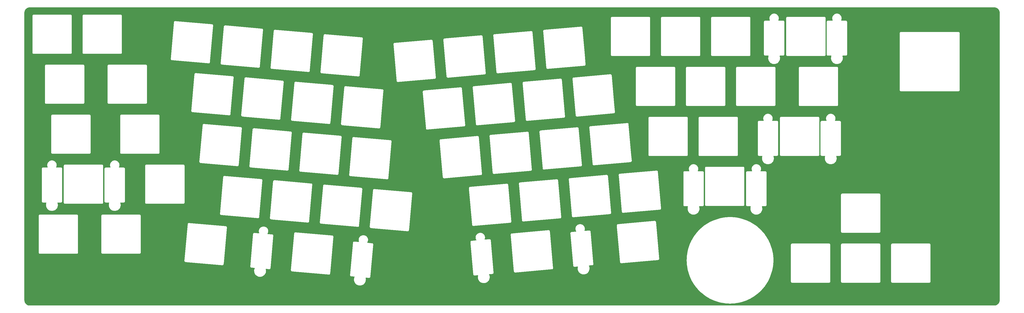
<source format=gbr>
%TF.GenerationSoftware,KiCad,Pcbnew,7.0.6*%
%TF.CreationDate,2023-09-01T00:58:09-07:00*%
%TF.ProjectId,top_plate,746f705f-706c-4617-9465-2e6b69636164,rev?*%
%TF.SameCoordinates,Original*%
%TF.FileFunction,Copper,L1,Top*%
%TF.FilePolarity,Positive*%
%FSLAX46Y46*%
G04 Gerber Fmt 4.6, Leading zero omitted, Abs format (unit mm)*
G04 Created by KiCad (PCBNEW 7.0.6) date 2023-09-01 00:58:09*
%MOMM*%
%LPD*%
G01*
G04 APERTURE LIST*
G04 APERTURE END LIST*
%TA.AperFunction,NonConductor*%
G36*
X400451169Y-86488302D02*
G01*
X400711309Y-86505358D01*
X400719323Y-86506413D01*
X400973014Y-86556881D01*
X400980844Y-86558978D01*
X401135831Y-86611592D01*
X401225765Y-86642122D01*
X401233265Y-86645229D01*
X401465234Y-86759626D01*
X401472265Y-86763685D01*
X401687320Y-86907385D01*
X401693760Y-86912327D01*
X401888214Y-87082859D01*
X401893955Y-87088600D01*
X402064491Y-87283061D01*
X402069433Y-87289501D01*
X402213122Y-87504548D01*
X402217181Y-87511578D01*
X402331577Y-87743551D01*
X402334684Y-87751051D01*
X402417823Y-87995967D01*
X402419924Y-88003809D01*
X402470385Y-88257481D01*
X402471445Y-88265530D01*
X402488522Y-88526029D01*
X402488655Y-88530085D01*
X402488655Y-198032076D01*
X402488649Y-198032165D01*
X402488654Y-198100029D01*
X402488522Y-198104086D01*
X402471490Y-198364208D01*
X402470430Y-198372258D01*
X402419983Y-198625944D01*
X402417882Y-198633786D01*
X402334755Y-198878704D01*
X402331648Y-198886205D01*
X402217261Y-199118177D01*
X402213202Y-199125208D01*
X402069506Y-199340273D01*
X402064564Y-199346715D01*
X401894031Y-199541174D01*
X401888290Y-199546915D01*
X401693833Y-199717451D01*
X401687391Y-199722393D01*
X401472328Y-199866091D01*
X401465296Y-199870151D01*
X401233327Y-199984539D01*
X401225828Y-199987644D01*
X401136170Y-200018077D01*
X400980906Y-200070777D01*
X400973066Y-200072877D01*
X400907327Y-200085951D01*
X400719388Y-200123325D01*
X400711339Y-200124385D01*
X400451666Y-200141392D01*
X400447611Y-200141524D01*
X400393908Y-200141521D01*
X400383291Y-200141521D01*
X400383290Y-200141521D01*
X400379214Y-200141521D01*
X400379155Y-200141525D01*
X33750145Y-200141525D01*
X33746089Y-200141392D01*
X33485962Y-200124332D01*
X33477922Y-200123274D01*
X33224238Y-200072805D01*
X33216396Y-200070703D01*
X32971483Y-199987559D01*
X32963992Y-199984456D01*
X32732017Y-199870055D01*
X32724986Y-199865996D01*
X32509928Y-199722296D01*
X32503488Y-199717354D01*
X32309035Y-199546824D01*
X32303294Y-199541083D01*
X32132748Y-199346616D01*
X32127806Y-199340175D01*
X31984108Y-199125123D01*
X31980061Y-199118115D01*
X31865651Y-198886127D01*
X31862545Y-198878629D01*
X31795784Y-198681976D01*
X31779395Y-198633700D01*
X31777299Y-198625880D01*
X31726825Y-198372184D01*
X31725769Y-198364151D01*
X31708729Y-198104349D01*
X31708596Y-198100290D01*
X31708596Y-185218483D01*
X117572370Y-185218483D01*
X117577747Y-185245233D01*
X117579987Y-185262778D01*
X117581503Y-185290049D01*
X117590634Y-185315767D01*
X117595349Y-185332820D01*
X117600726Y-185359577D01*
X117613428Y-185383744D01*
X117620518Y-185399944D01*
X117629653Y-185425672D01*
X117629654Y-185425674D01*
X117645662Y-185447783D01*
X117654986Y-185462811D01*
X117667687Y-185486975D01*
X117686684Y-185506585D01*
X117698055Y-185520136D01*
X117714064Y-185542244D01*
X117730448Y-185554919D01*
X117735655Y-185558948D01*
X117748837Y-185570741D01*
X117767831Y-185590347D01*
X117791589Y-185603814D01*
X117806299Y-185613601D01*
X117827897Y-185630310D01*
X117853315Y-185640252D01*
X117869288Y-185647856D01*
X117886188Y-185657435D01*
X117893038Y-185661318D01*
X117893041Y-185661318D01*
X117893042Y-185661319D01*
X117919618Y-185667543D01*
X117936505Y-185672793D01*
X117961929Y-185682739D01*
X118105304Y-185695282D01*
X118105304Y-185695281D01*
X118159654Y-185700036D01*
X119184672Y-185789713D01*
X119249739Y-185815165D01*
X119290718Y-185871756D01*
X119294596Y-185941518D01*
X119286343Y-185965436D01*
X119213146Y-186123172D01*
X119207613Y-186135095D01*
X119187721Y-186199220D01*
X119118585Y-186422090D01*
X119083190Y-186631930D01*
X119068605Y-186718397D01*
X119060197Y-186969892D01*
X119058564Y-187018722D01*
X119088641Y-187317697D01*
X119088642Y-187317704D01*
X119158299Y-187609996D01*
X119158302Y-187610008D01*
X119266297Y-187890408D01*
X119266304Y-187890423D01*
X119410710Y-188153930D01*
X119410714Y-188153936D01*
X119521589Y-188304417D01*
X119588954Y-188395845D01*
X119776387Y-188589649D01*
X119797851Y-188611843D01*
X119797858Y-188611849D01*
X119878076Y-188675196D01*
X120033677Y-188798073D01*
X120292218Y-188951207D01*
X120568864Y-189068515D01*
X120568867Y-189068515D01*
X120568870Y-189068517D01*
X120713770Y-189108209D01*
X120858677Y-189147903D01*
X121156486Y-189187955D01*
X121156491Y-189187955D01*
X121381772Y-189187955D01*
X121545244Y-189177010D01*
X121606550Y-189172907D01*
X121901018Y-189113054D01*
X122184882Y-189014486D01*
X122453074Y-188878962D01*
X122700811Y-188708901D01*
X122888532Y-188539117D01*
X155527388Y-188539117D01*
X155532765Y-188565867D01*
X155535005Y-188583412D01*
X155536521Y-188610683D01*
X155545652Y-188636401D01*
X155550367Y-188653454D01*
X155555744Y-188680211D01*
X155568446Y-188704378D01*
X155575536Y-188720578D01*
X155584671Y-188746306D01*
X155584672Y-188746308D01*
X155600680Y-188768417D01*
X155610004Y-188783445D01*
X155622705Y-188807609D01*
X155641702Y-188827219D01*
X155653073Y-188840770D01*
X155669082Y-188862878D01*
X155685466Y-188875553D01*
X155690673Y-188879582D01*
X155703855Y-188891375D01*
X155722849Y-188910981D01*
X155746607Y-188924448D01*
X155761317Y-188934235D01*
X155782915Y-188950944D01*
X155808333Y-188960886D01*
X155824306Y-188968490D01*
X155826113Y-188969514D01*
X155848056Y-188981952D01*
X155848059Y-188981952D01*
X155848060Y-188981953D01*
X155874636Y-188988177D01*
X155891523Y-188993427D01*
X155916947Y-189003373D01*
X156060322Y-189015916D01*
X156060322Y-189015915D01*
X156114672Y-189020670D01*
X157139690Y-189110347D01*
X157204757Y-189135799D01*
X157245736Y-189192390D01*
X157249614Y-189262152D01*
X157241361Y-189286070D01*
X157173562Y-189432174D01*
X157162631Y-189455729D01*
X157146678Y-189507156D01*
X157073603Y-189742724D01*
X157023623Y-190039031D01*
X157013582Y-190339356D01*
X157043659Y-190638331D01*
X157043660Y-190638338D01*
X157113317Y-190930630D01*
X157113320Y-190930642D01*
X157221315Y-191211042D01*
X157221322Y-191211057D01*
X157365728Y-191474564D01*
X157365732Y-191474570D01*
X157457045Y-191598501D01*
X157543972Y-191716479D01*
X157752870Y-191932478D01*
X157988695Y-192118707D01*
X158247236Y-192271841D01*
X158523882Y-192389149D01*
X158523885Y-192389149D01*
X158523888Y-192389151D01*
X158668788Y-192428843D01*
X158813695Y-192468537D01*
X159111504Y-192508589D01*
X159111509Y-192508589D01*
X159336790Y-192508589D01*
X159500262Y-192497645D01*
X159561568Y-192493541D01*
X159856036Y-192433688D01*
X160139900Y-192335120D01*
X160408092Y-192199596D01*
X160655829Y-192029535D01*
X160878688Y-191827971D01*
X161072692Y-191598501D01*
X161234380Y-191345221D01*
X161360867Y-191072649D01*
X161449895Y-190785651D01*
X161499875Y-190489347D01*
X161509916Y-190189025D01*
X161479838Y-189890044D01*
X161422347Y-189648803D01*
X161425955Y-189579027D01*
X161466714Y-189522278D01*
X161531683Y-189496573D01*
X161553769Y-189496530D01*
X162728688Y-189599323D01*
X162728689Y-189599322D01*
X162741360Y-189600431D01*
X162741365Y-189600431D01*
X162764712Y-189602474D01*
X162791469Y-189597095D01*
X162809014Y-189594857D01*
X162836276Y-189593342D01*
X162862005Y-189584207D01*
X162879046Y-189579495D01*
X162905812Y-189574117D01*
X162929984Y-189561411D01*
X162946174Y-189554325D01*
X162971905Y-189545191D01*
X162994013Y-189529181D01*
X163009037Y-189519860D01*
X163033208Y-189507156D01*
X163052813Y-189488162D01*
X163066366Y-189476789D01*
X163088475Y-189460781D01*
X163105186Y-189439179D01*
X163116970Y-189426008D01*
X163136578Y-189407014D01*
X163150043Y-189383257D01*
X163159827Y-189368552D01*
X163176542Y-189346948D01*
X163186487Y-189321520D01*
X163194087Y-189305553D01*
X163207549Y-189281807D01*
X163213772Y-189255231D01*
X163219022Y-189238345D01*
X163228970Y-189212916D01*
X163241514Y-189069541D01*
X163242413Y-189059266D01*
X163242413Y-189059247D01*
X163246330Y-189014483D01*
X164308634Y-176872295D01*
X164311786Y-176836270D01*
X164311786Y-176836268D01*
X164311786Y-176836267D01*
X164306408Y-176809512D01*
X164304167Y-176791954D01*
X164302653Y-176764706D01*
X164293521Y-176738984D01*
X164288806Y-176721929D01*
X164283429Y-176695175D01*
X164283428Y-176695170D01*
X164270721Y-176670995D01*
X164263636Y-176654806D01*
X164254502Y-176629077D01*
X164238495Y-176606971D01*
X164229171Y-176591943D01*
X164217983Y-176570659D01*
X164216467Y-176567774D01*
X164197466Y-176548160D01*
X164186101Y-176534616D01*
X164170092Y-176512507D01*
X164170088Y-176512503D01*
X164148499Y-176495801D01*
X164135317Y-176484007D01*
X164116326Y-176464405D01*
X164116319Y-176464399D01*
X164092573Y-176450939D01*
X164077845Y-176441141D01*
X164056258Y-176424440D01*
X164056255Y-176424438D01*
X164030837Y-176414496D01*
X164014861Y-176406891D01*
X163991117Y-176393432D01*
X163991119Y-176393432D01*
X163964539Y-176387207D01*
X163947648Y-176381955D01*
X163922228Y-176372012D01*
X163922229Y-176372012D01*
X163778852Y-176359469D01*
X162202146Y-176221524D01*
X162137077Y-176196072D01*
X162096098Y-176139481D01*
X162092220Y-176069719D01*
X162110498Y-176028147D01*
X162128458Y-176001806D01*
X162174284Y-175906648D01*
X201304283Y-175906648D01*
X201306869Y-175936201D01*
X201307435Y-175942668D01*
X201307435Y-175942673D01*
X201371614Y-176676247D01*
X202374891Y-188143761D01*
X202374894Y-188143778D01*
X202375428Y-188149880D01*
X202375428Y-188149881D01*
X202379223Y-188193258D01*
X202387970Y-188293254D01*
X202387972Y-188293260D01*
X202397913Y-188318673D01*
X202403167Y-188335569D01*
X202409391Y-188362144D01*
X202409393Y-188362150D01*
X202422850Y-188385890D01*
X202430455Y-188401866D01*
X202440397Y-188427284D01*
X202440399Y-188427287D01*
X202457100Y-188448874D01*
X202466898Y-188463602D01*
X202480358Y-188487348D01*
X202480360Y-188487350D01*
X202480361Y-188487351D01*
X202480363Y-188487354D01*
X202499971Y-188506350D01*
X202511756Y-188519523D01*
X202528466Y-188541121D01*
X202548172Y-188555390D01*
X202550575Y-188557130D01*
X202564128Y-188568502D01*
X202583733Y-188587495D01*
X202607895Y-188600194D01*
X202622929Y-188609523D01*
X202645033Y-188625529D01*
X202645036Y-188625531D01*
X202670760Y-188634663D01*
X202686956Y-188641751D01*
X202711129Y-188654457D01*
X202737894Y-188659835D01*
X202754940Y-188664549D01*
X202780665Y-188673682D01*
X202807925Y-188675196D01*
X202825476Y-188677437D01*
X202852229Y-188682814D01*
X202880443Y-188680345D01*
X202880459Y-188680345D01*
X202888254Y-188679663D01*
X202888266Y-188679662D01*
X202939312Y-188675196D01*
X204074462Y-188575882D01*
X204142961Y-188589649D01*
X204193144Y-188638264D01*
X204209077Y-188706292D01*
X204203701Y-188736148D01*
X204177009Y-188822194D01*
X204127029Y-189118499D01*
X204116988Y-189418824D01*
X204147065Y-189717799D01*
X204147066Y-189717806D01*
X204216723Y-190010098D01*
X204216726Y-190010110D01*
X204324721Y-190290510D01*
X204324728Y-190290525D01*
X204469134Y-190554032D01*
X204469138Y-190554038D01*
X204560451Y-190677969D01*
X204647378Y-190795947D01*
X204777641Y-190930638D01*
X204856275Y-191011945D01*
X204856282Y-191011951D01*
X204878301Y-191029339D01*
X205092101Y-191198175D01*
X205350642Y-191351309D01*
X205627288Y-191468617D01*
X205627291Y-191468617D01*
X205627294Y-191468619D01*
X205772194Y-191508311D01*
X205917101Y-191548005D01*
X206214910Y-191588057D01*
X206214915Y-191588057D01*
X206440196Y-191588057D01*
X206603668Y-191577113D01*
X206664974Y-191573009D01*
X206959442Y-191513156D01*
X207243306Y-191414588D01*
X207511498Y-191279064D01*
X207759235Y-191109003D01*
X207982094Y-190907439D01*
X208176098Y-190677969D01*
X208337786Y-190424689D01*
X208464273Y-190152117D01*
X208553301Y-189865119D01*
X208603281Y-189568815D01*
X208613322Y-189268493D01*
X208583244Y-188969512D01*
X208583000Y-188968490D01*
X208552563Y-188840770D01*
X208513585Y-188677208D01*
X208405586Y-188396797D01*
X208392361Y-188372665D01*
X208377406Y-188304417D01*
X208401723Y-188238915D01*
X208457592Y-188196959D01*
X208490289Y-188189547D01*
X209209328Y-188126640D01*
X209685753Y-188084959D01*
X209685757Y-188084957D01*
X209699995Y-188083712D01*
X209725419Y-188073766D01*
X209742297Y-188068518D01*
X209768886Y-188062292D01*
X209792637Y-188048828D01*
X209808611Y-188041225D01*
X209811968Y-188039912D01*
X209834027Y-188031284D01*
X209855621Y-188014576D01*
X209870338Y-188004785D01*
X209894093Y-187991321D01*
X209913087Y-187971713D01*
X209926258Y-187959929D01*
X209947860Y-187943218D01*
X209963865Y-187921113D01*
X209975241Y-187907556D01*
X209994235Y-187887951D01*
X210006939Y-187863780D01*
X210016260Y-187848756D01*
X210032270Y-187826648D01*
X210041404Y-187800917D01*
X210048487Y-187784732D01*
X210061196Y-187760555D01*
X210066575Y-187733784D01*
X210071284Y-187716751D01*
X210080421Y-187691019D01*
X210081936Y-187663759D01*
X210084176Y-187646210D01*
X210086283Y-187635730D01*
X210089554Y-187619455D01*
X210077010Y-187476080D01*
X209019518Y-175388900D01*
X209019518Y-175388891D01*
X209005866Y-175232850D01*
X209005866Y-175232847D01*
X209005601Y-175232170D01*
X208995923Y-175207429D01*
X208990670Y-175190537D01*
X208984445Y-175163956D01*
X208970985Y-175140210D01*
X208963382Y-175124239D01*
X208953438Y-175098815D01*
X208936729Y-175077217D01*
X208926936Y-175062499D01*
X208913474Y-175038749D01*
X208913471Y-175038746D01*
X208893870Y-175019756D01*
X208882075Y-175006573D01*
X208865371Y-174984982D01*
X208843263Y-174968973D01*
X208829712Y-174957602D01*
X208810102Y-174938605D01*
X208785938Y-174925904D01*
X208770910Y-174916580D01*
X208748801Y-174900572D01*
X208748799Y-174900571D01*
X208723071Y-174891436D01*
X208706871Y-174884346D01*
X208706514Y-174884158D01*
X208682708Y-174871646D01*
X208682706Y-174871645D01*
X208682703Y-174871644D01*
X208682706Y-174871644D01*
X208655947Y-174866267D01*
X208638894Y-174861552D01*
X208613176Y-174852421D01*
X208613177Y-174852421D01*
X208590043Y-174851135D01*
X208585904Y-174850904D01*
X208568360Y-174848665D01*
X208541608Y-174843288D01*
X208507643Y-174846260D01*
X208507631Y-174846261D01*
X208505585Y-174846440D01*
X208505584Y-174846440D01*
X208437221Y-174852421D01*
X206827906Y-174993217D01*
X206759406Y-174979450D01*
X206709223Y-174930835D01*
X206693290Y-174862806D01*
X206698606Y-174833146D01*
X206774377Y-174587507D01*
X206797755Y-174432406D01*
X206814015Y-174324523D01*
X206814016Y-174324514D01*
X206814016Y-174058557D01*
X206814015Y-174058548D01*
X206774378Y-173795569D01*
X206774376Y-173795563D01*
X206772546Y-173789630D01*
X206695983Y-173541420D01*
X206643586Y-173432617D01*
X206580591Y-173301806D01*
X206580590Y-173301804D01*
X206580589Y-173301803D01*
X206580587Y-173301798D01*
X206452456Y-173113865D01*
X216589039Y-173113865D01*
X216591672Y-173143963D01*
X216592191Y-173149885D01*
X216592191Y-173149890D01*
X216665579Y-173988715D01*
X217804326Y-187004663D01*
X217804329Y-187004680D01*
X217804863Y-187010782D01*
X217804863Y-187010783D01*
X217808581Y-187053277D01*
X217817405Y-187154156D01*
X217817407Y-187154162D01*
X217827348Y-187179575D01*
X217832602Y-187196471D01*
X217838826Y-187223046D01*
X217838828Y-187223052D01*
X217852285Y-187246792D01*
X217859890Y-187262768D01*
X217869832Y-187288186D01*
X217869834Y-187288189D01*
X217886535Y-187309776D01*
X217896333Y-187324504D01*
X217909793Y-187348250D01*
X217909799Y-187348257D01*
X217929401Y-187367248D01*
X217941195Y-187380430D01*
X217957897Y-187402019D01*
X217957901Y-187402023D01*
X217980010Y-187418032D01*
X217993554Y-187429397D01*
X218013168Y-187448398D01*
X218025815Y-187455045D01*
X218037337Y-187461102D01*
X218052365Y-187470426D01*
X218074471Y-187486432D01*
X218074471Y-187486433D01*
X218100188Y-187495563D01*
X218116394Y-187502655D01*
X218140564Y-187515359D01*
X218167329Y-187520737D01*
X218184375Y-187525451D01*
X218210100Y-187534584D01*
X218237360Y-187536098D01*
X218254911Y-187538339D01*
X218281664Y-187543716D01*
X218308876Y-187541334D01*
X218308897Y-187541334D01*
X218317688Y-187540564D01*
X218317689Y-187540565D01*
X232151193Y-186330288D01*
X232151197Y-186330288D01*
X232178579Y-186327892D01*
X232178580Y-186327893D01*
X232321955Y-186315350D01*
X232347376Y-186305404D01*
X232364264Y-186300153D01*
X232390846Y-186293929D01*
X232414596Y-186280465D01*
X232430560Y-186272866D01*
X232455987Y-186262921D01*
X232477581Y-186246213D01*
X232492298Y-186236422D01*
X232516053Y-186222958D01*
X232535047Y-186203350D01*
X232548218Y-186191566D01*
X232569820Y-186174855D01*
X232585825Y-186152750D01*
X232597201Y-186139193D01*
X232616195Y-186119588D01*
X232628899Y-186095417D01*
X232638220Y-186080393D01*
X232654230Y-186058285D01*
X232663364Y-186032554D01*
X232670450Y-186016364D01*
X232683156Y-185992192D01*
X232688534Y-185965426D01*
X232693246Y-185948385D01*
X232702381Y-185922656D01*
X232703896Y-185895394D01*
X232706134Y-185877849D01*
X232711513Y-185851092D01*
X232709261Y-185825356D01*
X232709261Y-185825344D01*
X232693822Y-185648881D01*
X231551840Y-172595976D01*
X239260173Y-172595976D01*
X239260722Y-172602244D01*
X239263325Y-172631996D01*
X239263325Y-172632001D01*
X239324616Y-173332559D01*
X240329909Y-184823127D01*
X240329913Y-184823149D01*
X240342988Y-184972620D01*
X240342990Y-184972626D01*
X240352931Y-184998039D01*
X240358185Y-185014935D01*
X240364409Y-185041510D01*
X240364411Y-185041516D01*
X240377868Y-185065256D01*
X240385473Y-185081232D01*
X240395415Y-185106650D01*
X240395417Y-185106653D01*
X240412118Y-185128240D01*
X240421916Y-185142968D01*
X240435376Y-185166714D01*
X240435378Y-185166716D01*
X240435379Y-185166717D01*
X240435381Y-185166720D01*
X240454989Y-185185716D01*
X240466774Y-185198889D01*
X240483484Y-185220487D01*
X240503190Y-185234756D01*
X240505593Y-185236496D01*
X240519146Y-185247868D01*
X240538751Y-185266861D01*
X240562913Y-185279560D01*
X240577947Y-185288889D01*
X240600051Y-185304895D01*
X240600054Y-185304897D01*
X240625778Y-185314029D01*
X240641974Y-185321117D01*
X240666147Y-185333823D01*
X240692912Y-185339201D01*
X240709958Y-185343915D01*
X240735683Y-185353048D01*
X240762943Y-185354562D01*
X240780494Y-185356803D01*
X240807247Y-185362180D01*
X240834459Y-185359798D01*
X240834479Y-185359798D01*
X240843270Y-185359028D01*
X240843272Y-185359029D01*
X242029479Y-185255248D01*
X242097978Y-185269015D01*
X242148162Y-185317630D01*
X242164095Y-185385658D01*
X242158719Y-185415513D01*
X242132027Y-185501559D01*
X242103689Y-185669564D01*
X242082047Y-185797866D01*
X242074480Y-186024207D01*
X242072006Y-186098191D01*
X242102083Y-186397166D01*
X242102084Y-186397173D01*
X242171741Y-186689465D01*
X242171744Y-186689477D01*
X242279739Y-186969877D01*
X242279746Y-186969892D01*
X242424152Y-187233399D01*
X242424156Y-187233405D01*
X242527318Y-187373417D01*
X242602396Y-187475314D01*
X242811294Y-187691313D01*
X243047119Y-187877542D01*
X243305660Y-188030676D01*
X243582306Y-188147984D01*
X243582309Y-188147984D01*
X243582312Y-188147986D01*
X243714165Y-188184104D01*
X243872119Y-188227372D01*
X244169928Y-188267424D01*
X244169933Y-188267424D01*
X244395214Y-188267424D01*
X244558686Y-188256480D01*
X244619992Y-188252376D01*
X244914460Y-188192523D01*
X245198324Y-188093955D01*
X245466516Y-187958431D01*
X245714253Y-187788370D01*
X245937112Y-187586806D01*
X246131116Y-187357336D01*
X246292804Y-187104056D01*
X246419291Y-186831484D01*
X246508319Y-186544486D01*
X246558299Y-186248182D01*
X246568340Y-185947860D01*
X246538262Y-185648879D01*
X246468603Y-185356575D01*
X246360604Y-185076164D01*
X246347380Y-185052033D01*
X246332424Y-184983783D01*
X246356741Y-184918281D01*
X246412610Y-184876325D01*
X246445307Y-184868913D01*
X247127265Y-184809250D01*
X247640771Y-184764325D01*
X247640775Y-184764323D01*
X247655013Y-184763078D01*
X247680437Y-184753132D01*
X247697315Y-184747884D01*
X247723904Y-184741658D01*
X247747655Y-184728194D01*
X247763629Y-184720591D01*
X247789045Y-184710650D01*
X247810639Y-184693942D01*
X247825356Y-184684151D01*
X247849111Y-184670687D01*
X247868105Y-184651079D01*
X247881276Y-184639295D01*
X247902878Y-184622584D01*
X247918883Y-184600479D01*
X247930259Y-184586922D01*
X247949253Y-184567317D01*
X247961957Y-184543146D01*
X247971278Y-184528122D01*
X247987288Y-184506014D01*
X247996422Y-184480283D01*
X248003505Y-184464098D01*
X248016214Y-184439921D01*
X248021593Y-184413150D01*
X248026302Y-184396117D01*
X248035439Y-184370385D01*
X248036954Y-184343125D01*
X248039194Y-184325576D01*
X248041301Y-184315096D01*
X248044572Y-184298821D01*
X248032028Y-184155446D01*
X246975407Y-172078228D01*
X246975407Y-172078219D01*
X246972923Y-172049831D01*
X246961755Y-171922175D01*
X246961299Y-171921010D01*
X246951812Y-171896757D01*
X246946559Y-171879865D01*
X246940334Y-171853284D01*
X246926874Y-171829538D01*
X246919271Y-171813567D01*
X246918273Y-171811015D01*
X246909327Y-171788143D01*
X246892618Y-171766545D01*
X246882825Y-171751827D01*
X246869363Y-171728077D01*
X246859139Y-171718172D01*
X246849759Y-171709084D01*
X246837964Y-171695901D01*
X246821260Y-171674310D01*
X246799152Y-171658301D01*
X246785601Y-171646930D01*
X246765991Y-171627933D01*
X246741827Y-171615232D01*
X246726799Y-171605908D01*
X246704690Y-171589900D01*
X246704688Y-171589899D01*
X246678960Y-171580764D01*
X246662760Y-171573674D01*
X246662403Y-171573486D01*
X246638597Y-171560974D01*
X246638595Y-171560973D01*
X246638592Y-171560972D01*
X246638595Y-171560972D01*
X246611836Y-171555595D01*
X246594783Y-171550880D01*
X246569065Y-171541749D01*
X246569066Y-171541749D01*
X246545932Y-171540463D01*
X246541793Y-171540232D01*
X246524249Y-171537993D01*
X246497497Y-171532616D01*
X246463532Y-171535588D01*
X246463520Y-171535589D01*
X246461474Y-171535768D01*
X246461473Y-171535768D01*
X246412244Y-171540075D01*
X244779742Y-171682899D01*
X244711242Y-171669132D01*
X244661059Y-171620517D01*
X244645126Y-171552488D01*
X244650444Y-171522821D01*
X244650998Y-171521022D01*
X244651001Y-171521018D01*
X244729395Y-171266873D01*
X244731817Y-171250808D01*
X244769033Y-171003889D01*
X244769034Y-171003880D01*
X244769034Y-170737923D01*
X244769033Y-170737914D01*
X244729396Y-170474935D01*
X244729394Y-170474929D01*
X244724918Y-170460417D01*
X244651001Y-170220786D01*
X244590751Y-170095676D01*
X244535609Y-169981172D01*
X244535608Y-169981170D01*
X244535607Y-169981169D01*
X244535605Y-169981164D01*
X244385784Y-169761417D01*
X244353497Y-169726620D01*
X244212031Y-169574154D01*
X256932803Y-169574154D01*
X256935436Y-169604252D01*
X256935955Y-169610174D01*
X256935955Y-169610179D01*
X256997892Y-170318118D01*
X258148090Y-183464952D01*
X258148093Y-183464969D01*
X258148627Y-183471071D01*
X258148627Y-183471072D01*
X258149864Y-183485213D01*
X258161169Y-183614445D01*
X258161171Y-183614451D01*
X258171112Y-183639864D01*
X258176366Y-183656760D01*
X258182590Y-183683335D01*
X258182592Y-183683341D01*
X258196049Y-183707081D01*
X258203654Y-183723057D01*
X258213596Y-183748475D01*
X258213598Y-183748478D01*
X258230299Y-183770065D01*
X258240097Y-183784793D01*
X258253557Y-183808539D01*
X258253563Y-183808546D01*
X258273165Y-183827537D01*
X258284959Y-183840719D01*
X258301661Y-183862308D01*
X258301665Y-183862312D01*
X258323774Y-183878321D01*
X258337318Y-183889686D01*
X258356932Y-183908687D01*
X258369579Y-183915334D01*
X258381101Y-183921391D01*
X258396129Y-183930715D01*
X258418235Y-183946722D01*
X258443952Y-183955852D01*
X258460158Y-183962944D01*
X258484328Y-183975648D01*
X258511093Y-183981026D01*
X258528139Y-183985740D01*
X258553864Y-183994873D01*
X258581124Y-183996387D01*
X258598675Y-183998628D01*
X258625428Y-184004005D01*
X258652640Y-184001623D01*
X258652661Y-184001623D01*
X258661452Y-184000853D01*
X258661453Y-184000854D01*
X271162090Y-182907188D01*
X283503770Y-182907188D01*
X283523626Y-183716056D01*
X283544691Y-184001623D01*
X283583148Y-184522962D01*
X283681082Y-185316995D01*
X283682193Y-185325996D01*
X283820516Y-186123171D01*
X283820516Y-186123172D01*
X283997791Y-186912616D01*
X284048909Y-187097330D01*
X284213592Y-187692418D01*
X284467393Y-188460686D01*
X284758586Y-189215575D01*
X285086469Y-189955267D01*
X285450252Y-190677979D01*
X285517080Y-190795947D01*
X285849057Y-191381970D01*
X285849058Y-191381971D01*
X286281929Y-192065549D01*
X286504629Y-192381759D01*
X286747817Y-192727059D01*
X286952668Y-192989551D01*
X287245604Y-193364914D01*
X287245604Y-193364915D01*
X287774088Y-193977573D01*
X288332000Y-194563568D01*
X288917995Y-195121480D01*
X289530653Y-195649964D01*
X289530654Y-195649964D01*
X290168505Y-196147747D01*
X290168505Y-196147748D01*
X290830019Y-196613639D01*
X291513597Y-197046510D01*
X291513598Y-197046511D01*
X291880207Y-197254191D01*
X292217589Y-197445316D01*
X292940301Y-197809099D01*
X293679993Y-198136982D01*
X294434882Y-198428175D01*
X295203150Y-198681976D01*
X295723014Y-198825842D01*
X295982952Y-198897777D01*
X296772396Y-199075052D01*
X296772397Y-199075052D01*
X297569572Y-199213375D01*
X297569577Y-199213375D01*
X297569585Y-199213377D01*
X298372606Y-199312420D01*
X298748868Y-199340175D01*
X299179512Y-199371942D01*
X299988380Y-199391798D01*
X300797248Y-199371942D01*
X301227892Y-199340175D01*
X301604154Y-199312420D01*
X302407175Y-199213377D01*
X302407182Y-199213375D01*
X302407188Y-199213375D01*
X303204363Y-199075052D01*
X303204364Y-199075052D01*
X303993808Y-198897777D01*
X304253745Y-198825842D01*
X304773610Y-198681976D01*
X305541878Y-198428175D01*
X306296767Y-198136982D01*
X307036459Y-197809099D01*
X307759171Y-197445316D01*
X308096552Y-197254191D01*
X308463162Y-197046511D01*
X308463163Y-197046510D01*
X309146741Y-196613639D01*
X309808255Y-196147748D01*
X309808255Y-196147747D01*
X310446106Y-195649964D01*
X310446107Y-195649964D01*
X311058765Y-195121480D01*
X311644760Y-194563568D01*
X312202672Y-193977573D01*
X312731156Y-193364915D01*
X312731156Y-193364914D01*
X313024092Y-192989551D01*
X313228943Y-192727059D01*
X313472131Y-192381759D01*
X313694831Y-192065549D01*
X314127702Y-191381971D01*
X314127703Y-191381970D01*
X314327465Y-191029339D01*
X323127149Y-191029339D01*
X323134839Y-191055530D01*
X323138596Y-191072799D01*
X323141765Y-191094834D01*
X323142484Y-191099833D01*
X323153822Y-191124659D01*
X323160004Y-191141234D01*
X323167696Y-191167429D01*
X323182450Y-191190388D01*
X323182455Y-191190395D01*
X323190931Y-191205917D01*
X323202272Y-191230749D01*
X323214086Y-191244383D01*
X323220145Y-191251376D01*
X323230744Y-191265536D01*
X323245502Y-191288499D01*
X323245506Y-191288504D01*
X323266137Y-191306382D01*
X323278641Y-191318886D01*
X323296519Y-191339517D01*
X323296521Y-191339519D01*
X323319493Y-191354281D01*
X323333645Y-191364876D01*
X323354276Y-191382753D01*
X323377548Y-191393381D01*
X323379100Y-191394090D01*
X323394627Y-191402568D01*
X323417596Y-191417329D01*
X323443785Y-191425019D01*
X323460362Y-191431202D01*
X323485187Y-191442539D01*
X323485188Y-191442539D01*
X323485192Y-191442541D01*
X323512213Y-191446426D01*
X323529495Y-191450185D01*
X323555688Y-191457876D01*
X337649609Y-191457876D01*
X337649610Y-191457876D01*
X337675802Y-191450185D01*
X337693085Y-191446426D01*
X337697531Y-191445786D01*
X337720106Y-191442541D01*
X337744936Y-191431200D01*
X337761511Y-191425018D01*
X337787702Y-191417329D01*
X337810669Y-191402568D01*
X337826189Y-191394093D01*
X337851022Y-191382753D01*
X337871655Y-191364873D01*
X337885797Y-191354286D01*
X337908777Y-191339519D01*
X337926664Y-191318875D01*
X337939148Y-191306391D01*
X337959792Y-191288504D01*
X337974559Y-191265524D01*
X337985146Y-191251382D01*
X338003026Y-191230749D01*
X338014366Y-191205916D01*
X338022842Y-191190395D01*
X338037602Y-191167429D01*
X338045293Y-191141234D01*
X338051473Y-191124663D01*
X338062814Y-191099833D01*
X338066699Y-191072811D01*
X338070458Y-191055529D01*
X338078148Y-191029339D01*
X342177149Y-191029339D01*
X342184839Y-191055530D01*
X342188596Y-191072799D01*
X342191765Y-191094834D01*
X342192484Y-191099833D01*
X342203822Y-191124659D01*
X342210004Y-191141234D01*
X342217696Y-191167429D01*
X342232450Y-191190388D01*
X342232455Y-191190395D01*
X342240931Y-191205917D01*
X342252272Y-191230749D01*
X342264086Y-191244383D01*
X342270145Y-191251376D01*
X342280744Y-191265536D01*
X342295502Y-191288499D01*
X342295506Y-191288504D01*
X342316137Y-191306382D01*
X342328641Y-191318886D01*
X342346519Y-191339517D01*
X342346521Y-191339519D01*
X342369493Y-191354281D01*
X342383645Y-191364876D01*
X342404276Y-191382753D01*
X342427548Y-191393381D01*
X342429100Y-191394090D01*
X342444627Y-191402568D01*
X342467596Y-191417329D01*
X342493785Y-191425019D01*
X342510362Y-191431202D01*
X342535187Y-191442539D01*
X342535188Y-191442539D01*
X342535192Y-191442541D01*
X342562213Y-191446426D01*
X342579495Y-191450185D01*
X342605688Y-191457876D01*
X356699609Y-191457876D01*
X356699610Y-191457876D01*
X356725802Y-191450185D01*
X356743085Y-191446426D01*
X356747531Y-191445786D01*
X356770106Y-191442541D01*
X356794936Y-191431200D01*
X356811511Y-191425018D01*
X356837702Y-191417329D01*
X356860669Y-191402568D01*
X356876189Y-191394093D01*
X356901022Y-191382753D01*
X356921655Y-191364873D01*
X356935797Y-191354286D01*
X356958777Y-191339519D01*
X356976664Y-191318875D01*
X356989148Y-191306391D01*
X357009792Y-191288504D01*
X357024559Y-191265524D01*
X357035146Y-191251382D01*
X357053026Y-191230749D01*
X357064366Y-191205916D01*
X357072842Y-191190395D01*
X357087602Y-191167429D01*
X357095293Y-191141234D01*
X357101473Y-191124663D01*
X357112814Y-191099833D01*
X357116699Y-191072811D01*
X357120458Y-191055529D01*
X357128148Y-191029339D01*
X361227149Y-191029339D01*
X361234839Y-191055530D01*
X361238596Y-191072799D01*
X361241765Y-191094834D01*
X361242484Y-191099833D01*
X361253822Y-191124659D01*
X361260004Y-191141234D01*
X361267696Y-191167429D01*
X361282450Y-191190388D01*
X361282455Y-191190395D01*
X361290931Y-191205917D01*
X361302272Y-191230749D01*
X361314086Y-191244383D01*
X361320145Y-191251376D01*
X361330744Y-191265536D01*
X361345502Y-191288499D01*
X361345506Y-191288504D01*
X361366137Y-191306382D01*
X361378641Y-191318886D01*
X361396519Y-191339517D01*
X361396521Y-191339519D01*
X361419493Y-191354281D01*
X361433645Y-191364876D01*
X361454276Y-191382753D01*
X361477548Y-191393381D01*
X361479100Y-191394090D01*
X361494627Y-191402568D01*
X361517596Y-191417329D01*
X361543785Y-191425019D01*
X361560362Y-191431202D01*
X361585187Y-191442539D01*
X361585188Y-191442539D01*
X361585192Y-191442541D01*
X361612213Y-191446426D01*
X361629495Y-191450185D01*
X361655688Y-191457876D01*
X375749609Y-191457876D01*
X375749610Y-191457876D01*
X375775802Y-191450185D01*
X375793085Y-191446426D01*
X375797531Y-191445786D01*
X375820106Y-191442541D01*
X375844936Y-191431200D01*
X375861511Y-191425018D01*
X375887702Y-191417329D01*
X375910669Y-191402568D01*
X375926189Y-191394093D01*
X375951022Y-191382753D01*
X375971655Y-191364873D01*
X375985797Y-191354286D01*
X376008777Y-191339519D01*
X376026664Y-191318875D01*
X376039148Y-191306391D01*
X376059792Y-191288504D01*
X376074559Y-191265524D01*
X376085146Y-191251382D01*
X376103026Y-191230749D01*
X376114366Y-191205916D01*
X376122842Y-191190395D01*
X376137602Y-191167429D01*
X376145293Y-191141234D01*
X376151473Y-191124663D01*
X376162814Y-191099833D01*
X376166699Y-191072811D01*
X376170458Y-191055529D01*
X376178149Y-191029337D01*
X376178149Y-190885415D01*
X376178149Y-190885414D01*
X376178149Y-176971577D01*
X376178149Y-176971576D01*
X376178149Y-176935415D01*
X376170457Y-176909218D01*
X376166699Y-176891940D01*
X376162814Y-176864919D01*
X376162812Y-176864914D01*
X376151475Y-176840089D01*
X376145292Y-176823512D01*
X376137602Y-176797324D01*
X376137602Y-176797322D01*
X376122841Y-176774354D01*
X376114363Y-176758827D01*
X376113654Y-176757275D01*
X376103026Y-176734003D01*
X376085149Y-176713372D01*
X376074552Y-176699216D01*
X376059792Y-176676248D01*
X376053737Y-176671001D01*
X376039159Y-176658368D01*
X376026655Y-176645864D01*
X376008777Y-176625233D01*
X376008772Y-176625229D01*
X375985809Y-176610471D01*
X375971649Y-176599872D01*
X375962498Y-176591943D01*
X375951022Y-176581999D01*
X375926190Y-176570658D01*
X375910668Y-176562182D01*
X375910666Y-176562181D01*
X375887702Y-176547423D01*
X375887700Y-176547422D01*
X375861507Y-176539731D01*
X375844937Y-176533550D01*
X375820106Y-176522211D01*
X375793072Y-176518323D01*
X375775803Y-176514566D01*
X375749612Y-176506876D01*
X375749610Y-176506876D01*
X375713448Y-176506876D01*
X361799610Y-176506876D01*
X361655688Y-176506876D01*
X361655685Y-176506876D01*
X361655683Y-176506877D01*
X361629491Y-176514566D01*
X361612217Y-176518324D01*
X361585193Y-176522210D01*
X361585190Y-176522211D01*
X361560359Y-176533551D01*
X361543790Y-176539731D01*
X361530820Y-176543539D01*
X361517596Y-176547423D01*
X361517594Y-176547423D01*
X361517594Y-176547424D01*
X361494631Y-176562181D01*
X361479110Y-176570656D01*
X361454277Y-176581997D01*
X361454274Y-176581999D01*
X361433649Y-176599871D01*
X361419489Y-176610471D01*
X361396525Y-176625229D01*
X361396520Y-176625233D01*
X361378642Y-176645865D01*
X361366138Y-176658369D01*
X361345506Y-176676247D01*
X361345502Y-176676252D01*
X361330744Y-176699216D01*
X361320144Y-176713376D01*
X361302272Y-176734001D01*
X361302270Y-176734004D01*
X361290929Y-176758837D01*
X361282456Y-176774354D01*
X361267696Y-176797323D01*
X361264117Y-176809512D01*
X361260004Y-176823517D01*
X361253824Y-176840086D01*
X361242484Y-176864917D01*
X361242483Y-176864920D01*
X361238597Y-176891944D01*
X361234839Y-176909218D01*
X361227150Y-176935410D01*
X361227149Y-176935417D01*
X361227149Y-191029339D01*
X357128148Y-191029339D01*
X357128149Y-191029337D01*
X357128149Y-190885415D01*
X357128149Y-176971577D01*
X357128149Y-176935415D01*
X357120457Y-176909218D01*
X357116699Y-176891940D01*
X357112814Y-176864919D01*
X357112812Y-176864914D01*
X357101475Y-176840089D01*
X357095292Y-176823512D01*
X357087602Y-176797324D01*
X357087602Y-176797322D01*
X357072841Y-176774354D01*
X357064363Y-176758827D01*
X357063654Y-176757275D01*
X357053026Y-176734003D01*
X357035149Y-176713372D01*
X357024552Y-176699216D01*
X357009792Y-176676248D01*
X357003737Y-176671001D01*
X356989159Y-176658368D01*
X356976655Y-176645864D01*
X356958777Y-176625233D01*
X356958772Y-176625229D01*
X356935809Y-176610471D01*
X356921649Y-176599872D01*
X356912498Y-176591943D01*
X356901022Y-176581999D01*
X356876190Y-176570658D01*
X356860668Y-176562182D01*
X356860666Y-176562181D01*
X356837702Y-176547423D01*
X356837700Y-176547422D01*
X356811507Y-176539731D01*
X356794937Y-176533550D01*
X356770106Y-176522211D01*
X356743072Y-176518323D01*
X356725803Y-176514566D01*
X356699612Y-176506876D01*
X356699610Y-176506876D01*
X356663448Y-176506876D01*
X342749610Y-176506876D01*
X342605688Y-176506876D01*
X342605685Y-176506876D01*
X342605683Y-176506877D01*
X342579491Y-176514566D01*
X342562217Y-176518324D01*
X342535193Y-176522210D01*
X342535190Y-176522211D01*
X342510359Y-176533551D01*
X342493790Y-176539731D01*
X342480820Y-176543539D01*
X342467596Y-176547423D01*
X342467594Y-176547423D01*
X342467594Y-176547424D01*
X342444631Y-176562181D01*
X342429110Y-176570656D01*
X342404277Y-176581997D01*
X342404274Y-176581999D01*
X342383649Y-176599871D01*
X342369489Y-176610471D01*
X342346525Y-176625229D01*
X342346520Y-176625233D01*
X342328642Y-176645865D01*
X342316138Y-176658369D01*
X342295506Y-176676247D01*
X342295502Y-176676252D01*
X342280744Y-176699216D01*
X342270144Y-176713376D01*
X342252272Y-176734001D01*
X342252270Y-176734004D01*
X342240929Y-176758837D01*
X342232456Y-176774354D01*
X342217696Y-176797323D01*
X342214117Y-176809512D01*
X342210004Y-176823517D01*
X342203824Y-176840086D01*
X342192484Y-176864917D01*
X342192483Y-176864920D01*
X342188597Y-176891944D01*
X342184839Y-176909218D01*
X342177150Y-176935410D01*
X342177149Y-176935417D01*
X342177149Y-191029339D01*
X338078148Y-191029339D01*
X338078149Y-191029337D01*
X338078149Y-190885415D01*
X338078149Y-176971577D01*
X338078149Y-176971576D01*
X338078149Y-176935415D01*
X338070457Y-176909218D01*
X338066699Y-176891940D01*
X338062814Y-176864919D01*
X338062812Y-176864914D01*
X338051475Y-176840089D01*
X338045292Y-176823512D01*
X338037602Y-176797324D01*
X338037602Y-176797322D01*
X338022841Y-176774354D01*
X338014363Y-176758827D01*
X338013654Y-176757275D01*
X338003026Y-176734003D01*
X337985149Y-176713372D01*
X337974552Y-176699216D01*
X337959792Y-176676248D01*
X337953737Y-176671001D01*
X337939159Y-176658368D01*
X337926655Y-176645864D01*
X337908777Y-176625233D01*
X337908772Y-176625229D01*
X337885809Y-176610471D01*
X337871649Y-176599872D01*
X337862498Y-176591943D01*
X337851022Y-176581999D01*
X337826190Y-176570658D01*
X337810668Y-176562182D01*
X337810666Y-176562181D01*
X337787702Y-176547423D01*
X337787700Y-176547422D01*
X337761507Y-176539731D01*
X337744937Y-176533550D01*
X337720106Y-176522211D01*
X337693072Y-176518323D01*
X337675803Y-176514566D01*
X337649612Y-176506876D01*
X337649610Y-176506876D01*
X337613448Y-176506876D01*
X323699610Y-176506876D01*
X323555688Y-176506876D01*
X323555685Y-176506876D01*
X323555683Y-176506877D01*
X323529491Y-176514566D01*
X323512217Y-176518324D01*
X323485193Y-176522210D01*
X323485190Y-176522211D01*
X323460359Y-176533551D01*
X323443790Y-176539731D01*
X323430820Y-176543539D01*
X323417596Y-176547423D01*
X323417594Y-176547423D01*
X323417594Y-176547424D01*
X323394631Y-176562181D01*
X323379110Y-176570656D01*
X323354277Y-176581997D01*
X323354274Y-176581999D01*
X323333649Y-176599871D01*
X323319489Y-176610471D01*
X323296525Y-176625229D01*
X323296520Y-176625233D01*
X323278642Y-176645865D01*
X323266138Y-176658369D01*
X323245506Y-176676247D01*
X323245502Y-176676252D01*
X323230744Y-176699216D01*
X323220144Y-176713376D01*
X323202272Y-176734001D01*
X323202270Y-176734004D01*
X323190929Y-176758837D01*
X323182456Y-176774354D01*
X323167696Y-176797323D01*
X323164117Y-176809512D01*
X323160004Y-176823517D01*
X323153824Y-176840086D01*
X323142484Y-176864917D01*
X323142483Y-176864920D01*
X323138597Y-176891944D01*
X323134839Y-176909218D01*
X323127150Y-176935410D01*
X323127149Y-176935418D01*
X323127149Y-191029339D01*
X314327465Y-191029339D01*
X314459680Y-190795947D01*
X314526508Y-190677979D01*
X314890291Y-189955267D01*
X315218174Y-189215575D01*
X315509367Y-188460686D01*
X315763168Y-187692418D01*
X315927851Y-187097330D01*
X315978969Y-186912616D01*
X316156244Y-186123172D01*
X316156244Y-186123171D01*
X316294567Y-185325996D01*
X316295678Y-185316995D01*
X316393612Y-184522962D01*
X316432069Y-184001623D01*
X316453134Y-183716056D01*
X316472990Y-182907188D01*
X316453134Y-182098320D01*
X316393611Y-181291407D01*
X316294569Y-180488393D01*
X316281067Y-180410581D01*
X316156244Y-179691205D01*
X316156244Y-179691204D01*
X315978969Y-178901760D01*
X315805092Y-178273452D01*
X315763168Y-178121958D01*
X315509367Y-177353690D01*
X315218174Y-176598801D01*
X314890291Y-175859109D01*
X314888487Y-175855526D01*
X314526511Y-175136403D01*
X314519620Y-175124239D01*
X314215563Y-174587502D01*
X314127703Y-174432406D01*
X314127702Y-174432405D01*
X313694831Y-173748827D01*
X313295561Y-173181908D01*
X313228943Y-173087317D01*
X312731156Y-172449462D01*
X312731156Y-172449461D01*
X312325625Y-171979339D01*
X342177149Y-171979339D01*
X342184839Y-172005530D01*
X342188596Y-172022799D01*
X342192484Y-172049831D01*
X342192484Y-172049833D01*
X342203822Y-172074659D01*
X342210004Y-172091234D01*
X342217696Y-172117429D01*
X342232450Y-172140388D01*
X342232455Y-172140395D01*
X342240931Y-172155917D01*
X342252272Y-172180749D01*
X342264086Y-172194383D01*
X342270145Y-172201376D01*
X342280744Y-172215536D01*
X342295502Y-172238499D01*
X342295506Y-172238504D01*
X342316137Y-172256382D01*
X342328641Y-172268886D01*
X342346519Y-172289517D01*
X342346521Y-172289519D01*
X342369493Y-172304281D01*
X342383645Y-172314876D01*
X342404276Y-172332753D01*
X342427548Y-172343381D01*
X342429100Y-172344090D01*
X342444627Y-172352568D01*
X342467596Y-172367329D01*
X342493785Y-172375019D01*
X342510362Y-172381202D01*
X342535187Y-172392539D01*
X342535188Y-172392539D01*
X342535192Y-172392541D01*
X342562213Y-172396426D01*
X342579495Y-172400185D01*
X342605688Y-172407876D01*
X356699609Y-172407876D01*
X356699610Y-172407876D01*
X356725802Y-172400185D01*
X356743085Y-172396426D01*
X356747531Y-172395786D01*
X356770106Y-172392541D01*
X356794936Y-172381200D01*
X356811511Y-172375018D01*
X356837702Y-172367329D01*
X356860669Y-172352568D01*
X356876189Y-172344093D01*
X356901022Y-172332753D01*
X356921655Y-172314873D01*
X356935797Y-172304286D01*
X356958777Y-172289519D01*
X356976664Y-172268875D01*
X356989148Y-172256391D01*
X357009792Y-172238504D01*
X357024559Y-172215524D01*
X357035146Y-172201382D01*
X357053026Y-172180749D01*
X357064366Y-172155916D01*
X357072842Y-172140395D01*
X357087602Y-172117429D01*
X357095293Y-172091234D01*
X357101473Y-172074663D01*
X357112814Y-172049833D01*
X357116699Y-172022811D01*
X357120458Y-172005529D01*
X357128149Y-171979337D01*
X357128149Y-171835415D01*
X357128149Y-157921577D01*
X357128149Y-157885415D01*
X357120457Y-157859218D01*
X357116699Y-157841940D01*
X357112814Y-157814922D01*
X357112814Y-157814920D01*
X357112814Y-157814919D01*
X357112812Y-157814914D01*
X357101475Y-157790089D01*
X357095292Y-157773512D01*
X357087602Y-157747324D01*
X357087602Y-157747322D01*
X357072841Y-157724354D01*
X357064363Y-157708827D01*
X357063654Y-157707275D01*
X357053026Y-157684003D01*
X357035149Y-157663372D01*
X357024552Y-157649216D01*
X357009792Y-157626248D01*
X357009791Y-157626247D01*
X356989159Y-157608368D01*
X356976655Y-157595864D01*
X356958777Y-157575233D01*
X356958772Y-157575229D01*
X356935809Y-157560471D01*
X356921649Y-157549872D01*
X356914656Y-157543813D01*
X356901022Y-157531999D01*
X356876190Y-157520658D01*
X356860668Y-157512182D01*
X356860666Y-157512181D01*
X356837702Y-157497423D01*
X356837700Y-157497422D01*
X356811507Y-157489731D01*
X356794937Y-157483550D01*
X356770106Y-157472211D01*
X356743072Y-157468323D01*
X356725803Y-157464566D01*
X356699612Y-157456876D01*
X356699610Y-157456876D01*
X356663448Y-157456876D01*
X342749610Y-157456876D01*
X342605688Y-157456876D01*
X342605685Y-157456876D01*
X342605683Y-157456877D01*
X342579491Y-157464566D01*
X342562217Y-157468324D01*
X342535193Y-157472210D01*
X342535190Y-157472211D01*
X342510359Y-157483551D01*
X342493790Y-157489731D01*
X342480820Y-157493539D01*
X342467596Y-157497423D01*
X342467594Y-157497423D01*
X342467594Y-157497424D01*
X342444631Y-157512181D01*
X342429110Y-157520656D01*
X342404277Y-157531997D01*
X342404274Y-157531999D01*
X342383649Y-157549871D01*
X342369489Y-157560471D01*
X342346525Y-157575229D01*
X342346520Y-157575233D01*
X342328642Y-157595865D01*
X342316138Y-157608369D01*
X342295506Y-157626247D01*
X342295502Y-157626252D01*
X342280744Y-157649216D01*
X342270144Y-157663376D01*
X342252272Y-157684001D01*
X342252270Y-157684004D01*
X342240929Y-157708837D01*
X342232454Y-157724358D01*
X342217697Y-157747321D01*
X342210004Y-157773517D01*
X342203824Y-157790086D01*
X342192484Y-157814917D01*
X342192483Y-157814920D01*
X342188597Y-157841944D01*
X342184839Y-157859218D01*
X342177150Y-157885410D01*
X342177149Y-157885417D01*
X342177149Y-171979339D01*
X312325625Y-171979339D01*
X312202672Y-171836803D01*
X311644760Y-171250808D01*
X311058765Y-170692896D01*
X310446107Y-170164412D01*
X310446106Y-170164412D01*
X309808251Y-169666625D01*
X309526946Y-169468508D01*
X309146741Y-169200737D01*
X308463163Y-168767866D01*
X308463162Y-168767865D01*
X308005573Y-168508645D01*
X307759171Y-168369060D01*
X307289140Y-168132466D01*
X307036469Y-168005282D01*
X307036468Y-168005281D01*
X307036459Y-168005277D01*
X306296767Y-167677394D01*
X305541878Y-167386201D01*
X304773610Y-167132400D01*
X304227548Y-166981284D01*
X303993808Y-166916599D01*
X303204364Y-166739324D01*
X303204363Y-166739324D01*
X302407188Y-166601001D01*
X302407182Y-166601000D01*
X302407175Y-166600999D01*
X301604154Y-166501956D01*
X301193391Y-166471656D01*
X300797248Y-166442434D01*
X299988380Y-166422578D01*
X299179512Y-166442434D01*
X298783369Y-166471656D01*
X298372606Y-166501956D01*
X297569585Y-166600999D01*
X297569577Y-166601000D01*
X297569572Y-166601001D01*
X296772397Y-166739324D01*
X296772396Y-166739324D01*
X295982952Y-166916599D01*
X295749212Y-166981284D01*
X295203150Y-167132400D01*
X294434882Y-167386201D01*
X293679993Y-167677394D01*
X292940301Y-168005277D01*
X292940291Y-168005281D01*
X292940291Y-168005282D01*
X292687620Y-168132466D01*
X292217589Y-168369060D01*
X291971187Y-168508645D01*
X291513598Y-168767865D01*
X291513597Y-168767866D01*
X290830019Y-169200737D01*
X290449814Y-169468508D01*
X290168509Y-169666625D01*
X289530654Y-170164412D01*
X289530653Y-170164412D01*
X288917995Y-170692896D01*
X288332000Y-171250808D01*
X287774088Y-171836803D01*
X287245604Y-172449461D01*
X287245604Y-172449462D01*
X286747817Y-173087317D01*
X286681199Y-173181908D01*
X286281929Y-173748827D01*
X285849058Y-174432405D01*
X285849057Y-174432406D01*
X285761197Y-174587502D01*
X285457140Y-175124239D01*
X285450249Y-175136403D01*
X285088273Y-175855526D01*
X285086469Y-175859109D01*
X284758586Y-176598801D01*
X284467393Y-177353690D01*
X284213592Y-178121958D01*
X284171668Y-178273452D01*
X283997791Y-178901760D01*
X283820516Y-179691204D01*
X283820516Y-179691205D01*
X283695693Y-180410581D01*
X283682191Y-180488393D01*
X283583149Y-181291407D01*
X283523626Y-182098320D01*
X283503770Y-182907188D01*
X271162090Y-182907188D01*
X272494957Y-182790577D01*
X272494961Y-182790577D01*
X272522343Y-182788181D01*
X272522344Y-182788182D01*
X272665719Y-182775639D01*
X272691140Y-182765693D01*
X272708028Y-182760442D01*
X272734610Y-182754218D01*
X272758360Y-182740754D01*
X272774324Y-182733155D01*
X272799751Y-182723210D01*
X272821345Y-182706502D01*
X272836062Y-182696711D01*
X272859817Y-182683247D01*
X272878811Y-182663639D01*
X272891982Y-182651855D01*
X272913584Y-182635144D01*
X272929589Y-182613039D01*
X272940965Y-182599482D01*
X272959959Y-182579877D01*
X272972663Y-182555706D01*
X272981984Y-182540682D01*
X272997994Y-182518574D01*
X273007128Y-182492843D01*
X273014214Y-182476653D01*
X273026920Y-182452481D01*
X273032298Y-182425715D01*
X273037010Y-182408674D01*
X273046145Y-182382945D01*
X273047660Y-182355683D01*
X273049898Y-182338138D01*
X273055277Y-182311381D01*
X273053025Y-182285645D01*
X273053025Y-182285633D01*
X272966041Y-181291407D01*
X271839454Y-168414464D01*
X271826911Y-168271089D01*
X271816967Y-168245668D01*
X271811715Y-168228779D01*
X271805490Y-168202198D01*
X271792030Y-168178452D01*
X271784427Y-168162481D01*
X271780627Y-168152765D01*
X271774483Y-168137057D01*
X271757774Y-168115459D01*
X271747981Y-168100741D01*
X271734519Y-168076991D01*
X271734516Y-168076988D01*
X271714915Y-168057998D01*
X271703120Y-168044815D01*
X271686416Y-168023224D01*
X271664308Y-168007215D01*
X271650757Y-167995844D01*
X271631147Y-167976847D01*
X271606983Y-167964146D01*
X271591955Y-167954822D01*
X271569846Y-167938814D01*
X271569844Y-167938813D01*
X271544116Y-167929678D01*
X271527916Y-167922588D01*
X271523713Y-167920379D01*
X271503753Y-167909888D01*
X271503751Y-167909887D01*
X271503748Y-167909886D01*
X271503751Y-167909886D01*
X271476992Y-167904509D01*
X271459939Y-167899794D01*
X271434221Y-167890663D01*
X271434222Y-167890663D01*
X271411088Y-167889377D01*
X271406949Y-167889146D01*
X271389405Y-167886907D01*
X271362653Y-167881530D01*
X271328059Y-167884557D01*
X271328045Y-167884558D01*
X257465737Y-169097353D01*
X257322366Y-169109895D01*
X257322357Y-169109897D01*
X257296942Y-169119839D01*
X257280048Y-169125092D01*
X257253474Y-169131315D01*
X257253472Y-169131316D01*
X257229722Y-169144778D01*
X257213754Y-169152379D01*
X257188330Y-169162324D01*
X257166735Y-169179031D01*
X257152014Y-169188825D01*
X257128262Y-169202289D01*
X257109272Y-169221891D01*
X257096096Y-169233680D01*
X257077758Y-169247867D01*
X257074493Y-169250394D01*
X257058485Y-169272501D01*
X257047117Y-169286049D01*
X257028125Y-169305654D01*
X257028120Y-169305661D01*
X257015417Y-169329827D01*
X257006096Y-169344850D01*
X256990086Y-169366961D01*
X256990085Y-169366964D01*
X256980953Y-169392685D01*
X256973865Y-169408882D01*
X256973092Y-169410353D01*
X256961162Y-169433052D01*
X256961159Y-169433060D01*
X256955781Y-169459818D01*
X256951068Y-169476865D01*
X256941937Y-169502585D01*
X256941936Y-169502588D01*
X256940420Y-169529851D01*
X256938181Y-169547390D01*
X256932804Y-169574149D01*
X256932803Y-169574154D01*
X244212031Y-169574154D01*
X244204889Y-169566457D01*
X244095522Y-169479240D01*
X243996949Y-169400630D01*
X243766620Y-169267650D01*
X243519044Y-169170483D01*
X243519035Y-169170481D01*
X243519032Y-169170480D01*
X243259748Y-169111300D01*
X243060941Y-169096402D01*
X243060935Y-169096402D01*
X242928133Y-169096402D01*
X242928127Y-169096402D01*
X242729319Y-169111300D01*
X242470035Y-169170480D01*
X242470027Y-169170482D01*
X242470024Y-169170483D01*
X242470021Y-169170483D01*
X242470018Y-169170485D01*
X242222447Y-169267650D01*
X241992119Y-169400630D01*
X241784178Y-169566457D01*
X241603284Y-169761416D01*
X241506091Y-169903973D01*
X241462037Y-169968589D01*
X241453459Y-169981170D01*
X241453458Y-169981172D01*
X241338068Y-170220782D01*
X241259673Y-170474929D01*
X241259671Y-170474935D01*
X241220034Y-170737914D01*
X241220034Y-171003889D01*
X241259671Y-171266868D01*
X241259673Y-171266874D01*
X241307290Y-171421241D01*
X241332773Y-171503857D01*
X241338068Y-171521021D01*
X241453458Y-171760631D01*
X241453460Y-171760634D01*
X241453463Y-171760640D01*
X241467430Y-171781126D01*
X241471422Y-171786981D01*
X241492921Y-171853460D01*
X241475066Y-171921010D01*
X241423526Y-171968183D01*
X241379774Y-171980359D01*
X239793107Y-172119175D01*
X239649736Y-172131717D01*
X239649727Y-172131719D01*
X239624312Y-172141661D01*
X239607418Y-172146914D01*
X239580844Y-172153137D01*
X239580842Y-172153138D01*
X239557092Y-172166600D01*
X239541124Y-172174201D01*
X239515700Y-172184146D01*
X239494105Y-172200853D01*
X239479384Y-172210647D01*
X239455632Y-172224111D01*
X239436642Y-172243713D01*
X239423466Y-172255502D01*
X239418510Y-172259337D01*
X239401863Y-172272216D01*
X239385855Y-172294323D01*
X239374487Y-172307871D01*
X239355495Y-172327476D01*
X239355490Y-172327483D01*
X239342787Y-172351649D01*
X239333466Y-172366672D01*
X239317456Y-172388783D01*
X239317455Y-172388786D01*
X239308323Y-172414507D01*
X239301235Y-172430704D01*
X239291130Y-172449931D01*
X239288532Y-172454874D01*
X239288529Y-172454882D01*
X239283151Y-172481640D01*
X239278438Y-172498687D01*
X239269307Y-172524407D01*
X239269306Y-172524410D01*
X239267790Y-172551673D01*
X239265551Y-172569212D01*
X239260174Y-172595971D01*
X239260173Y-172595976D01*
X231551840Y-172595976D01*
X231493086Y-171924414D01*
X231483147Y-171810800D01*
X231473199Y-171785370D01*
X231467951Y-171768490D01*
X231461726Y-171741909D01*
X231448266Y-171718163D01*
X231440663Y-171702192D01*
X231430719Y-171676768D01*
X231414010Y-171655170D01*
X231404217Y-171640452D01*
X231390755Y-171616702D01*
X231384979Y-171611106D01*
X231371151Y-171597709D01*
X231359356Y-171584526D01*
X231342652Y-171562935D01*
X231320544Y-171546926D01*
X231306993Y-171535555D01*
X231287383Y-171516558D01*
X231263219Y-171503857D01*
X231248191Y-171494533D01*
X231226082Y-171478525D01*
X231226080Y-171478524D01*
X231200352Y-171469389D01*
X231184152Y-171462299D01*
X231183795Y-171462111D01*
X231159989Y-171449599D01*
X231159987Y-171449598D01*
X231159984Y-171449597D01*
X231159987Y-171449597D01*
X231133228Y-171444220D01*
X231116175Y-171439505D01*
X231090457Y-171430374D01*
X231090458Y-171430374D01*
X231067324Y-171429088D01*
X231063185Y-171428857D01*
X231045641Y-171426618D01*
X231018889Y-171421241D01*
X230984295Y-171424268D01*
X230984281Y-171424269D01*
X217121973Y-172637064D01*
X216978602Y-172649606D01*
X216978593Y-172649608D01*
X216953178Y-172659550D01*
X216936284Y-172664803D01*
X216909710Y-172671026D01*
X216909708Y-172671027D01*
X216885958Y-172684489D01*
X216869990Y-172692090D01*
X216844566Y-172702035D01*
X216822971Y-172718742D01*
X216808250Y-172728536D01*
X216784498Y-172742000D01*
X216765508Y-172761602D01*
X216752332Y-172773391D01*
X216733994Y-172787578D01*
X216730729Y-172790105D01*
X216714721Y-172812212D01*
X216703353Y-172825760D01*
X216684361Y-172845365D01*
X216684356Y-172845372D01*
X216671653Y-172869538D01*
X216662332Y-172884561D01*
X216646322Y-172906672D01*
X216646321Y-172906675D01*
X216637189Y-172932396D01*
X216630100Y-172948596D01*
X216617398Y-172972763D01*
X216617395Y-172972771D01*
X216612017Y-172999529D01*
X216607304Y-173016576D01*
X216598173Y-173042296D01*
X216598172Y-173042299D01*
X216596656Y-173069562D01*
X216594417Y-173087101D01*
X216589040Y-173113860D01*
X216589039Y-173113865D01*
X206452456Y-173113865D01*
X206430766Y-173082051D01*
X206402287Y-173051358D01*
X206249871Y-172887091D01*
X206180630Y-172831873D01*
X206041931Y-172721264D01*
X205811602Y-172588284D01*
X205564026Y-172491117D01*
X205564017Y-172491115D01*
X205564014Y-172491114D01*
X205304730Y-172431934D01*
X205105923Y-172417036D01*
X205105917Y-172417036D01*
X204973115Y-172417036D01*
X204973109Y-172417036D01*
X204774301Y-172431934D01*
X204515017Y-172491114D01*
X204515009Y-172491116D01*
X204515006Y-172491117D01*
X204515003Y-172491117D01*
X204515000Y-172491119D01*
X204267429Y-172588284D01*
X204037101Y-172721264D01*
X203829160Y-172887091D01*
X203648266Y-173082050D01*
X203498441Y-173301804D01*
X203498440Y-173301806D01*
X203383050Y-173541416D01*
X203304655Y-173795563D01*
X203304653Y-173795569D01*
X203265016Y-174058548D01*
X203265016Y-174324523D01*
X203304653Y-174587502D01*
X203304655Y-174587508D01*
X203383050Y-174841655D01*
X203498440Y-175081265D01*
X203498441Y-175081267D01*
X203498443Y-175081270D01*
X203498445Y-175081274D01*
X203509945Y-175098142D01*
X203531445Y-175164620D01*
X203513591Y-175232170D01*
X203462051Y-175279344D01*
X203418298Y-175291520D01*
X201837217Y-175429847D01*
X201693846Y-175442389D01*
X201693837Y-175442391D01*
X201668422Y-175452333D01*
X201651528Y-175457586D01*
X201624954Y-175463809D01*
X201624952Y-175463810D01*
X201601202Y-175477272D01*
X201585234Y-175484873D01*
X201559810Y-175494818D01*
X201538215Y-175511525D01*
X201523494Y-175521319D01*
X201499742Y-175534783D01*
X201480752Y-175554385D01*
X201467576Y-175566174D01*
X201449238Y-175580361D01*
X201445973Y-175582888D01*
X201429965Y-175604995D01*
X201418597Y-175618543D01*
X201399605Y-175638148D01*
X201399600Y-175638155D01*
X201386897Y-175662321D01*
X201377576Y-175677344D01*
X201361566Y-175699455D01*
X201361565Y-175699458D01*
X201352433Y-175725179D01*
X201345344Y-175741379D01*
X201332642Y-175765546D01*
X201332639Y-175765554D01*
X201327261Y-175792312D01*
X201322548Y-175809359D01*
X201313417Y-175835079D01*
X201313416Y-175835082D01*
X201311900Y-175862345D01*
X201309661Y-175879884D01*
X201304284Y-175906643D01*
X201304283Y-175906648D01*
X162174284Y-175906648D01*
X162243854Y-175762184D01*
X162322248Y-175508039D01*
X162326886Y-175477272D01*
X162361886Y-175245055D01*
X162361887Y-175245046D01*
X162361887Y-174979089D01*
X162361886Y-174979080D01*
X162322249Y-174716101D01*
X162322247Y-174716095D01*
X162282583Y-174587508D01*
X162243854Y-174461952D01*
X162128458Y-174222330D01*
X161978637Y-174002583D01*
X161937209Y-173957934D01*
X161797742Y-173807623D01*
X161735033Y-173757614D01*
X161589802Y-173641796D01*
X161359473Y-173508816D01*
X161111897Y-173411649D01*
X161111888Y-173411647D01*
X161111885Y-173411646D01*
X160852601Y-173352466D01*
X160653794Y-173337568D01*
X160653788Y-173337568D01*
X160520986Y-173337568D01*
X160520980Y-173337568D01*
X160322172Y-173352466D01*
X160062888Y-173411646D01*
X160062880Y-173411648D01*
X160062877Y-173411649D01*
X160062874Y-173411649D01*
X160062871Y-173411651D01*
X159815300Y-173508816D01*
X159584972Y-173641796D01*
X159377031Y-173807623D01*
X159196137Y-174002582D01*
X159046312Y-174222336D01*
X159046311Y-174222338D01*
X158930921Y-174461948D01*
X158852526Y-174716095D01*
X158852524Y-174716101D01*
X158812887Y-174979080D01*
X158812887Y-175245055D01*
X158852524Y-175508034D01*
X158852526Y-175508040D01*
X158931476Y-175763987D01*
X158932426Y-175833850D01*
X158895455Y-175893137D01*
X158832300Y-175923023D01*
X158802178Y-175924065D01*
X157337099Y-175795888D01*
X157110487Y-175776062D01*
X157110486Y-175776062D01*
X157109754Y-175775998D01*
X157109743Y-175775997D01*
X157104560Y-175775543D01*
X157074462Y-175772910D01*
X157074457Y-175772911D01*
X157047698Y-175778288D01*
X157030159Y-175780527D01*
X157002896Y-175782043D01*
X157002893Y-175782044D01*
X156977173Y-175791175D01*
X156960126Y-175795888D01*
X156933362Y-175801267D01*
X156909196Y-175813969D01*
X156892999Y-175821057D01*
X156867270Y-175830192D01*
X156845164Y-175846200D01*
X156830134Y-175855526D01*
X156805966Y-175868229D01*
X156805962Y-175868232D01*
X156786361Y-175887221D01*
X156772812Y-175898590D01*
X156750699Y-175914603D01*
X156733989Y-175936201D01*
X156722199Y-175949378D01*
X156702597Y-175968368D01*
X156689133Y-175992121D01*
X156679339Y-176006842D01*
X156662632Y-176028437D01*
X156652687Y-176053861D01*
X156645086Y-176069829D01*
X156631624Y-176093579D01*
X156631623Y-176093581D01*
X156625400Y-176120155D01*
X156620147Y-176137049D01*
X156610205Y-176162464D01*
X156610203Y-176162473D01*
X156599420Y-176285737D01*
X155530416Y-188504507D01*
X155530415Y-188504521D01*
X155527388Y-188539114D01*
X155527388Y-188539117D01*
X122888532Y-188539117D01*
X122923670Y-188507337D01*
X123117674Y-188277867D01*
X123279362Y-188024587D01*
X123405849Y-187752015D01*
X123494877Y-187465017D01*
X123544857Y-187168713D01*
X123554898Y-186868391D01*
X123534734Y-186667957D01*
X133049935Y-186667957D01*
X133055312Y-186694707D01*
X133057552Y-186712252D01*
X133059068Y-186739523D01*
X133068199Y-186765241D01*
X133072914Y-186782294D01*
X133078291Y-186809051D01*
X133090993Y-186833218D01*
X133098083Y-186849418D01*
X133107218Y-186875146D01*
X133107219Y-186875148D01*
X133123227Y-186897257D01*
X133132551Y-186912285D01*
X133145252Y-186936449D01*
X133164249Y-186956059D01*
X133175620Y-186969610D01*
X133180366Y-186976164D01*
X133191629Y-186991718D01*
X133208013Y-187004393D01*
X133213220Y-187008422D01*
X133226402Y-187020215D01*
X133245396Y-187039821D01*
X133269154Y-187053288D01*
X133283864Y-187063075D01*
X133305462Y-187079784D01*
X133330880Y-187089726D01*
X133346853Y-187097330D01*
X133363753Y-187106909D01*
X133370603Y-187110792D01*
X133370606Y-187110792D01*
X133370607Y-187110793D01*
X133397183Y-187117017D01*
X133414070Y-187122267D01*
X133439494Y-187132213D01*
X133582869Y-187144756D01*
X133582869Y-187144755D01*
X133637219Y-187149510D01*
X147443761Y-188357428D01*
X147443761Y-188357427D01*
X147454038Y-188358327D01*
X147454050Y-188358327D01*
X147479786Y-188360579D01*
X147506543Y-188355200D01*
X147524088Y-188352962D01*
X147551350Y-188351447D01*
X147577079Y-188342312D01*
X147594120Y-188337600D01*
X147620886Y-188332222D01*
X147645058Y-188319516D01*
X147661248Y-188312430D01*
X147686979Y-188303296D01*
X147709087Y-188287286D01*
X147724111Y-188277965D01*
X147748282Y-188265261D01*
X147767889Y-188246264D01*
X147781445Y-188234891D01*
X147791829Y-188227372D01*
X147803549Y-188218886D01*
X147820260Y-188197284D01*
X147832044Y-188184113D01*
X147851652Y-188165119D01*
X147865116Y-188141364D01*
X147874907Y-188126647D01*
X147891615Y-188105053D01*
X147901560Y-188079626D01*
X147909162Y-188063658D01*
X147922623Y-188039912D01*
X147928847Y-188013330D01*
X147934098Y-187996442D01*
X147944044Y-187971021D01*
X147956587Y-187827646D01*
X147956586Y-187827645D01*
X147958982Y-187800263D01*
X147958982Y-187800257D01*
X147960342Y-187784711D01*
X149169259Y-173966755D01*
X149169258Y-173966754D01*
X149170028Y-173957963D01*
X149170029Y-173957934D01*
X149172410Y-173930730D01*
X149167033Y-173903977D01*
X149164792Y-173886426D01*
X149163278Y-173859166D01*
X149154145Y-173833441D01*
X149149431Y-173816395D01*
X149144053Y-173789630D01*
X149131349Y-173765460D01*
X149124257Y-173749254D01*
X149115127Y-173723537D01*
X149099123Y-173701436D01*
X149089796Y-173686403D01*
X149083739Y-173674881D01*
X149077092Y-173662234D01*
X149058091Y-173642620D01*
X149046726Y-173629076D01*
X149030717Y-173606967D01*
X149030713Y-173606963D01*
X149009124Y-173590261D01*
X148995942Y-173578467D01*
X148976951Y-173558865D01*
X148976944Y-173558859D01*
X148953198Y-173545399D01*
X148938470Y-173535601D01*
X148916883Y-173518900D01*
X148916880Y-173518898D01*
X148891462Y-173508956D01*
X148875486Y-173501351D01*
X148851746Y-173487894D01*
X148851740Y-173487892D01*
X148825165Y-173481668D01*
X148808269Y-173476414D01*
X148782856Y-173466473D01*
X148782850Y-173466471D01*
X148688111Y-173458183D01*
X148639477Y-173453929D01*
X148639476Y-173453929D01*
X148633374Y-173453395D01*
X148633357Y-173453392D01*
X135764151Y-172327483D01*
X134778584Y-172241257D01*
X134778583Y-172241257D01*
X134777851Y-172241193D01*
X134777840Y-172241192D01*
X134772657Y-172240738D01*
X134742559Y-172238105D01*
X134742554Y-172238106D01*
X134715795Y-172243483D01*
X134698256Y-172245722D01*
X134670993Y-172247238D01*
X134670990Y-172247239D01*
X134645270Y-172256370D01*
X134628223Y-172261083D01*
X134601465Y-172266461D01*
X134601460Y-172266462D01*
X134601459Y-172266463D01*
X134601457Y-172266463D01*
X134601457Y-172266464D01*
X134577290Y-172279166D01*
X134561090Y-172286255D01*
X134535369Y-172295387D01*
X134535366Y-172295388D01*
X134513255Y-172311398D01*
X134498232Y-172320719D01*
X134474066Y-172333422D01*
X134474059Y-172333427D01*
X134454454Y-172352419D01*
X134440906Y-172363787D01*
X134418799Y-172379795D01*
X134417710Y-172381203D01*
X134402085Y-172401398D01*
X134390296Y-172414574D01*
X134370694Y-172433564D01*
X134357230Y-172457316D01*
X134347436Y-172472037D01*
X134330729Y-172493632D01*
X134320784Y-172519056D01*
X134313183Y-172535024D01*
X134299721Y-172558774D01*
X134299720Y-172558776D01*
X134293497Y-172585350D01*
X134288244Y-172602244D01*
X134278302Y-172627659D01*
X134278300Y-172627668D01*
X134273620Y-172681172D01*
X133052963Y-186633347D01*
X133052962Y-186633361D01*
X133049935Y-186667954D01*
X133049935Y-186667957D01*
X123534734Y-186667957D01*
X123524820Y-186569410D01*
X123518880Y-186544486D01*
X123467330Y-186328169D01*
X123470937Y-186258393D01*
X123511696Y-186201644D01*
X123576665Y-186175939D01*
X123598751Y-186175896D01*
X124773670Y-186278689D01*
X124773671Y-186278688D01*
X124786342Y-186279797D01*
X124786347Y-186279797D01*
X124809694Y-186281840D01*
X124836451Y-186276461D01*
X124853996Y-186274223D01*
X124881258Y-186272708D01*
X124906987Y-186263573D01*
X124924028Y-186258861D01*
X124950794Y-186253483D01*
X124974966Y-186240777D01*
X124991156Y-186233691D01*
X125016887Y-186224557D01*
X125038995Y-186208547D01*
X125054019Y-186199226D01*
X125078190Y-186186522D01*
X125097795Y-186167528D01*
X125111348Y-186156155D01*
X125133457Y-186140147D01*
X125150168Y-186118545D01*
X125161952Y-186105374D01*
X125181560Y-186086380D01*
X125195025Y-186062623D01*
X125204809Y-186047918D01*
X125221524Y-186026314D01*
X125231469Y-186000886D01*
X125239069Y-185984919D01*
X125252531Y-185961173D01*
X125258754Y-185934597D01*
X125264004Y-185917711D01*
X125273952Y-185892282D01*
X125286496Y-185748907D01*
X125287395Y-185738632D01*
X125287395Y-185738613D01*
X125292284Y-185682739D01*
X126354488Y-173541700D01*
X126357640Y-173505675D01*
X126357640Y-173505673D01*
X126357640Y-173505672D01*
X126352262Y-173478917D01*
X126350021Y-173461359D01*
X126349608Y-173453929D01*
X126348507Y-173434111D01*
X126339375Y-173408389D01*
X126334660Y-173391334D01*
X126329283Y-173364580D01*
X126329282Y-173364575D01*
X126316575Y-173340400D01*
X126309490Y-173324211D01*
X126300356Y-173298482D01*
X126284349Y-173276376D01*
X126275025Y-173261348D01*
X126268968Y-173249826D01*
X126262321Y-173237179D01*
X126243320Y-173217565D01*
X126231955Y-173204021D01*
X126215946Y-173181912D01*
X126215942Y-173181908D01*
X126194353Y-173165206D01*
X126181171Y-173153412D01*
X126162180Y-173133810D01*
X126162173Y-173133804D01*
X126138427Y-173120344D01*
X126123699Y-173110546D01*
X126102112Y-173093845D01*
X126102108Y-173093843D01*
X126076699Y-173083904D01*
X126060727Y-173076302D01*
X126036972Y-173062837D01*
X126010385Y-173056610D01*
X125993496Y-173051358D01*
X125968083Y-173041418D01*
X125968084Y-173041418D01*
X125947453Y-173039613D01*
X125932058Y-173038266D01*
X125932057Y-173038266D01*
X125927914Y-173037903D01*
X125927910Y-173037903D01*
X124253586Y-172891418D01*
X124188517Y-172865966D01*
X124147538Y-172809375D01*
X124143660Y-172739613D01*
X124161940Y-172698038D01*
X124173440Y-172681172D01*
X124288836Y-172441550D01*
X124367230Y-172187405D01*
X124368234Y-172180748D01*
X124406869Y-171924414D01*
X124406869Y-171658455D01*
X124406868Y-171658446D01*
X124367231Y-171395467D01*
X124367229Y-171395461D01*
X124336656Y-171296346D01*
X124288836Y-171141318D01*
X124173440Y-170901696D01*
X124023619Y-170681949D01*
X123939205Y-170590972D01*
X123842724Y-170486989D01*
X123764690Y-170424759D01*
X123634784Y-170321162D01*
X123404455Y-170188182D01*
X123156879Y-170091015D01*
X123156870Y-170091013D01*
X123156867Y-170091012D01*
X122897583Y-170031832D01*
X122698776Y-170016934D01*
X122698770Y-170016934D01*
X122565968Y-170016934D01*
X122565962Y-170016934D01*
X122367154Y-170031832D01*
X122107870Y-170091012D01*
X122107862Y-170091014D01*
X122107859Y-170091015D01*
X122107856Y-170091015D01*
X122107853Y-170091017D01*
X121860282Y-170188182D01*
X121629954Y-170321162D01*
X121422013Y-170486989D01*
X121241119Y-170681948D01*
X121091294Y-170901702D01*
X121091293Y-170901704D01*
X120975903Y-171141314D01*
X120897508Y-171395461D01*
X120897506Y-171395467D01*
X120857869Y-171658446D01*
X120857869Y-171924414D01*
X120897506Y-172187400D01*
X120897508Y-172187406D01*
X120918781Y-172256370D01*
X120972557Y-172430707D01*
X120973276Y-172433036D01*
X120974226Y-172502899D01*
X120937255Y-172562186D01*
X120874100Y-172592072D01*
X120843978Y-172593114D01*
X119417621Y-172468325D01*
X119156341Y-172445466D01*
X119156339Y-172445466D01*
X119155950Y-172445432D01*
X119155940Y-172445431D01*
X119146209Y-172444580D01*
X119120315Y-172442314D01*
X119120311Y-172442315D01*
X119093552Y-172447692D01*
X119076013Y-172449931D01*
X119048750Y-172451447D01*
X119048747Y-172451448D01*
X119023027Y-172460579D01*
X119005980Y-172465292D01*
X118979216Y-172470671D01*
X118955050Y-172483373D01*
X118938853Y-172490461D01*
X118913124Y-172499596D01*
X118891018Y-172515604D01*
X118875988Y-172524930D01*
X118851820Y-172537633D01*
X118851816Y-172537636D01*
X118832215Y-172556625D01*
X118818666Y-172567994D01*
X118796553Y-172584007D01*
X118779843Y-172605605D01*
X118768053Y-172618782D01*
X118748451Y-172637772D01*
X118734987Y-172661525D01*
X118725193Y-172676246D01*
X118708486Y-172697841D01*
X118698541Y-172723265D01*
X118690940Y-172739233D01*
X118677478Y-172762983D01*
X118677477Y-172762985D01*
X118671254Y-172789559D01*
X118666001Y-172806453D01*
X118656059Y-172831868D01*
X118656057Y-172831877D01*
X118643732Y-172972765D01*
X117575398Y-185183873D01*
X117575397Y-185183887D01*
X117572370Y-185218480D01*
X117572370Y-185218483D01*
X31708596Y-185218483D01*
X31708596Y-183095516D01*
X92560971Y-183095516D01*
X92566348Y-183122266D01*
X92568588Y-183139811D01*
X92570104Y-183167082D01*
X92579235Y-183192800D01*
X92583950Y-183209853D01*
X92589327Y-183236610D01*
X92602029Y-183260777D01*
X92609119Y-183276977D01*
X92618254Y-183302705D01*
X92618255Y-183302707D01*
X92634263Y-183324816D01*
X92643587Y-183339844D01*
X92656288Y-183364008D01*
X92675285Y-183383618D01*
X92686656Y-183397169D01*
X92702665Y-183419277D01*
X92719049Y-183431952D01*
X92724256Y-183435981D01*
X92737438Y-183447774D01*
X92756432Y-183467380D01*
X92780190Y-183480847D01*
X92794900Y-183490634D01*
X92816498Y-183507343D01*
X92841916Y-183517285D01*
X92857889Y-183524889D01*
X92874789Y-183534468D01*
X92881639Y-183538351D01*
X92881642Y-183538351D01*
X92881643Y-183538352D01*
X92908219Y-183544576D01*
X92925106Y-183549826D01*
X92950530Y-183559772D01*
X93093905Y-183572315D01*
X93093905Y-183572314D01*
X93148255Y-183577069D01*
X106954797Y-184784987D01*
X106954797Y-184784986D01*
X106965074Y-184785886D01*
X106965086Y-184785886D01*
X106990822Y-184788138D01*
X107017579Y-184782759D01*
X107035124Y-184780521D01*
X107062386Y-184779006D01*
X107088115Y-184769871D01*
X107105156Y-184765159D01*
X107131922Y-184759781D01*
X107156094Y-184747075D01*
X107172284Y-184739989D01*
X107198015Y-184730855D01*
X107220123Y-184714845D01*
X107235147Y-184705524D01*
X107259318Y-184692820D01*
X107278925Y-184673823D01*
X107292481Y-184662450D01*
X107314585Y-184646445D01*
X107331296Y-184624843D01*
X107343080Y-184611672D01*
X107362688Y-184592678D01*
X107376152Y-184568923D01*
X107385943Y-184554206D01*
X107402651Y-184532612D01*
X107412596Y-184507185D01*
X107420198Y-184491217D01*
X107426390Y-184480294D01*
X107433659Y-184467471D01*
X107439883Y-184440889D01*
X107445134Y-184424001D01*
X107455080Y-184398580D01*
X107467623Y-184255205D01*
X107467622Y-184255204D01*
X107470018Y-184227822D01*
X107470018Y-184227816D01*
X107489807Y-184001624D01*
X108680295Y-170394314D01*
X108680294Y-170394313D01*
X108681064Y-170385522D01*
X108681065Y-170385493D01*
X108683446Y-170358289D01*
X108678069Y-170331536D01*
X108675828Y-170313985D01*
X108674314Y-170286725D01*
X108665181Y-170261000D01*
X108660467Y-170243954D01*
X108655089Y-170217189D01*
X108642385Y-170193019D01*
X108635293Y-170176813D01*
X108626163Y-170151096D01*
X108618566Y-170140605D01*
X108610156Y-170128990D01*
X108600832Y-170113962D01*
X108588770Y-170091015D01*
X108588128Y-170089793D01*
X108569127Y-170070179D01*
X108557762Y-170056635D01*
X108541753Y-170034526D01*
X108541749Y-170034522D01*
X108520160Y-170017820D01*
X108506978Y-170006026D01*
X108487987Y-169986424D01*
X108487980Y-169986418D01*
X108464234Y-169972958D01*
X108449506Y-169963160D01*
X108427919Y-169946459D01*
X108427916Y-169946457D01*
X108402498Y-169936515D01*
X108386522Y-169928910D01*
X108362782Y-169915453D01*
X108362776Y-169915451D01*
X108336201Y-169909227D01*
X108319305Y-169903973D01*
X108293892Y-169894032D01*
X108293886Y-169894030D01*
X108199147Y-169885742D01*
X108150513Y-169881488D01*
X108150512Y-169881488D01*
X108144410Y-169880954D01*
X108144393Y-169880951D01*
X95291773Y-168756493D01*
X94289620Y-168668816D01*
X94289619Y-168668816D01*
X94288887Y-168668752D01*
X94288876Y-168668751D01*
X94283693Y-168668297D01*
X94253595Y-168665664D01*
X94253590Y-168665665D01*
X94226831Y-168671042D01*
X94209292Y-168673281D01*
X94182029Y-168674797D01*
X94182026Y-168674798D01*
X94156306Y-168683929D01*
X94139259Y-168688642D01*
X94112501Y-168694020D01*
X94112496Y-168694021D01*
X94112495Y-168694022D01*
X94112493Y-168694022D01*
X94112493Y-168694023D01*
X94088326Y-168706725D01*
X94072126Y-168713814D01*
X94046405Y-168722946D01*
X94046402Y-168722947D01*
X94024291Y-168738957D01*
X94009268Y-168748278D01*
X93985102Y-168760981D01*
X93985095Y-168760986D01*
X93965490Y-168779978D01*
X93951942Y-168791346D01*
X93929835Y-168807354D01*
X93929831Y-168807358D01*
X93929832Y-168807358D01*
X93913121Y-168828957D01*
X93901332Y-168842133D01*
X93881730Y-168861123D01*
X93868266Y-168884875D01*
X93858472Y-168899596D01*
X93841765Y-168921191D01*
X93831820Y-168946615D01*
X93824219Y-168962583D01*
X93810757Y-168986333D01*
X93810756Y-168986335D01*
X93804533Y-169012909D01*
X93799280Y-169029803D01*
X93789338Y-169055219D01*
X93789336Y-169055226D01*
X93779417Y-169168620D01*
X92563999Y-183060906D01*
X92563998Y-183060920D01*
X92560971Y-183095513D01*
X92560971Y-183095516D01*
X31708596Y-183095516D01*
X31708596Y-179989733D01*
X37162699Y-179989733D01*
X37170389Y-180015924D01*
X37174146Y-180033193D01*
X37178034Y-180060225D01*
X37178034Y-180060227D01*
X37189372Y-180085053D01*
X37195554Y-180101628D01*
X37203246Y-180127823D01*
X37218000Y-180150782D01*
X37218005Y-180150789D01*
X37226481Y-180166311D01*
X37237822Y-180191143D01*
X37249636Y-180204777D01*
X37255695Y-180211770D01*
X37266294Y-180225930D01*
X37281052Y-180248893D01*
X37281056Y-180248898D01*
X37301687Y-180266776D01*
X37314191Y-180279280D01*
X37332069Y-180299911D01*
X37332071Y-180299913D01*
X37355043Y-180314675D01*
X37369195Y-180325270D01*
X37389826Y-180343147D01*
X37413098Y-180353775D01*
X37414650Y-180354484D01*
X37430177Y-180362962D01*
X37453146Y-180377723D01*
X37479335Y-180385413D01*
X37495912Y-180391596D01*
X37520737Y-180402933D01*
X37520738Y-180402933D01*
X37520742Y-180402935D01*
X37547763Y-180406820D01*
X37565045Y-180410579D01*
X37591238Y-180418270D01*
X51685159Y-180418270D01*
X51685160Y-180418270D01*
X51711352Y-180410579D01*
X51728635Y-180406820D01*
X51733081Y-180406180D01*
X51755656Y-180402935D01*
X51780486Y-180391594D01*
X51797061Y-180385412D01*
X51823252Y-180377723D01*
X51846219Y-180362962D01*
X51861739Y-180354487D01*
X51886572Y-180343147D01*
X51907205Y-180325267D01*
X51921347Y-180314680D01*
X51944327Y-180299913D01*
X51962214Y-180279269D01*
X51974698Y-180266785D01*
X51995342Y-180248898D01*
X52010109Y-180225918D01*
X52020696Y-180211776D01*
X52038576Y-180191143D01*
X52049916Y-180166310D01*
X52058392Y-180150789D01*
X52073152Y-180127823D01*
X52080843Y-180101628D01*
X52087023Y-180085057D01*
X52098364Y-180060227D01*
X52102249Y-180033205D01*
X52106008Y-180015923D01*
X52113698Y-179989733D01*
X60975199Y-179989733D01*
X60982889Y-180015924D01*
X60986646Y-180033193D01*
X60990534Y-180060225D01*
X60990534Y-180060227D01*
X61001872Y-180085053D01*
X61008054Y-180101628D01*
X61015746Y-180127823D01*
X61030500Y-180150782D01*
X61030505Y-180150789D01*
X61038981Y-180166311D01*
X61050322Y-180191143D01*
X61062136Y-180204777D01*
X61068195Y-180211770D01*
X61078794Y-180225930D01*
X61093552Y-180248893D01*
X61093556Y-180248898D01*
X61114187Y-180266776D01*
X61126691Y-180279280D01*
X61144569Y-180299911D01*
X61144571Y-180299913D01*
X61167543Y-180314675D01*
X61181695Y-180325270D01*
X61202326Y-180343147D01*
X61225598Y-180353775D01*
X61227150Y-180354484D01*
X61242677Y-180362962D01*
X61265646Y-180377723D01*
X61291835Y-180385413D01*
X61308412Y-180391596D01*
X61333237Y-180402933D01*
X61333238Y-180402933D01*
X61333242Y-180402935D01*
X61360263Y-180406820D01*
X61377545Y-180410579D01*
X61403738Y-180418270D01*
X75497659Y-180418270D01*
X75497660Y-180418270D01*
X75523852Y-180410579D01*
X75541135Y-180406820D01*
X75545581Y-180406180D01*
X75568156Y-180402935D01*
X75592986Y-180391594D01*
X75609561Y-180385412D01*
X75635752Y-180377723D01*
X75658719Y-180362962D01*
X75674239Y-180354487D01*
X75699072Y-180343147D01*
X75719705Y-180325267D01*
X75733847Y-180314680D01*
X75756827Y-180299913D01*
X75774714Y-180279269D01*
X75787198Y-180266785D01*
X75807842Y-180248898D01*
X75822609Y-180225918D01*
X75833196Y-180211776D01*
X75851076Y-180191143D01*
X75862416Y-180166310D01*
X75870892Y-180150789D01*
X75885652Y-180127823D01*
X75893343Y-180101628D01*
X75899523Y-180085057D01*
X75910864Y-180060227D01*
X75914749Y-180033205D01*
X75918508Y-180015923D01*
X75926199Y-179989731D01*
X75926199Y-179845809D01*
X75926199Y-165931971D01*
X75926199Y-165931970D01*
X75926199Y-165895809D01*
X75918507Y-165869612D01*
X75914749Y-165852334D01*
X75910864Y-165825316D01*
X75910864Y-165825314D01*
X75910864Y-165825313D01*
X75910862Y-165825308D01*
X75899525Y-165800483D01*
X75893342Y-165783906D01*
X75885652Y-165757718D01*
X75885652Y-165757716D01*
X75870891Y-165734748D01*
X75862413Y-165719221D01*
X75861704Y-165717669D01*
X75851076Y-165694397D01*
X75833199Y-165673766D01*
X75822602Y-165659610D01*
X75807842Y-165636642D01*
X75803067Y-165632504D01*
X75787209Y-165618762D01*
X75774705Y-165606258D01*
X75756827Y-165585627D01*
X75756822Y-165585623D01*
X75733859Y-165570865D01*
X75719699Y-165560266D01*
X75708806Y-165550828D01*
X75699072Y-165542393D01*
X75674240Y-165531052D01*
X75658718Y-165522576D01*
X75658716Y-165522575D01*
X75635752Y-165507817D01*
X75635750Y-165507816D01*
X75609557Y-165500125D01*
X75592987Y-165493944D01*
X75568156Y-165482605D01*
X75541122Y-165478717D01*
X75523853Y-165474960D01*
X75497662Y-165467270D01*
X75497660Y-165467270D01*
X75461498Y-165467270D01*
X61547660Y-165467270D01*
X61403738Y-165467270D01*
X61403735Y-165467270D01*
X61403733Y-165467271D01*
X61377541Y-165474960D01*
X61360267Y-165478718D01*
X61333243Y-165482604D01*
X61333240Y-165482605D01*
X61308409Y-165493945D01*
X61291840Y-165500125D01*
X61286828Y-165501597D01*
X61265646Y-165507817D01*
X61265644Y-165507817D01*
X61265644Y-165507818D01*
X61242681Y-165522575D01*
X61227160Y-165531050D01*
X61202327Y-165542391D01*
X61202324Y-165542393D01*
X61181699Y-165560265D01*
X61167539Y-165570865D01*
X61144575Y-165585623D01*
X61144570Y-165585627D01*
X61126692Y-165606259D01*
X61114188Y-165618763D01*
X61093556Y-165636641D01*
X61093552Y-165636646D01*
X61078794Y-165659610D01*
X61068194Y-165673770D01*
X61050322Y-165694395D01*
X61050320Y-165694398D01*
X61038979Y-165719231D01*
X61030504Y-165734752D01*
X61015747Y-165757715D01*
X61008054Y-165783911D01*
X61001874Y-165800480D01*
X60990534Y-165825311D01*
X60990533Y-165825314D01*
X60986647Y-165852338D01*
X60982889Y-165869612D01*
X60975200Y-165895804D01*
X60975199Y-165895812D01*
X60975199Y-179989733D01*
X52113698Y-179989733D01*
X52113699Y-179989731D01*
X52113699Y-179845809D01*
X52113699Y-165931971D01*
X52113699Y-165895809D01*
X52106007Y-165869612D01*
X52102249Y-165852334D01*
X52098364Y-165825316D01*
X52098364Y-165825314D01*
X52098364Y-165825313D01*
X52098362Y-165825308D01*
X52087025Y-165800483D01*
X52080842Y-165783906D01*
X52073152Y-165757718D01*
X52073152Y-165757716D01*
X52058391Y-165734748D01*
X52049913Y-165719221D01*
X52049204Y-165717669D01*
X52038576Y-165694397D01*
X52020699Y-165673766D01*
X52010102Y-165659610D01*
X51995342Y-165636642D01*
X51990567Y-165632504D01*
X51974709Y-165618762D01*
X51962205Y-165606258D01*
X51944327Y-165585627D01*
X51944322Y-165585623D01*
X51921359Y-165570865D01*
X51907199Y-165560266D01*
X51896306Y-165550828D01*
X51886572Y-165542393D01*
X51861740Y-165531052D01*
X51846218Y-165522576D01*
X51846216Y-165522575D01*
X51823252Y-165507817D01*
X51823250Y-165507816D01*
X51797057Y-165500125D01*
X51780487Y-165493944D01*
X51755656Y-165482605D01*
X51728622Y-165478717D01*
X51711353Y-165474960D01*
X51685162Y-165467270D01*
X51685160Y-165467270D01*
X51648998Y-165467270D01*
X37735160Y-165467270D01*
X37591238Y-165467270D01*
X37591235Y-165467270D01*
X37591233Y-165467271D01*
X37565041Y-165474960D01*
X37547767Y-165478718D01*
X37520743Y-165482604D01*
X37520740Y-165482605D01*
X37495909Y-165493945D01*
X37479340Y-165500125D01*
X37474328Y-165501597D01*
X37453146Y-165507817D01*
X37453144Y-165507817D01*
X37453144Y-165507818D01*
X37430181Y-165522575D01*
X37414660Y-165531050D01*
X37389827Y-165542391D01*
X37389824Y-165542393D01*
X37369199Y-165560265D01*
X37355039Y-165570865D01*
X37332075Y-165585623D01*
X37332070Y-165585627D01*
X37314192Y-165606259D01*
X37301688Y-165618763D01*
X37281056Y-165636641D01*
X37281052Y-165636646D01*
X37266294Y-165659610D01*
X37255694Y-165673770D01*
X37237822Y-165694395D01*
X37237820Y-165694398D01*
X37226479Y-165719231D01*
X37218004Y-165734752D01*
X37203247Y-165757715D01*
X37195554Y-165783911D01*
X37189374Y-165800480D01*
X37178034Y-165825311D01*
X37178033Y-165825314D01*
X37174147Y-165852338D01*
X37170389Y-165869612D01*
X37162700Y-165895804D01*
X37162699Y-165895812D01*
X37162699Y-179989733D01*
X31708596Y-179989733D01*
X31708596Y-165155706D01*
X106082231Y-165155706D01*
X106087608Y-165182456D01*
X106089848Y-165200001D01*
X106091364Y-165227272D01*
X106100495Y-165252990D01*
X106105210Y-165270043D01*
X106110587Y-165296800D01*
X106123289Y-165320967D01*
X106130379Y-165337167D01*
X106139514Y-165362895D01*
X106139515Y-165362897D01*
X106155523Y-165385006D01*
X106164847Y-165400034D01*
X106177548Y-165424198D01*
X106196545Y-165443808D01*
X106207916Y-165457359D01*
X106223925Y-165479467D01*
X106240309Y-165492142D01*
X106245516Y-165496171D01*
X106258698Y-165507964D01*
X106277692Y-165527570D01*
X106301450Y-165541037D01*
X106316160Y-165550824D01*
X106337758Y-165567533D01*
X106363176Y-165577475D01*
X106379149Y-165585079D01*
X106380109Y-165585623D01*
X106402899Y-165598541D01*
X106402902Y-165598541D01*
X106402903Y-165598542D01*
X106429479Y-165604766D01*
X106446366Y-165610016D01*
X106471790Y-165619962D01*
X106615165Y-165632505D01*
X106615165Y-165632504D01*
X106669515Y-165637259D01*
X120476057Y-166845177D01*
X120476057Y-166845176D01*
X120486334Y-166846076D01*
X120486346Y-166846076D01*
X120512082Y-166848328D01*
X120538839Y-166842949D01*
X120556384Y-166840711D01*
X120583646Y-166839196D01*
X120609375Y-166830061D01*
X120626416Y-166825349D01*
X120653182Y-166819971D01*
X120660693Y-166816023D01*
X125059740Y-166816023D01*
X125065117Y-166842773D01*
X125067357Y-166860318D01*
X125068873Y-166887589D01*
X125078004Y-166913307D01*
X125082719Y-166930360D01*
X125088096Y-166957117D01*
X125100798Y-166981284D01*
X125107888Y-166997484D01*
X125117023Y-167023212D01*
X125117024Y-167023214D01*
X125133032Y-167045323D01*
X125142356Y-167060351D01*
X125155057Y-167084515D01*
X125174054Y-167104125D01*
X125185425Y-167117676D01*
X125201434Y-167139784D01*
X125217818Y-167152459D01*
X125223025Y-167156488D01*
X125236207Y-167168281D01*
X125255201Y-167187887D01*
X125278959Y-167201354D01*
X125293669Y-167211141D01*
X125315267Y-167227850D01*
X125340685Y-167237792D01*
X125356658Y-167245396D01*
X125373558Y-167254975D01*
X125380408Y-167258858D01*
X125380411Y-167258858D01*
X125380412Y-167258859D01*
X125406988Y-167265083D01*
X125423875Y-167270333D01*
X125449299Y-167280279D01*
X125592674Y-167292822D01*
X125592674Y-167292821D01*
X125647024Y-167297576D01*
X139453566Y-168505494D01*
X139453566Y-168505493D01*
X139463843Y-168506393D01*
X139463855Y-168506393D01*
X139489591Y-168508645D01*
X139516348Y-168503266D01*
X139533893Y-168501028D01*
X139561155Y-168499513D01*
X139586884Y-168490378D01*
X139603925Y-168485666D01*
X139630691Y-168480288D01*
X139638202Y-168476340D01*
X144037248Y-168476340D01*
X144042625Y-168503090D01*
X144044865Y-168520635D01*
X144046381Y-168547906D01*
X144055512Y-168573624D01*
X144060227Y-168590677D01*
X144065604Y-168617434D01*
X144078306Y-168641601D01*
X144085396Y-168657801D01*
X144094531Y-168683529D01*
X144094532Y-168683531D01*
X144110540Y-168705640D01*
X144119864Y-168720668D01*
X144132565Y-168744832D01*
X144151562Y-168764442D01*
X144162933Y-168777993D01*
X144167679Y-168784547D01*
X144178942Y-168800101D01*
X144195326Y-168812776D01*
X144200533Y-168816805D01*
X144213715Y-168828598D01*
X144232709Y-168848204D01*
X144256467Y-168861671D01*
X144271177Y-168871458D01*
X144292775Y-168888167D01*
X144318193Y-168898109D01*
X144334166Y-168905713D01*
X144351066Y-168915292D01*
X144357916Y-168919175D01*
X144357919Y-168919175D01*
X144357920Y-168919176D01*
X144384496Y-168925400D01*
X144401383Y-168930650D01*
X144426807Y-168940596D01*
X144570182Y-168953139D01*
X144570182Y-168953138D01*
X144624532Y-168957893D01*
X158431074Y-170165811D01*
X158431074Y-170165810D01*
X158441351Y-170166710D01*
X158441363Y-170166710D01*
X158467099Y-170168962D01*
X158493856Y-170163583D01*
X158511401Y-170161345D01*
X158538663Y-170159830D01*
X158564392Y-170150695D01*
X158581433Y-170145983D01*
X158608199Y-170140605D01*
X158615710Y-170136657D01*
X163014757Y-170136657D01*
X163020134Y-170163407D01*
X163022374Y-170180952D01*
X163023890Y-170208223D01*
X163033021Y-170233941D01*
X163037736Y-170250994D01*
X163043113Y-170277751D01*
X163055815Y-170301918D01*
X163062905Y-170318118D01*
X163072040Y-170343846D01*
X163072041Y-170343848D01*
X163088049Y-170365957D01*
X163097373Y-170380985D01*
X163110074Y-170405149D01*
X163129071Y-170424759D01*
X163140442Y-170438310D01*
X163156451Y-170460418D01*
X163172835Y-170473093D01*
X163178042Y-170477122D01*
X163191224Y-170488915D01*
X163210218Y-170508521D01*
X163233976Y-170521988D01*
X163248686Y-170531775D01*
X163270284Y-170548484D01*
X163295702Y-170558426D01*
X163311675Y-170566030D01*
X163328575Y-170575609D01*
X163335425Y-170579492D01*
X163335428Y-170579492D01*
X163335429Y-170579493D01*
X163362005Y-170585717D01*
X163378892Y-170590967D01*
X163404316Y-170600913D01*
X163547691Y-170613456D01*
X163547691Y-170613455D01*
X163602041Y-170618210D01*
X177408583Y-171826128D01*
X177408583Y-171826127D01*
X177418860Y-171827027D01*
X177418872Y-171827027D01*
X177444608Y-171829279D01*
X177471365Y-171823900D01*
X177488910Y-171821662D01*
X177516172Y-171820147D01*
X177541901Y-171811012D01*
X177558942Y-171806300D01*
X177585708Y-171800922D01*
X177609880Y-171788216D01*
X177626070Y-171781130D01*
X177651801Y-171771996D01*
X177673909Y-171755986D01*
X177688933Y-171746665D01*
X177713104Y-171733961D01*
X177732711Y-171714964D01*
X177746267Y-171703591D01*
X177748199Y-171702192D01*
X177768371Y-171687586D01*
X177785082Y-171665984D01*
X177796866Y-171652813D01*
X177816474Y-171633819D01*
X177829938Y-171610064D01*
X177839729Y-171595347D01*
X177856437Y-171573753D01*
X177866382Y-171548326D01*
X177873984Y-171532358D01*
X177887445Y-171508612D01*
X177893669Y-171482030D01*
X177898920Y-171465142D01*
X177908866Y-171439721D01*
X177921409Y-171296346D01*
X177921408Y-171296345D01*
X177923804Y-171268963D01*
X177923804Y-171268957D01*
X177934971Y-171141314D01*
X179134081Y-157435455D01*
X179134080Y-157435454D01*
X179134850Y-157426663D01*
X179134851Y-157426634D01*
X179137232Y-157399430D01*
X179131855Y-157372677D01*
X179129614Y-157355126D01*
X179128100Y-157327866D01*
X179118967Y-157302141D01*
X179114253Y-157285095D01*
X179108875Y-157258330D01*
X179096171Y-157234160D01*
X179089079Y-157217954D01*
X179079949Y-157192237D01*
X179063945Y-157170136D01*
X179054618Y-157155103D01*
X179048561Y-157143581D01*
X179041914Y-157130934D01*
X179022913Y-157111320D01*
X179011548Y-157097776D01*
X178995539Y-157075667D01*
X178995535Y-157075663D01*
X178973946Y-157058961D01*
X178960764Y-157047167D01*
X178941773Y-157027565D01*
X178941766Y-157027559D01*
X178918020Y-157014099D01*
X178903292Y-157004301D01*
X178881705Y-156987600D01*
X178881702Y-156987598D01*
X178856284Y-156977656D01*
X178840308Y-156970051D01*
X178816568Y-156956594D01*
X178816562Y-156956592D01*
X178789987Y-156950368D01*
X178773091Y-156945114D01*
X178747678Y-156935173D01*
X178747672Y-156935171D01*
X178652933Y-156926883D01*
X178604299Y-156922629D01*
X178604298Y-156922629D01*
X178598196Y-156922095D01*
X178598179Y-156922092D01*
X165651660Y-155789419D01*
X164743406Y-155709957D01*
X164743405Y-155709957D01*
X164742673Y-155709893D01*
X164742662Y-155709892D01*
X164737479Y-155709438D01*
X164707381Y-155706805D01*
X164707376Y-155706806D01*
X164680617Y-155712183D01*
X164663078Y-155714422D01*
X164635815Y-155715938D01*
X164635812Y-155715939D01*
X164610092Y-155725070D01*
X164593045Y-155729783D01*
X164566287Y-155735161D01*
X164566282Y-155735162D01*
X164566281Y-155735163D01*
X164566279Y-155735163D01*
X164566279Y-155735164D01*
X164542112Y-155747866D01*
X164525912Y-155754955D01*
X164500191Y-155764087D01*
X164500188Y-155764088D01*
X164478077Y-155780098D01*
X164463054Y-155789419D01*
X164438888Y-155802122D01*
X164438881Y-155802127D01*
X164419276Y-155821119D01*
X164405728Y-155832487D01*
X164383621Y-155848495D01*
X164383617Y-155848499D01*
X164383618Y-155848499D01*
X164366907Y-155870098D01*
X164355118Y-155883274D01*
X164335516Y-155902264D01*
X164322052Y-155926016D01*
X164312258Y-155940737D01*
X164295551Y-155962332D01*
X164285606Y-155987756D01*
X164278005Y-156003724D01*
X164264543Y-156027474D01*
X164264542Y-156027476D01*
X164258319Y-156054050D01*
X164253066Y-156070944D01*
X164243124Y-156096359D01*
X164243122Y-156096368D01*
X164232765Y-156214763D01*
X163017785Y-170102047D01*
X163017784Y-170102061D01*
X163014757Y-170136654D01*
X163014757Y-170136657D01*
X158615710Y-170136657D01*
X158632371Y-170127899D01*
X158648561Y-170120813D01*
X158674292Y-170111679D01*
X158696400Y-170095669D01*
X158711424Y-170086348D01*
X158735595Y-170073644D01*
X158755202Y-170054647D01*
X158768758Y-170043274D01*
X158780838Y-170034527D01*
X158790862Y-170027269D01*
X158807573Y-170005667D01*
X158819357Y-169992496D01*
X158838965Y-169973502D01*
X158852429Y-169949747D01*
X158862220Y-169935030D01*
X158878928Y-169913436D01*
X158888873Y-169888009D01*
X158896475Y-169872041D01*
X158909936Y-169848295D01*
X158916160Y-169821713D01*
X158921411Y-169804825D01*
X158931357Y-169779404D01*
X158943900Y-169636029D01*
X158943899Y-169636028D01*
X158946295Y-169608646D01*
X158946295Y-169608640D01*
X158946662Y-169604447D01*
X160156572Y-155775138D01*
X160156571Y-155775137D01*
X160157341Y-155766346D01*
X160157342Y-155766317D01*
X160157537Y-155764089D01*
X160159723Y-155739113D01*
X160154346Y-155712360D01*
X160152105Y-155694809D01*
X160150591Y-155667549D01*
X160141458Y-155641824D01*
X160136744Y-155624778D01*
X160131366Y-155598013D01*
X160118662Y-155573843D01*
X160111570Y-155557637D01*
X160102440Y-155531920D01*
X160086436Y-155509819D01*
X160077109Y-155494786D01*
X160071052Y-155483264D01*
X160064405Y-155470617D01*
X160045404Y-155451003D01*
X160034039Y-155437459D01*
X160018030Y-155415350D01*
X160018026Y-155415346D01*
X159996437Y-155398644D01*
X159983255Y-155386850D01*
X159966984Y-155370056D01*
X200712147Y-155370056D01*
X200713617Y-155386850D01*
X200715299Y-155406076D01*
X200715299Y-155406081D01*
X200773467Y-156070944D01*
X201927434Y-169260854D01*
X201927437Y-169260871D01*
X201927971Y-169266973D01*
X201927971Y-169266974D01*
X201932225Y-169315608D01*
X201940513Y-169410347D01*
X201940515Y-169410353D01*
X201950456Y-169435766D01*
X201955710Y-169452662D01*
X201961934Y-169479237D01*
X201961936Y-169479243D01*
X201975393Y-169502983D01*
X201982998Y-169518959D01*
X201992940Y-169544377D01*
X201992942Y-169544380D01*
X202009643Y-169565967D01*
X202019441Y-169580695D01*
X202032901Y-169604441D01*
X202032907Y-169604448D01*
X202052509Y-169623439D01*
X202064303Y-169636621D01*
X202081005Y-169658210D01*
X202081009Y-169658214D01*
X202103118Y-169674223D01*
X202116662Y-169685588D01*
X202136276Y-169704589D01*
X202148923Y-169711236D01*
X202160445Y-169717293D01*
X202175473Y-169726617D01*
X202197579Y-169742624D01*
X202223296Y-169751754D01*
X202239502Y-169758846D01*
X202263672Y-169771550D01*
X202290437Y-169776928D01*
X202307483Y-169781642D01*
X202333208Y-169790775D01*
X202360468Y-169792289D01*
X202378019Y-169794530D01*
X202404772Y-169799907D01*
X202431984Y-169797525D01*
X202432005Y-169797525D01*
X202440796Y-169796755D01*
X202440797Y-169796756D01*
X216274301Y-168586479D01*
X216274305Y-168586479D01*
X216301687Y-168584083D01*
X216301688Y-168584084D01*
X216445063Y-168571541D01*
X216470484Y-168561595D01*
X216487372Y-168556344D01*
X216513954Y-168550120D01*
X216537704Y-168536656D01*
X216553668Y-168529057D01*
X216579095Y-168519112D01*
X216600689Y-168502404D01*
X216615406Y-168492613D01*
X216639161Y-168479149D01*
X216658155Y-168459541D01*
X216671326Y-168447757D01*
X216692928Y-168431046D01*
X216708933Y-168408941D01*
X216720309Y-168395384D01*
X216739303Y-168375779D01*
X216752007Y-168351608D01*
X216761328Y-168336584D01*
X216777338Y-168314476D01*
X216786472Y-168288745D01*
X216793558Y-168272555D01*
X216806264Y-168248383D01*
X216811642Y-168221617D01*
X216816354Y-168204576D01*
X216825489Y-168178847D01*
X216827004Y-168151585D01*
X216829242Y-168134040D01*
X216834621Y-168107283D01*
X216832369Y-168081547D01*
X216832369Y-168081535D01*
X216831036Y-168066304D01*
X215610145Y-154111460D01*
X215606255Y-154066991D01*
X215596307Y-154041561D01*
X215591059Y-154024681D01*
X215584834Y-153998100D01*
X215571374Y-153974354D01*
X215563771Y-153958383D01*
X215553827Y-153932959D01*
X215537118Y-153911361D01*
X215527325Y-153896643D01*
X215513863Y-153872893D01*
X215513860Y-153872890D01*
X215494259Y-153853900D01*
X215482464Y-153840717D01*
X215465760Y-153819126D01*
X215443652Y-153803117D01*
X215430101Y-153791746D01*
X215410491Y-153772749D01*
X215386327Y-153760048D01*
X215371299Y-153750724D01*
X215349190Y-153734716D01*
X215349188Y-153734715D01*
X215323460Y-153725580D01*
X215307260Y-153718490D01*
X215306903Y-153718302D01*
X215290612Y-153709740D01*
X219689656Y-153709740D01*
X219691126Y-153726533D01*
X219692808Y-153745760D01*
X219692808Y-153745765D01*
X219764205Y-154561836D01*
X220904943Y-167600538D01*
X220904946Y-167600555D01*
X220905480Y-167606657D01*
X220905480Y-167606658D01*
X220909734Y-167655292D01*
X220918022Y-167750031D01*
X220918024Y-167750037D01*
X220927965Y-167775450D01*
X220933219Y-167792346D01*
X220939443Y-167818921D01*
X220939445Y-167818927D01*
X220952902Y-167842667D01*
X220960507Y-167858643D01*
X220970449Y-167884061D01*
X220970451Y-167884064D01*
X220970833Y-167884558D01*
X220982620Y-167899794D01*
X220987152Y-167905651D01*
X220996950Y-167920379D01*
X221010410Y-167944125D01*
X221010416Y-167944132D01*
X221030018Y-167963123D01*
X221041812Y-167976305D01*
X221058514Y-167997894D01*
X221058518Y-167997898D01*
X221080627Y-168013907D01*
X221094171Y-168025272D01*
X221113785Y-168044273D01*
X221126432Y-168050920D01*
X221137954Y-168056977D01*
X221152982Y-168066301D01*
X221174044Y-168081552D01*
X221175088Y-168082308D01*
X221200805Y-168091438D01*
X221217011Y-168098530D01*
X221241181Y-168111234D01*
X221267946Y-168116612D01*
X221284992Y-168121326D01*
X221310717Y-168130459D01*
X221337977Y-168131973D01*
X221355528Y-168134214D01*
X221382281Y-168139591D01*
X221409493Y-168137209D01*
X221409514Y-168137209D01*
X221418305Y-168136439D01*
X221418306Y-168136440D01*
X235251810Y-166926163D01*
X235251814Y-166926163D01*
X235279196Y-166923767D01*
X235279197Y-166923768D01*
X235422572Y-166911225D01*
X235447993Y-166901279D01*
X235464881Y-166896028D01*
X235491463Y-166889804D01*
X235515213Y-166876340D01*
X235531177Y-166868741D01*
X235556604Y-166858796D01*
X235578198Y-166842088D01*
X235592915Y-166832297D01*
X235616670Y-166818833D01*
X235635664Y-166799225D01*
X235648835Y-166787441D01*
X235670437Y-166770730D01*
X235686442Y-166748625D01*
X235697818Y-166735068D01*
X235716812Y-166715463D01*
X235729516Y-166691292D01*
X235738837Y-166676268D01*
X235754847Y-166654160D01*
X235763981Y-166628429D01*
X235771067Y-166612239D01*
X235783773Y-166588067D01*
X235789151Y-166561301D01*
X235793863Y-166544260D01*
X235802998Y-166518531D01*
X235804513Y-166491269D01*
X235806751Y-166473724D01*
X235812130Y-166446967D01*
X235809878Y-166421231D01*
X235809878Y-166421219D01*
X235800671Y-166315988D01*
X234587654Y-152451143D01*
X234583764Y-152406675D01*
X234573816Y-152381245D01*
X234568568Y-152364365D01*
X234562343Y-152337784D01*
X234548883Y-152314038D01*
X234541280Y-152298067D01*
X234533188Y-152277379D01*
X234531336Y-152272643D01*
X234514627Y-152251045D01*
X234504834Y-152236327D01*
X234491372Y-152212577D01*
X234491369Y-152212574D01*
X234471768Y-152193584D01*
X234459973Y-152180401D01*
X234443269Y-152158810D01*
X234421161Y-152142801D01*
X234407610Y-152131430D01*
X234388000Y-152112433D01*
X234363836Y-152099732D01*
X234348808Y-152090408D01*
X234326699Y-152074400D01*
X234326697Y-152074399D01*
X234300969Y-152065264D01*
X234284769Y-152058174D01*
X234268119Y-152049423D01*
X238667166Y-152049423D01*
X238668636Y-152066216D01*
X238670318Y-152085443D01*
X238670318Y-152085448D01*
X238741715Y-152901519D01*
X239882453Y-165940221D01*
X239882456Y-165940238D01*
X239882990Y-165946340D01*
X239882990Y-165946341D01*
X239887244Y-165994975D01*
X239895532Y-166089714D01*
X239895534Y-166089720D01*
X239905475Y-166115133D01*
X239910729Y-166132029D01*
X239916953Y-166158604D01*
X239916955Y-166158610D01*
X239930412Y-166182350D01*
X239938017Y-166198326D01*
X239947959Y-166223744D01*
X239947961Y-166223747D01*
X239964662Y-166245334D01*
X239974460Y-166260062D01*
X239987920Y-166283808D01*
X239987926Y-166283815D01*
X240007528Y-166302806D01*
X240019322Y-166315988D01*
X240036024Y-166337577D01*
X240036028Y-166337581D01*
X240058137Y-166353590D01*
X240071681Y-166364955D01*
X240091295Y-166383956D01*
X240103942Y-166390603D01*
X240115464Y-166396660D01*
X240130492Y-166405984D01*
X240137345Y-166410946D01*
X240152598Y-166421991D01*
X240178315Y-166431121D01*
X240194521Y-166438213D01*
X240218691Y-166450917D01*
X240245456Y-166456295D01*
X240262502Y-166461009D01*
X240288227Y-166470142D01*
X240315487Y-166471656D01*
X240333038Y-166473897D01*
X240359791Y-166479274D01*
X240387003Y-166476892D01*
X240387024Y-166476892D01*
X240395815Y-166476122D01*
X240395816Y-166476123D01*
X254229320Y-165265846D01*
X254229324Y-165265846D01*
X254256706Y-165263450D01*
X254256707Y-165263451D01*
X254400082Y-165250908D01*
X254425503Y-165240962D01*
X254442391Y-165235711D01*
X254468973Y-165229487D01*
X254492723Y-165216023D01*
X254508687Y-165208424D01*
X254534114Y-165198479D01*
X254555708Y-165181771D01*
X254570425Y-165171980D01*
X254594180Y-165158516D01*
X254613174Y-165138908D01*
X254626345Y-165127124D01*
X254647947Y-165110413D01*
X254663952Y-165088308D01*
X254675328Y-165074751D01*
X254694322Y-165055146D01*
X254707026Y-165030975D01*
X254716347Y-165015951D01*
X254732357Y-164993843D01*
X254741491Y-164968112D01*
X254748577Y-164951922D01*
X254761283Y-164927750D01*
X254766661Y-164900984D01*
X254771373Y-164883943D01*
X254780508Y-164858214D01*
X254782023Y-164830952D01*
X254784261Y-164813407D01*
X254789640Y-164786650D01*
X254787388Y-164760914D01*
X254787388Y-164760902D01*
X254781155Y-164689663D01*
X253571632Y-150864756D01*
X253561274Y-150746358D01*
X253551330Y-150720937D01*
X253546078Y-150704048D01*
X253539853Y-150677467D01*
X253526393Y-150653721D01*
X253518790Y-150637750D01*
X253516010Y-150630642D01*
X253508846Y-150612326D01*
X253492137Y-150590728D01*
X253482344Y-150576010D01*
X253468882Y-150552260D01*
X253468879Y-150552257D01*
X253449278Y-150533267D01*
X253437483Y-150520084D01*
X253420779Y-150498493D01*
X253398671Y-150482484D01*
X253385120Y-150471113D01*
X253365510Y-150452116D01*
X253341346Y-150439415D01*
X253326318Y-150430091D01*
X253304209Y-150414083D01*
X253304207Y-150414082D01*
X253278479Y-150404947D01*
X253262279Y-150397857D01*
X253261922Y-150397669D01*
X253245630Y-150389106D01*
X257644675Y-150389106D01*
X257646861Y-150414082D01*
X257647827Y-150425126D01*
X257647827Y-150425131D01*
X257708219Y-151115413D01*
X258859962Y-164279904D01*
X258859965Y-164279921D01*
X258860499Y-164286023D01*
X258860499Y-164286024D01*
X258863332Y-164318403D01*
X258873041Y-164429397D01*
X258873043Y-164429403D01*
X258882984Y-164454816D01*
X258888238Y-164471712D01*
X258894462Y-164498287D01*
X258894464Y-164498293D01*
X258907921Y-164522033D01*
X258915526Y-164538009D01*
X258925468Y-164563427D01*
X258925470Y-164563430D01*
X258942171Y-164585017D01*
X258951969Y-164599745D01*
X258965429Y-164623491D01*
X258965435Y-164623498D01*
X258985037Y-164642489D01*
X258996831Y-164655671D01*
X259013533Y-164677260D01*
X259013537Y-164677264D01*
X259035646Y-164693273D01*
X259049190Y-164704638D01*
X259068804Y-164723639D01*
X259081451Y-164730286D01*
X259092973Y-164736343D01*
X259108001Y-164745667D01*
X259114854Y-164750629D01*
X259130107Y-164761674D01*
X259155824Y-164770804D01*
X259172030Y-164777896D01*
X259196200Y-164790600D01*
X259222965Y-164795978D01*
X259240011Y-164800692D01*
X259241326Y-164801159D01*
X259265736Y-164809825D01*
X259292996Y-164811339D01*
X259310547Y-164813580D01*
X259337300Y-164818957D01*
X259364512Y-164816575D01*
X259364533Y-164816575D01*
X259373324Y-164815805D01*
X259373325Y-164815806D01*
X273206829Y-163605529D01*
X273206833Y-163605529D01*
X273234215Y-163603133D01*
X273234216Y-163603134D01*
X273377591Y-163590591D01*
X273403012Y-163580645D01*
X273419900Y-163575394D01*
X273446482Y-163569170D01*
X273470232Y-163555706D01*
X273486196Y-163548107D01*
X273511623Y-163538162D01*
X273533217Y-163521454D01*
X273547934Y-163511663D01*
X273571689Y-163498199D01*
X273590683Y-163478591D01*
X273603854Y-163466807D01*
X273625456Y-163450096D01*
X273641461Y-163427991D01*
X273652837Y-163414434D01*
X273671831Y-163394829D01*
X273684535Y-163370658D01*
X273693856Y-163355634D01*
X273709866Y-163333526D01*
X273719000Y-163307795D01*
X273726086Y-163291605D01*
X273738792Y-163267433D01*
X273744170Y-163240667D01*
X273748882Y-163223626D01*
X273758017Y-163197897D01*
X273759532Y-163170635D01*
X273761770Y-163153090D01*
X273767149Y-163126333D01*
X273764897Y-163100597D01*
X273764897Y-163100585D01*
X273735505Y-162764638D01*
X273655864Y-161854339D01*
X282239149Y-161854339D01*
X282246839Y-161880530D01*
X282250596Y-161897799D01*
X282253845Y-161920388D01*
X282254484Y-161924833D01*
X282265822Y-161949659D01*
X282272004Y-161966234D01*
X282279696Y-161992429D01*
X282294450Y-162015388D01*
X282294455Y-162015395D01*
X282302931Y-162030917D01*
X282314272Y-162055749D01*
X282326086Y-162069383D01*
X282332145Y-162076376D01*
X282342744Y-162090536D01*
X282357502Y-162113499D01*
X282357506Y-162113504D01*
X282378137Y-162131382D01*
X282390641Y-162143886D01*
X282408519Y-162164517D01*
X282408521Y-162164519D01*
X282431493Y-162179281D01*
X282445645Y-162189876D01*
X282466276Y-162207753D01*
X282489548Y-162218381D01*
X282491100Y-162219090D01*
X282506627Y-162227568D01*
X282529596Y-162242329D01*
X282555785Y-162250019D01*
X282572362Y-162256202D01*
X282597187Y-162267539D01*
X282597188Y-162267539D01*
X282597192Y-162267541D01*
X282624213Y-162271426D01*
X282641495Y-162275185D01*
X282667688Y-162282876D01*
X282703850Y-162282876D01*
X283879539Y-162282876D01*
X283946578Y-162302561D01*
X283992333Y-162355365D01*
X284002277Y-162424523D01*
X283997972Y-162443614D01*
X283913503Y-162715911D01*
X283882654Y-162898802D01*
X283863523Y-163012218D01*
X283854183Y-163291590D01*
X283853482Y-163312543D01*
X283883559Y-163611518D01*
X283883560Y-163611525D01*
X283953217Y-163903817D01*
X283953220Y-163903829D01*
X284061215Y-164184229D01*
X284061222Y-164184244D01*
X284205628Y-164447751D01*
X284205632Y-164447757D01*
X284296945Y-164571688D01*
X284383872Y-164689666D01*
X284579840Y-164892295D01*
X284592769Y-164905664D01*
X284592776Y-164905670D01*
X284651327Y-164951907D01*
X284828595Y-165091894D01*
X285087136Y-165245028D01*
X285363782Y-165362336D01*
X285363785Y-165362336D01*
X285363788Y-165362338D01*
X285472741Y-165392183D01*
X285653595Y-165441724D01*
X285951404Y-165481776D01*
X285951409Y-165481776D01*
X286176690Y-165481776D01*
X286340162Y-165470832D01*
X286401468Y-165466728D01*
X286695936Y-165406875D01*
X286979800Y-165308307D01*
X287247992Y-165172783D01*
X287495729Y-165002722D01*
X287718588Y-164801158D01*
X287912592Y-164571688D01*
X288074280Y-164318408D01*
X288200767Y-164045836D01*
X288289795Y-163758838D01*
X288339775Y-163462534D01*
X288349816Y-163162212D01*
X288319738Y-162863231D01*
X288250079Y-162570927D01*
X288204059Y-162451442D01*
X288198334Y-162381808D01*
X288231165Y-162320132D01*
X288292129Y-162285997D01*
X288319774Y-162282876D01*
X289551609Y-162282876D01*
X289551610Y-162282876D01*
X289577802Y-162275185D01*
X289595085Y-162271426D01*
X289599531Y-162270786D01*
X289622106Y-162267541D01*
X289646936Y-162256200D01*
X289663511Y-162250018D01*
X289689702Y-162242329D01*
X289712669Y-162227568D01*
X289728189Y-162219093D01*
X289753022Y-162207753D01*
X289773655Y-162189873D01*
X289787797Y-162179286D01*
X289810777Y-162164519D01*
X289828664Y-162143875D01*
X289841148Y-162131391D01*
X289861792Y-162113504D01*
X289876559Y-162090524D01*
X289887146Y-162076382D01*
X289905026Y-162055749D01*
X289916366Y-162030916D01*
X289924842Y-162015395D01*
X289939602Y-161992429D01*
X289947293Y-161966234D01*
X289953473Y-161949663D01*
X289964814Y-161924833D01*
X289968699Y-161897811D01*
X289972458Y-161880529D01*
X289980149Y-161854337D01*
X289980149Y-161759339D01*
X290465149Y-161759339D01*
X290472839Y-161785530D01*
X290476596Y-161802799D01*
X290480484Y-161829833D01*
X290491675Y-161854339D01*
X290491822Y-161854659D01*
X290498004Y-161871234D01*
X290505696Y-161897429D01*
X290520450Y-161920388D01*
X290520455Y-161920395D01*
X290528931Y-161935917D01*
X290540272Y-161960749D01*
X290552086Y-161974383D01*
X290558145Y-161981376D01*
X290568744Y-161995536D01*
X290583502Y-162018499D01*
X290583506Y-162018504D01*
X290604137Y-162036382D01*
X290616641Y-162048886D01*
X290634519Y-162069517D01*
X290634521Y-162069519D01*
X290657493Y-162084281D01*
X290671645Y-162094876D01*
X290692276Y-162112753D01*
X290715548Y-162123381D01*
X290717100Y-162124090D01*
X290732627Y-162132568D01*
X290755596Y-162147329D01*
X290781785Y-162155019D01*
X290798362Y-162161202D01*
X290823187Y-162172539D01*
X290823188Y-162172539D01*
X290823192Y-162172541D01*
X290850213Y-162176426D01*
X290867495Y-162180185D01*
X290893688Y-162187876D01*
X304987609Y-162187876D01*
X304987610Y-162187876D01*
X305013802Y-162180185D01*
X305031085Y-162176426D01*
X305035531Y-162175786D01*
X305058106Y-162172541D01*
X305082936Y-162161200D01*
X305099511Y-162155018D01*
X305125702Y-162147329D01*
X305148669Y-162132568D01*
X305164189Y-162124093D01*
X305189022Y-162112753D01*
X305209655Y-162094873D01*
X305223797Y-162084286D01*
X305246777Y-162069519D01*
X305264664Y-162048875D01*
X305277148Y-162036391D01*
X305297792Y-162018504D01*
X305312559Y-161995524D01*
X305323146Y-161981382D01*
X305341026Y-161960749D01*
X305352366Y-161935916D01*
X305360842Y-161920395D01*
X305375602Y-161897429D01*
X305383293Y-161871234D01*
X305389473Y-161854663D01*
X305389621Y-161854339D01*
X306079149Y-161854339D01*
X306086839Y-161880530D01*
X306090596Y-161897799D01*
X306093845Y-161920388D01*
X306094484Y-161924833D01*
X306105822Y-161949659D01*
X306112004Y-161966234D01*
X306119696Y-161992429D01*
X306134450Y-162015388D01*
X306134455Y-162015395D01*
X306142931Y-162030917D01*
X306154272Y-162055749D01*
X306166086Y-162069383D01*
X306172145Y-162076376D01*
X306182744Y-162090536D01*
X306197502Y-162113499D01*
X306197506Y-162113504D01*
X306218137Y-162131382D01*
X306230641Y-162143886D01*
X306248519Y-162164517D01*
X306248521Y-162164519D01*
X306271493Y-162179281D01*
X306285645Y-162189876D01*
X306306276Y-162207753D01*
X306329548Y-162218381D01*
X306331100Y-162219090D01*
X306346627Y-162227568D01*
X306369596Y-162242329D01*
X306395785Y-162250019D01*
X306412362Y-162256202D01*
X306437187Y-162267539D01*
X306437188Y-162267539D01*
X306437192Y-162267541D01*
X306464213Y-162271426D01*
X306481495Y-162275185D01*
X306507688Y-162282876D01*
X306543850Y-162282876D01*
X307755539Y-162282876D01*
X307822578Y-162302561D01*
X307868333Y-162355365D01*
X307878277Y-162424523D01*
X307873972Y-162443614D01*
X307789503Y-162715911D01*
X307758654Y-162898802D01*
X307739523Y-163012218D01*
X307730183Y-163291590D01*
X307729482Y-163312543D01*
X307759559Y-163611518D01*
X307759560Y-163611525D01*
X307829217Y-163903817D01*
X307829220Y-163903829D01*
X307937215Y-164184229D01*
X307937222Y-164184244D01*
X308081628Y-164447751D01*
X308081632Y-164447757D01*
X308172945Y-164571688D01*
X308259872Y-164689666D01*
X308455840Y-164892295D01*
X308468769Y-164905664D01*
X308468776Y-164905670D01*
X308527327Y-164951907D01*
X308704595Y-165091894D01*
X308963136Y-165245028D01*
X309239782Y-165362336D01*
X309239785Y-165362336D01*
X309239788Y-165362338D01*
X309348741Y-165392183D01*
X309529595Y-165441724D01*
X309827404Y-165481776D01*
X309827409Y-165481776D01*
X310052690Y-165481776D01*
X310216162Y-165470832D01*
X310277468Y-165466728D01*
X310571936Y-165406875D01*
X310855800Y-165308307D01*
X311123992Y-165172783D01*
X311371729Y-165002722D01*
X311594588Y-164801158D01*
X311788592Y-164571688D01*
X311950280Y-164318408D01*
X312076767Y-164045836D01*
X312165795Y-163758838D01*
X312215775Y-163462534D01*
X312225816Y-163162212D01*
X312195738Y-162863231D01*
X312126079Y-162570927D01*
X312080059Y-162451442D01*
X312074334Y-162381808D01*
X312107165Y-162320132D01*
X312168129Y-162285997D01*
X312195774Y-162282876D01*
X313421609Y-162282876D01*
X313421610Y-162282876D01*
X313447802Y-162275185D01*
X313465085Y-162271426D01*
X313469531Y-162270786D01*
X313492106Y-162267541D01*
X313516936Y-162256200D01*
X313533511Y-162250018D01*
X313559702Y-162242329D01*
X313582669Y-162227568D01*
X313598189Y-162219093D01*
X313623022Y-162207753D01*
X313643655Y-162189873D01*
X313657797Y-162179286D01*
X313680777Y-162164519D01*
X313698664Y-162143875D01*
X313711148Y-162131391D01*
X313731792Y-162113504D01*
X313746559Y-162090524D01*
X313757146Y-162076382D01*
X313775026Y-162055749D01*
X313786366Y-162030916D01*
X313794842Y-162015395D01*
X313809602Y-161992429D01*
X313817293Y-161966234D01*
X313823473Y-161949663D01*
X313834814Y-161924833D01*
X313838699Y-161897811D01*
X313842458Y-161880529D01*
X313850149Y-161854337D01*
X313850149Y-161710415D01*
X313850149Y-161710414D01*
X313850149Y-149446577D01*
X313850149Y-149410415D01*
X313842457Y-149384218D01*
X313838699Y-149366940D01*
X313834814Y-149339919D01*
X313832895Y-149335717D01*
X313823475Y-149315089D01*
X313817292Y-149298512D01*
X313809602Y-149272324D01*
X313809602Y-149272322D01*
X313794841Y-149249354D01*
X313786363Y-149233827D01*
X313785654Y-149232275D01*
X313775026Y-149209003D01*
X313757149Y-149188372D01*
X313746552Y-149174216D01*
X313731792Y-149151248D01*
X313730613Y-149150226D01*
X313711159Y-149133368D01*
X313698655Y-149120864D01*
X313680777Y-149100233D01*
X313680772Y-149100229D01*
X313657809Y-149085471D01*
X313643649Y-149074872D01*
X313636656Y-149068813D01*
X313623022Y-149056999D01*
X313598190Y-149045658D01*
X313582668Y-149037182D01*
X313582666Y-149037181D01*
X313559702Y-149022423D01*
X313559700Y-149022422D01*
X313533507Y-149014731D01*
X313516937Y-149008550D01*
X313492106Y-148997211D01*
X313465072Y-148993323D01*
X313447803Y-148989566D01*
X313421612Y-148981876D01*
X313421610Y-148981876D01*
X313385448Y-148981876D01*
X311684877Y-148981876D01*
X311617838Y-148962191D01*
X311572083Y-148909387D01*
X311562139Y-148840229D01*
X311573157Y-148804075D01*
X311603211Y-148741667D01*
X311634116Y-148677492D01*
X311712510Y-148423347D01*
X311713926Y-148413956D01*
X311752148Y-148160363D01*
X311752149Y-148160354D01*
X311752149Y-147894397D01*
X311752148Y-147894388D01*
X311712511Y-147631409D01*
X311712509Y-147631403D01*
X311634116Y-147377260D01*
X311524410Y-147149454D01*
X311518724Y-147137646D01*
X311518723Y-147137644D01*
X311518722Y-147137643D01*
X311518720Y-147137638D01*
X311368899Y-146917891D01*
X311335570Y-146881971D01*
X311188004Y-146722931D01*
X311120659Y-146669225D01*
X310980064Y-146557104D01*
X310749735Y-146424124D01*
X310502159Y-146326957D01*
X310502150Y-146326955D01*
X310502147Y-146326954D01*
X310242863Y-146267774D01*
X310044056Y-146252876D01*
X310044050Y-146252876D01*
X309911248Y-146252876D01*
X309911242Y-146252876D01*
X309712434Y-146267774D01*
X309453150Y-146326954D01*
X309453142Y-146326956D01*
X309453139Y-146326957D01*
X309453136Y-146326957D01*
X309453133Y-146326959D01*
X309205562Y-146424124D01*
X308975234Y-146557104D01*
X308767293Y-146722931D01*
X308586399Y-146917890D01*
X308486578Y-147064301D01*
X308449630Y-147118495D01*
X308436574Y-147137644D01*
X308436573Y-147137646D01*
X308321183Y-147377256D01*
X308242788Y-147631403D01*
X308242786Y-147631409D01*
X308203149Y-147894388D01*
X308203149Y-148160363D01*
X308242786Y-148423342D01*
X308242788Y-148423348D01*
X308295455Y-148594087D01*
X308319679Y-148672621D01*
X308321183Y-148677495D01*
X308382141Y-148804075D01*
X308393493Y-148873016D01*
X308365771Y-148937150D01*
X308307775Y-148976116D01*
X308270421Y-148981876D01*
X306651610Y-148981876D01*
X306507688Y-148981876D01*
X306507685Y-148981876D01*
X306507683Y-148981877D01*
X306481491Y-148989566D01*
X306464217Y-148993324D01*
X306437193Y-148997210D01*
X306437190Y-148997211D01*
X306412359Y-149008551D01*
X306395790Y-149014731D01*
X306382820Y-149018539D01*
X306369596Y-149022423D01*
X306350226Y-149034871D01*
X306346631Y-149037181D01*
X306331110Y-149045656D01*
X306306277Y-149056997D01*
X306306274Y-149056999D01*
X306285649Y-149074871D01*
X306271489Y-149085471D01*
X306248525Y-149100229D01*
X306248520Y-149100233D01*
X306230642Y-149120865D01*
X306218138Y-149133369D01*
X306197506Y-149151247D01*
X306197502Y-149151252D01*
X306182744Y-149174216D01*
X306172144Y-149188376D01*
X306154272Y-149209001D01*
X306154270Y-149209004D01*
X306142929Y-149233837D01*
X306134454Y-149249358D01*
X306119697Y-149272321D01*
X306112004Y-149298517D01*
X306105824Y-149315086D01*
X306094484Y-149339917D01*
X306094483Y-149339920D01*
X306090597Y-149366944D01*
X306086839Y-149384218D01*
X306079150Y-149410410D01*
X306079149Y-149410417D01*
X306079149Y-161854339D01*
X305389621Y-161854339D01*
X305400814Y-161829833D01*
X305404699Y-161802811D01*
X305408458Y-161785529D01*
X305416149Y-161759337D01*
X305416149Y-161615415D01*
X305416149Y-147701577D01*
X305416149Y-147665415D01*
X305408457Y-147639218D01*
X305404699Y-147621940D01*
X305404574Y-147621073D01*
X305400814Y-147594919D01*
X305392907Y-147577605D01*
X305389475Y-147570089D01*
X305383292Y-147553512D01*
X305375602Y-147527324D01*
X305375602Y-147527322D01*
X305360841Y-147504354D01*
X305352363Y-147488827D01*
X305350686Y-147485155D01*
X305341026Y-147464003D01*
X305323149Y-147443372D01*
X305312552Y-147429216D01*
X305297792Y-147406248D01*
X305297791Y-147406247D01*
X305277159Y-147388368D01*
X305264655Y-147375864D01*
X305246777Y-147355233D01*
X305246772Y-147355229D01*
X305223809Y-147340471D01*
X305209649Y-147329872D01*
X305202656Y-147323813D01*
X305189022Y-147311999D01*
X305164190Y-147300658D01*
X305148668Y-147292182D01*
X305148666Y-147292181D01*
X305125702Y-147277423D01*
X305125700Y-147277422D01*
X305099507Y-147269731D01*
X305082937Y-147263550D01*
X305058106Y-147252211D01*
X305031072Y-147248323D01*
X305013803Y-147244566D01*
X304987612Y-147236876D01*
X304987610Y-147236876D01*
X304951448Y-147236876D01*
X291037610Y-147236876D01*
X290893688Y-147236876D01*
X290893685Y-147236876D01*
X290893683Y-147236877D01*
X290867491Y-147244566D01*
X290850217Y-147248324D01*
X290823193Y-147252210D01*
X290823190Y-147252211D01*
X290798359Y-147263551D01*
X290781790Y-147269731D01*
X290768820Y-147273539D01*
X290755596Y-147277423D01*
X290755594Y-147277423D01*
X290755594Y-147277424D01*
X290732631Y-147292181D01*
X290717110Y-147300656D01*
X290692277Y-147311997D01*
X290692274Y-147311999D01*
X290671649Y-147329871D01*
X290657489Y-147340471D01*
X290634525Y-147355229D01*
X290634520Y-147355233D01*
X290616642Y-147375865D01*
X290604138Y-147388369D01*
X290583506Y-147406247D01*
X290583502Y-147406252D01*
X290568744Y-147429216D01*
X290558144Y-147443376D01*
X290540272Y-147464001D01*
X290540270Y-147464004D01*
X290528929Y-147488837D01*
X290520454Y-147504358D01*
X290508943Y-147522271D01*
X290505696Y-147527323D01*
X290503818Y-147533718D01*
X290498004Y-147553517D01*
X290491824Y-147570086D01*
X290480484Y-147594917D01*
X290480483Y-147594920D01*
X290476597Y-147621944D01*
X290472839Y-147639218D01*
X290465150Y-147665410D01*
X290465149Y-147665417D01*
X290465149Y-161759339D01*
X289980149Y-161759339D01*
X289980149Y-161710415D01*
X289980149Y-149406577D01*
X289980149Y-149406576D01*
X289980149Y-149370415D01*
X289972457Y-149344218D01*
X289968699Y-149326940D01*
X289966995Y-149315089D01*
X289964814Y-149299919D01*
X289964174Y-149298517D01*
X289953475Y-149275089D01*
X289947292Y-149258512D01*
X289942052Y-149240670D01*
X289939602Y-149232323D01*
X289939602Y-149232322D01*
X289924841Y-149209354D01*
X289916363Y-149193827D01*
X289913875Y-149188380D01*
X289905026Y-149169003D01*
X289887149Y-149148372D01*
X289876552Y-149134216D01*
X289861792Y-149111248D01*
X289861791Y-149111247D01*
X289841159Y-149093368D01*
X289828655Y-149080864D01*
X289810777Y-149060233D01*
X289810772Y-149060229D01*
X289787809Y-149045471D01*
X289773649Y-149034872D01*
X289766656Y-149028813D01*
X289753022Y-149016999D01*
X289728190Y-149005658D01*
X289712668Y-148997182D01*
X289712666Y-148997181D01*
X289689702Y-148982423D01*
X289689700Y-148982422D01*
X289663507Y-148974731D01*
X289646937Y-148968550D01*
X289622106Y-148957211D01*
X289595072Y-148953323D01*
X289577803Y-148949566D01*
X289551612Y-148941876D01*
X289551610Y-148941876D01*
X289515448Y-148941876D01*
X287828140Y-148941876D01*
X287761101Y-148922191D01*
X287715346Y-148869387D01*
X287705402Y-148800229D01*
X287716420Y-148764075D01*
X287740175Y-148714746D01*
X287758116Y-148677492D01*
X287836510Y-148423347D01*
X287837926Y-148413956D01*
X287876148Y-148160363D01*
X287876149Y-148160354D01*
X287876149Y-147894397D01*
X287876148Y-147894388D01*
X287836511Y-147631409D01*
X287836509Y-147631403D01*
X287758116Y-147377260D01*
X287648410Y-147149454D01*
X287642724Y-147137646D01*
X287642723Y-147137644D01*
X287642722Y-147137643D01*
X287642720Y-147137638D01*
X287492899Y-146917891D01*
X287459570Y-146881971D01*
X287312004Y-146722931D01*
X287244659Y-146669225D01*
X287104064Y-146557104D01*
X286873735Y-146424124D01*
X286626159Y-146326957D01*
X286626150Y-146326955D01*
X286626147Y-146326954D01*
X286366863Y-146267774D01*
X286168056Y-146252876D01*
X286168050Y-146252876D01*
X286035248Y-146252876D01*
X286035242Y-146252876D01*
X285836434Y-146267774D01*
X285577150Y-146326954D01*
X285577142Y-146326956D01*
X285577139Y-146326957D01*
X285577136Y-146326957D01*
X285577133Y-146326959D01*
X285329562Y-146424124D01*
X285099234Y-146557104D01*
X284891293Y-146722931D01*
X284710399Y-146917890D01*
X284610578Y-147064301D01*
X284573630Y-147118495D01*
X284560574Y-147137644D01*
X284560573Y-147137646D01*
X284445183Y-147377256D01*
X284366788Y-147631403D01*
X284366786Y-147631409D01*
X284327149Y-147894388D01*
X284327149Y-148160363D01*
X284366786Y-148423342D01*
X284366788Y-148423348D01*
X284419455Y-148594087D01*
X284443679Y-148672621D01*
X284445183Y-148677495D01*
X284486878Y-148764075D01*
X284498230Y-148833016D01*
X284470508Y-148897150D01*
X284412512Y-148936116D01*
X284375158Y-148941876D01*
X282811610Y-148941876D01*
X282667688Y-148941876D01*
X282667685Y-148941876D01*
X282667683Y-148941877D01*
X282641491Y-148949566D01*
X282624217Y-148953324D01*
X282597193Y-148957210D01*
X282597190Y-148957211D01*
X282572359Y-148968551D01*
X282555790Y-148974731D01*
X282542820Y-148978539D01*
X282529596Y-148982423D01*
X282529594Y-148982423D01*
X282529594Y-148982424D01*
X282506631Y-148997181D01*
X282491110Y-149005656D01*
X282466277Y-149016997D01*
X282466274Y-149016999D01*
X282445649Y-149034871D01*
X282431489Y-149045471D01*
X282408525Y-149060229D01*
X282408520Y-149060233D01*
X282390642Y-149080865D01*
X282378138Y-149093369D01*
X282357506Y-149111247D01*
X282357502Y-149111252D01*
X282342744Y-149134216D01*
X282332144Y-149148376D01*
X282314272Y-149169001D01*
X282314270Y-149169004D01*
X282302929Y-149193837D01*
X282294456Y-149209354D01*
X282279696Y-149232323D01*
X282276885Y-149241896D01*
X282272004Y-149258517D01*
X282265824Y-149275086D01*
X282254484Y-149299917D01*
X282254483Y-149299920D01*
X282250597Y-149326944D01*
X282246839Y-149344218D01*
X282239150Y-149370410D01*
X282239149Y-149370417D01*
X282239149Y-161854339D01*
X273655864Y-161854339D01*
X272549540Y-149209003D01*
X272538783Y-149086041D01*
X272528835Y-149060611D01*
X272523587Y-149043731D01*
X272517362Y-149017150D01*
X272503902Y-148993404D01*
X272496299Y-148977433D01*
X272495242Y-148974731D01*
X272486355Y-148952009D01*
X272469646Y-148930411D01*
X272459853Y-148915693D01*
X272446391Y-148891943D01*
X272446388Y-148891940D01*
X272426787Y-148872950D01*
X272414992Y-148859767D01*
X272398288Y-148838176D01*
X272376180Y-148822167D01*
X272362629Y-148810796D01*
X272343019Y-148791799D01*
X272318855Y-148779098D01*
X272303827Y-148769774D01*
X272281718Y-148753766D01*
X272281716Y-148753765D01*
X272255988Y-148744630D01*
X272239788Y-148737540D01*
X272239431Y-148737352D01*
X272215625Y-148724840D01*
X272215623Y-148724839D01*
X272215620Y-148724838D01*
X272215623Y-148724838D01*
X272188864Y-148719461D01*
X272171811Y-148714746D01*
X272146093Y-148705615D01*
X272146094Y-148705615D01*
X272122960Y-148704329D01*
X272118821Y-148704098D01*
X272101277Y-148701859D01*
X272074525Y-148696482D01*
X272039931Y-148699509D01*
X272039917Y-148699510D01*
X258177609Y-149912305D01*
X258034238Y-149924847D01*
X258034229Y-149924849D01*
X258008814Y-149934791D01*
X257991920Y-149940044D01*
X257965346Y-149946267D01*
X257965344Y-149946268D01*
X257941594Y-149959730D01*
X257925626Y-149967331D01*
X257900202Y-149977276D01*
X257878607Y-149993983D01*
X257863886Y-150003777D01*
X257840134Y-150017241D01*
X257821144Y-150036843D01*
X257807968Y-150048632D01*
X257789630Y-150062819D01*
X257786365Y-150065346D01*
X257770357Y-150087453D01*
X257758989Y-150101001D01*
X257739997Y-150120606D01*
X257739992Y-150120613D01*
X257727289Y-150144779D01*
X257717968Y-150159802D01*
X257701958Y-150181913D01*
X257701957Y-150181916D01*
X257692825Y-150207637D01*
X257685737Y-150223834D01*
X257683322Y-150228429D01*
X257673034Y-150248004D01*
X257673031Y-150248012D01*
X257667653Y-150274770D01*
X257662940Y-150291817D01*
X257653809Y-150317537D01*
X257653808Y-150317540D01*
X257652292Y-150344803D01*
X257650053Y-150362342D01*
X257644676Y-150389101D01*
X257644675Y-150389106D01*
X253245630Y-150389106D01*
X253238116Y-150385157D01*
X253238114Y-150385156D01*
X253238111Y-150385155D01*
X253238114Y-150385155D01*
X253211355Y-150379778D01*
X253194302Y-150375063D01*
X253168584Y-150365932D01*
X253168585Y-150365932D01*
X253145451Y-150364646D01*
X253141312Y-150364415D01*
X253123768Y-150362176D01*
X253097016Y-150356799D01*
X253062422Y-150359826D01*
X253062408Y-150359827D01*
X239200100Y-151572622D01*
X239056729Y-151585164D01*
X239056720Y-151585166D01*
X239031305Y-151595108D01*
X239014411Y-151600361D01*
X238987837Y-151606584D01*
X238987835Y-151606585D01*
X238964085Y-151620047D01*
X238948117Y-151627648D01*
X238922693Y-151637593D01*
X238901098Y-151654300D01*
X238886377Y-151664094D01*
X238862625Y-151677558D01*
X238843635Y-151697160D01*
X238830459Y-151708949D01*
X238812121Y-151723136D01*
X238808856Y-151725663D01*
X238792848Y-151747770D01*
X238781480Y-151761318D01*
X238762488Y-151780923D01*
X238762483Y-151780930D01*
X238749780Y-151805096D01*
X238740459Y-151820119D01*
X238724449Y-151842230D01*
X238724448Y-151842233D01*
X238715316Y-151867954D01*
X238708227Y-151884154D01*
X238695525Y-151908321D01*
X238695522Y-151908329D01*
X238690144Y-151935087D01*
X238685431Y-151952134D01*
X238676300Y-151977854D01*
X238676299Y-151977857D01*
X238674783Y-152005120D01*
X238672544Y-152022659D01*
X238667167Y-152049418D01*
X238667166Y-152049423D01*
X234268119Y-152049423D01*
X234260606Y-152045474D01*
X234260604Y-152045473D01*
X234260601Y-152045472D01*
X234260604Y-152045472D01*
X234233845Y-152040095D01*
X234216792Y-152035380D01*
X234191074Y-152026249D01*
X234191075Y-152026249D01*
X234167941Y-152024963D01*
X234163802Y-152024732D01*
X234146258Y-152022493D01*
X234119506Y-152017116D01*
X234084912Y-152020143D01*
X234084898Y-152020144D01*
X220222590Y-153232939D01*
X220079219Y-153245481D01*
X220079210Y-153245483D01*
X220053795Y-153255425D01*
X220036901Y-153260678D01*
X220010327Y-153266901D01*
X220010325Y-153266902D01*
X219986575Y-153280364D01*
X219970607Y-153287965D01*
X219945183Y-153297910D01*
X219923588Y-153314617D01*
X219908867Y-153324411D01*
X219885115Y-153337875D01*
X219866125Y-153357477D01*
X219852949Y-153369266D01*
X219834611Y-153383453D01*
X219831346Y-153385980D01*
X219815338Y-153408087D01*
X219803970Y-153421635D01*
X219784978Y-153441240D01*
X219784973Y-153441247D01*
X219772270Y-153465413D01*
X219762949Y-153480436D01*
X219746939Y-153502547D01*
X219746938Y-153502550D01*
X219737806Y-153528271D01*
X219730717Y-153544471D01*
X219718015Y-153568638D01*
X219718012Y-153568646D01*
X219712634Y-153595404D01*
X219707921Y-153612451D01*
X219698790Y-153638171D01*
X219698789Y-153638174D01*
X219697273Y-153665437D01*
X219695034Y-153682976D01*
X219689657Y-153709735D01*
X219689656Y-153709740D01*
X215290612Y-153709740D01*
X215283097Y-153705790D01*
X215283095Y-153705789D01*
X215283092Y-153705788D01*
X215283095Y-153705788D01*
X215256336Y-153700411D01*
X215239283Y-153695696D01*
X215213565Y-153686565D01*
X215213566Y-153686565D01*
X215190432Y-153685279D01*
X215186293Y-153685048D01*
X215168749Y-153682809D01*
X215141997Y-153677432D01*
X215107403Y-153680459D01*
X215107389Y-153680460D01*
X201245081Y-154893255D01*
X201101710Y-154905797D01*
X201101701Y-154905799D01*
X201076286Y-154915741D01*
X201059392Y-154920994D01*
X201032818Y-154927217D01*
X201032816Y-154927218D01*
X201009066Y-154940680D01*
X200993098Y-154948281D01*
X200967674Y-154958226D01*
X200946079Y-154974933D01*
X200931358Y-154984727D01*
X200907606Y-154998191D01*
X200888616Y-155017793D01*
X200875440Y-155029582D01*
X200857102Y-155043769D01*
X200853837Y-155046296D01*
X200837829Y-155068403D01*
X200826461Y-155081951D01*
X200807469Y-155101556D01*
X200807464Y-155101563D01*
X200794761Y-155125729D01*
X200785440Y-155140752D01*
X200769430Y-155162863D01*
X200769429Y-155162866D01*
X200760297Y-155188587D01*
X200753208Y-155204787D01*
X200740506Y-155228954D01*
X200740503Y-155228962D01*
X200735125Y-155255720D01*
X200730412Y-155272767D01*
X200721281Y-155298487D01*
X200721280Y-155298490D01*
X200719764Y-155325753D01*
X200717525Y-155343292D01*
X200712148Y-155370051D01*
X200712147Y-155370056D01*
X159966984Y-155370056D01*
X159964264Y-155367248D01*
X159964257Y-155367242D01*
X159940511Y-155353782D01*
X159925783Y-155343984D01*
X159904196Y-155327283D01*
X159904193Y-155327281D01*
X159878775Y-155317339D01*
X159862799Y-155309734D01*
X159839059Y-155296277D01*
X159839053Y-155296275D01*
X159812478Y-155290051D01*
X159795582Y-155284797D01*
X159770169Y-155274856D01*
X159770163Y-155274854D01*
X159675424Y-155266566D01*
X159626790Y-155262312D01*
X159626789Y-155262312D01*
X159620687Y-155261778D01*
X159620670Y-155261775D01*
X146674151Y-154129102D01*
X145765897Y-154049640D01*
X145765896Y-154049640D01*
X145765164Y-154049576D01*
X145765153Y-154049575D01*
X145759970Y-154049121D01*
X145729872Y-154046488D01*
X145729867Y-154046489D01*
X145703108Y-154051866D01*
X145685569Y-154054105D01*
X145658306Y-154055621D01*
X145658303Y-154055622D01*
X145632583Y-154064753D01*
X145615536Y-154069466D01*
X145588778Y-154074844D01*
X145588773Y-154074845D01*
X145588772Y-154074846D01*
X145588770Y-154074846D01*
X145588770Y-154074847D01*
X145564603Y-154087549D01*
X145548403Y-154094638D01*
X145522682Y-154103770D01*
X145522679Y-154103771D01*
X145500568Y-154119781D01*
X145485545Y-154129102D01*
X145461379Y-154141805D01*
X145461372Y-154141810D01*
X145441767Y-154160802D01*
X145428219Y-154172170D01*
X145406112Y-154188178D01*
X145406108Y-154188182D01*
X145406109Y-154188182D01*
X145389398Y-154209781D01*
X145377609Y-154222957D01*
X145358007Y-154241947D01*
X145344543Y-154265699D01*
X145334749Y-154280420D01*
X145318042Y-154302015D01*
X145308097Y-154327439D01*
X145300496Y-154343407D01*
X145287034Y-154367157D01*
X145287033Y-154367159D01*
X145280810Y-154393733D01*
X145275557Y-154410627D01*
X145265615Y-154436042D01*
X145265613Y-154436051D01*
X145255256Y-154554446D01*
X144040276Y-168441730D01*
X144040275Y-168441744D01*
X144037248Y-168476337D01*
X144037248Y-168476340D01*
X139638202Y-168476340D01*
X139654863Y-168467582D01*
X139671053Y-168460496D01*
X139696784Y-168451362D01*
X139718892Y-168435352D01*
X139733916Y-168426031D01*
X139758087Y-168413327D01*
X139777694Y-168394330D01*
X139791250Y-168382957D01*
X139801166Y-168375777D01*
X139813354Y-168366952D01*
X139830065Y-168345350D01*
X139841849Y-168332179D01*
X139861457Y-168313185D01*
X139874921Y-168289430D01*
X139884712Y-168274713D01*
X139901420Y-168253119D01*
X139911365Y-168227692D01*
X139918967Y-168211724D01*
X139932428Y-168187978D01*
X139938652Y-168161396D01*
X139943903Y-168144508D01*
X139953849Y-168119087D01*
X139966392Y-167975712D01*
X139966391Y-167975711D01*
X139968787Y-167948329D01*
X139968787Y-167948323D01*
X139970418Y-167929678D01*
X141179064Y-154114821D01*
X141179063Y-154114820D01*
X141179833Y-154106029D01*
X141179834Y-154106000D01*
X141180029Y-154103772D01*
X141182215Y-154078796D01*
X141176838Y-154052043D01*
X141174597Y-154034492D01*
X141173083Y-154007232D01*
X141163950Y-153981507D01*
X141159236Y-153964461D01*
X141153858Y-153937696D01*
X141141154Y-153913526D01*
X141134062Y-153897320D01*
X141124932Y-153871603D01*
X141108928Y-153849502D01*
X141099601Y-153834469D01*
X141091536Y-153819126D01*
X141086897Y-153810300D01*
X141067896Y-153790686D01*
X141056531Y-153777142D01*
X141040522Y-153755033D01*
X141040518Y-153755029D01*
X141018929Y-153738327D01*
X141005747Y-153726533D01*
X140986756Y-153706931D01*
X140986749Y-153706925D01*
X140963003Y-153693465D01*
X140948275Y-153683667D01*
X140944128Y-153680459D01*
X140926689Y-153666967D01*
X140926688Y-153666966D01*
X140926685Y-153666964D01*
X140901267Y-153657022D01*
X140885291Y-153649417D01*
X140861551Y-153635960D01*
X140861545Y-153635958D01*
X140834970Y-153629734D01*
X140818074Y-153624480D01*
X140792661Y-153614539D01*
X140792655Y-153614537D01*
X140697916Y-153606249D01*
X140649282Y-153601995D01*
X140649281Y-153601995D01*
X140643179Y-153601461D01*
X140643162Y-153601458D01*
X127696643Y-152468785D01*
X126788389Y-152389323D01*
X126788388Y-152389323D01*
X126787656Y-152389259D01*
X126787645Y-152389258D01*
X126782462Y-152388804D01*
X126752364Y-152386171D01*
X126752359Y-152386172D01*
X126725600Y-152391549D01*
X126708061Y-152393788D01*
X126680798Y-152395304D01*
X126680795Y-152395305D01*
X126655075Y-152404436D01*
X126638028Y-152409149D01*
X126611270Y-152414527D01*
X126611265Y-152414528D01*
X126611264Y-152414529D01*
X126611262Y-152414529D01*
X126611262Y-152414530D01*
X126587095Y-152427232D01*
X126570895Y-152434321D01*
X126545174Y-152443453D01*
X126545171Y-152443454D01*
X126523060Y-152459464D01*
X126508037Y-152468785D01*
X126483871Y-152481488D01*
X126483864Y-152481493D01*
X126464259Y-152500485D01*
X126450711Y-152511853D01*
X126428604Y-152527861D01*
X126428600Y-152527865D01*
X126428601Y-152527865D01*
X126411890Y-152549464D01*
X126400101Y-152562640D01*
X126380499Y-152581630D01*
X126367035Y-152605382D01*
X126357241Y-152620103D01*
X126340534Y-152641698D01*
X126330589Y-152667122D01*
X126322988Y-152683090D01*
X126309526Y-152706840D01*
X126309525Y-152706842D01*
X126303302Y-152733416D01*
X126298049Y-152750310D01*
X126288107Y-152775725D01*
X126288105Y-152775734D01*
X126277748Y-152894129D01*
X125062768Y-166781413D01*
X125062767Y-166781427D01*
X125059740Y-166816020D01*
X125059740Y-166816023D01*
X120660693Y-166816023D01*
X120677354Y-166807265D01*
X120693544Y-166800179D01*
X120719275Y-166791045D01*
X120741383Y-166775035D01*
X120756407Y-166765714D01*
X120780578Y-166753010D01*
X120800185Y-166734013D01*
X120813741Y-166722640D01*
X120823653Y-166715463D01*
X120835845Y-166706635D01*
X120852556Y-166685033D01*
X120864340Y-166671862D01*
X120883948Y-166652868D01*
X120897412Y-166629113D01*
X120907203Y-166614396D01*
X120923911Y-166592802D01*
X120933856Y-166567375D01*
X120941458Y-166551407D01*
X120945515Y-166544250D01*
X120954919Y-166527661D01*
X120961143Y-166501079D01*
X120966394Y-166484191D01*
X120976340Y-166458770D01*
X120988883Y-166315395D01*
X120988882Y-166315394D01*
X120991278Y-166288012D01*
X120991278Y-166288006D01*
X121005680Y-166123394D01*
X122201555Y-152454504D01*
X122201554Y-152454503D01*
X122202324Y-152445712D01*
X122202325Y-152445683D01*
X122202520Y-152443455D01*
X122204706Y-152418479D01*
X122199329Y-152391726D01*
X122197088Y-152374175D01*
X122195574Y-152346915D01*
X122186441Y-152321190D01*
X122181727Y-152304144D01*
X122176349Y-152277379D01*
X122163645Y-152253209D01*
X122156553Y-152237003D01*
X122147423Y-152211286D01*
X122131416Y-152189180D01*
X122122092Y-152174152D01*
X122116035Y-152162630D01*
X122109388Y-152149983D01*
X122090387Y-152130369D01*
X122079022Y-152116825D01*
X122066645Y-152099732D01*
X122063014Y-152094717D01*
X122063009Y-152094712D01*
X122041420Y-152078010D01*
X122028238Y-152066216D01*
X122009247Y-152046614D01*
X122009240Y-152046608D01*
X121985494Y-152033148D01*
X121970766Y-152023350D01*
X121969658Y-152022493D01*
X121949180Y-152006650D01*
X121949179Y-152006649D01*
X121949176Y-152006647D01*
X121923758Y-151996705D01*
X121907782Y-151989100D01*
X121884042Y-151975643D01*
X121884036Y-151975641D01*
X121857461Y-151969417D01*
X121840565Y-151964163D01*
X121815152Y-151954222D01*
X121815146Y-151954220D01*
X121720407Y-151945932D01*
X121671773Y-151941678D01*
X121671772Y-151941678D01*
X121665670Y-151941144D01*
X121665653Y-151941141D01*
X108688490Y-150805787D01*
X107810880Y-150729006D01*
X107810879Y-150729006D01*
X107810147Y-150728942D01*
X107810136Y-150728941D01*
X107804953Y-150728487D01*
X107774855Y-150725854D01*
X107774850Y-150725855D01*
X107748091Y-150731232D01*
X107730552Y-150733471D01*
X107703289Y-150734987D01*
X107703286Y-150734988D01*
X107677566Y-150744119D01*
X107660519Y-150748832D01*
X107633761Y-150754210D01*
X107633756Y-150754211D01*
X107633755Y-150754212D01*
X107633753Y-150754212D01*
X107633753Y-150754213D01*
X107609586Y-150766915D01*
X107593386Y-150774004D01*
X107567665Y-150783136D01*
X107567662Y-150783137D01*
X107545551Y-150799147D01*
X107530528Y-150808468D01*
X107506362Y-150821171D01*
X107506355Y-150821176D01*
X107486750Y-150840168D01*
X107473202Y-150851536D01*
X107451095Y-150867544D01*
X107451091Y-150867548D01*
X107451092Y-150867548D01*
X107434381Y-150889147D01*
X107422592Y-150902323D01*
X107402990Y-150921313D01*
X107389526Y-150945065D01*
X107379732Y-150959786D01*
X107363025Y-150981381D01*
X107353080Y-151006805D01*
X107345479Y-151022773D01*
X107332017Y-151046523D01*
X107332016Y-151046525D01*
X107325793Y-151073099D01*
X107320540Y-151089993D01*
X107310598Y-151115408D01*
X107310596Y-151115417D01*
X107300837Y-151226974D01*
X106085259Y-165121096D01*
X106085258Y-165121110D01*
X106082231Y-165155703D01*
X106082231Y-165155706D01*
X31708596Y-165155706D01*
X31708596Y-160434733D01*
X38320949Y-160434733D01*
X38328639Y-160460924D01*
X38332396Y-160478193D01*
X38336284Y-160505225D01*
X38336284Y-160505227D01*
X38347622Y-160530053D01*
X38353804Y-160546628D01*
X38361496Y-160572823D01*
X38376250Y-160595782D01*
X38376255Y-160595789D01*
X38384731Y-160611311D01*
X38396072Y-160636143D01*
X38407886Y-160649777D01*
X38413945Y-160656770D01*
X38424544Y-160670930D01*
X38439302Y-160693893D01*
X38439306Y-160693898D01*
X38459937Y-160711776D01*
X38472441Y-160724280D01*
X38490319Y-160744911D01*
X38490321Y-160744913D01*
X38513293Y-160759675D01*
X38527445Y-160770270D01*
X38548076Y-160788147D01*
X38571348Y-160798775D01*
X38572900Y-160799484D01*
X38588427Y-160807962D01*
X38611396Y-160822723D01*
X38637585Y-160830413D01*
X38654162Y-160836596D01*
X38678987Y-160847933D01*
X38678988Y-160847933D01*
X38678992Y-160847935D01*
X38706013Y-160851820D01*
X38723295Y-160855579D01*
X38749488Y-160863270D01*
X38785650Y-160863270D01*
X39961339Y-160863270D01*
X40028378Y-160882955D01*
X40074133Y-160935759D01*
X40084077Y-161004917D01*
X40079773Y-161024003D01*
X40073842Y-161043123D01*
X39995303Y-161296305D01*
X39945322Y-161592612D01*
X39945323Y-161592612D01*
X39936573Y-161854337D01*
X39935282Y-161892937D01*
X39965359Y-162191912D01*
X39965360Y-162191919D01*
X40035017Y-162484211D01*
X40035020Y-162484223D01*
X40143015Y-162764623D01*
X40143022Y-162764638D01*
X40287428Y-163028145D01*
X40287432Y-163028151D01*
X40378745Y-163152082D01*
X40465672Y-163270060D01*
X40605300Y-163414434D01*
X40674569Y-163486058D01*
X40674576Y-163486064D01*
X40712525Y-163516032D01*
X40910395Y-163672288D01*
X41168936Y-163825422D01*
X41445582Y-163942730D01*
X41445585Y-163942730D01*
X41445588Y-163942732D01*
X41590488Y-163982424D01*
X41735395Y-164022118D01*
X42033204Y-164062170D01*
X42033209Y-164062170D01*
X42258490Y-164062170D01*
X42421962Y-164051225D01*
X42483268Y-164047122D01*
X42777736Y-163987269D01*
X43061600Y-163888701D01*
X43329792Y-163753177D01*
X43577529Y-163583116D01*
X43800388Y-163381552D01*
X43994392Y-163152082D01*
X44156080Y-162898802D01*
X44282567Y-162626230D01*
X44371595Y-162339232D01*
X44421575Y-162042928D01*
X44431616Y-161742606D01*
X44401538Y-161443625D01*
X44331879Y-161151321D01*
X44285859Y-161031836D01*
X44280134Y-160962202D01*
X44292095Y-160939733D01*
X46687699Y-160939733D01*
X46695389Y-160965924D01*
X46699146Y-160983193D01*
X46702717Y-161008024D01*
X46703034Y-161010227D01*
X46714372Y-161035053D01*
X46720554Y-161051628D01*
X46725325Y-161067877D01*
X46728246Y-161077823D01*
X46743000Y-161100782D01*
X46743005Y-161100789D01*
X46751481Y-161116311D01*
X46762822Y-161141143D01*
X46774636Y-161154777D01*
X46780695Y-161161770D01*
X46791294Y-161175930D01*
X46806052Y-161198893D01*
X46806056Y-161198898D01*
X46826687Y-161216776D01*
X46839191Y-161229280D01*
X46857069Y-161249911D01*
X46857071Y-161249913D01*
X46880043Y-161264675D01*
X46894195Y-161275270D01*
X46914826Y-161293147D01*
X46938098Y-161303775D01*
X46939650Y-161304484D01*
X46955177Y-161312962D01*
X46978146Y-161327723D01*
X47004335Y-161335413D01*
X47020912Y-161341596D01*
X47045737Y-161352933D01*
X47045738Y-161352933D01*
X47045742Y-161352935D01*
X47072763Y-161356820D01*
X47090045Y-161360579D01*
X47116238Y-161368270D01*
X61210159Y-161368270D01*
X61210160Y-161368270D01*
X61236352Y-161360579D01*
X61253635Y-161356820D01*
X61258081Y-161356180D01*
X61280656Y-161352935D01*
X61305486Y-161341594D01*
X61322061Y-161335412D01*
X61348252Y-161327723D01*
X61371219Y-161312962D01*
X61386739Y-161304487D01*
X61411572Y-161293147D01*
X61432205Y-161275267D01*
X61446347Y-161264680D01*
X61469327Y-161249913D01*
X61487214Y-161229269D01*
X61499698Y-161216785D01*
X61520342Y-161198898D01*
X61535109Y-161175918D01*
X61545696Y-161161776D01*
X61563576Y-161141143D01*
X61574916Y-161116310D01*
X61583392Y-161100789D01*
X61598152Y-161077823D01*
X61605843Y-161051628D01*
X61612023Y-161035057D01*
X61623364Y-161010227D01*
X61627249Y-160983205D01*
X61631008Y-160965923D01*
X61638699Y-160939731D01*
X61638699Y-160795809D01*
X61638699Y-160434733D01*
X62160949Y-160434733D01*
X62168639Y-160460924D01*
X62172396Y-160478193D01*
X62176284Y-160505225D01*
X62176284Y-160505227D01*
X62187622Y-160530053D01*
X62193804Y-160546628D01*
X62201496Y-160572823D01*
X62216250Y-160595782D01*
X62216255Y-160595789D01*
X62224731Y-160611311D01*
X62236072Y-160636143D01*
X62247886Y-160649777D01*
X62253945Y-160656770D01*
X62264544Y-160670930D01*
X62279302Y-160693893D01*
X62279306Y-160693898D01*
X62299937Y-160711776D01*
X62312441Y-160724280D01*
X62330319Y-160744911D01*
X62330321Y-160744913D01*
X62353293Y-160759675D01*
X62367445Y-160770270D01*
X62388076Y-160788147D01*
X62411348Y-160798775D01*
X62412900Y-160799484D01*
X62428427Y-160807962D01*
X62451396Y-160822723D01*
X62477585Y-160830413D01*
X62494162Y-160836596D01*
X62518987Y-160847933D01*
X62518988Y-160847933D01*
X62518992Y-160847935D01*
X62546013Y-160851820D01*
X62563295Y-160855579D01*
X62589488Y-160863270D01*
X62625650Y-160863270D01*
X63837339Y-160863270D01*
X63904378Y-160882955D01*
X63950133Y-160935759D01*
X63960077Y-161004917D01*
X63955773Y-161024003D01*
X63949842Y-161043123D01*
X63871303Y-161296305D01*
X63821323Y-161592611D01*
X63821323Y-161592612D01*
X63812573Y-161854337D01*
X63811282Y-161892937D01*
X63841359Y-162191912D01*
X63841360Y-162191919D01*
X63911017Y-162484211D01*
X63911020Y-162484223D01*
X64019015Y-162764623D01*
X64019022Y-162764638D01*
X64163428Y-163028145D01*
X64163432Y-163028151D01*
X64254745Y-163152082D01*
X64341672Y-163270060D01*
X64481300Y-163414434D01*
X64550569Y-163486058D01*
X64550576Y-163486064D01*
X64588525Y-163516032D01*
X64786395Y-163672288D01*
X65044936Y-163825422D01*
X65321582Y-163942730D01*
X65321585Y-163942730D01*
X65321588Y-163942732D01*
X65466488Y-163982424D01*
X65611395Y-164022118D01*
X65909204Y-164062170D01*
X65909209Y-164062170D01*
X66134490Y-164062170D01*
X66297962Y-164051225D01*
X66359268Y-164047122D01*
X66653736Y-163987269D01*
X66937600Y-163888701D01*
X67205792Y-163753177D01*
X67453529Y-163583116D01*
X67676388Y-163381552D01*
X67870392Y-163152082D01*
X68032080Y-162898802D01*
X68158567Y-162626230D01*
X68247595Y-162339232D01*
X68297575Y-162042928D01*
X68307616Y-161742606D01*
X68277538Y-161443625D01*
X68207879Y-161151321D01*
X68161859Y-161031836D01*
X68156134Y-160962202D01*
X68168095Y-160939733D01*
X77643949Y-160939733D01*
X77651639Y-160965924D01*
X77655396Y-160983193D01*
X77658967Y-161008024D01*
X77659284Y-161010227D01*
X77670622Y-161035053D01*
X77676804Y-161051628D01*
X77681575Y-161067877D01*
X77684496Y-161077823D01*
X77699250Y-161100782D01*
X77699255Y-161100789D01*
X77707731Y-161116311D01*
X77719072Y-161141143D01*
X77730886Y-161154777D01*
X77736945Y-161161770D01*
X77747544Y-161175930D01*
X77762302Y-161198893D01*
X77762306Y-161198898D01*
X77782937Y-161216776D01*
X77795441Y-161229280D01*
X77813319Y-161249911D01*
X77813321Y-161249913D01*
X77836293Y-161264675D01*
X77850445Y-161275270D01*
X77871076Y-161293147D01*
X77894348Y-161303775D01*
X77895900Y-161304484D01*
X77911427Y-161312962D01*
X77934396Y-161327723D01*
X77960585Y-161335413D01*
X77977162Y-161341596D01*
X78001987Y-161352933D01*
X78001988Y-161352933D01*
X78001992Y-161352935D01*
X78029013Y-161356820D01*
X78046295Y-161360579D01*
X78072488Y-161368270D01*
X92166409Y-161368270D01*
X92166410Y-161368270D01*
X92192602Y-161360579D01*
X92209885Y-161356820D01*
X92214331Y-161356180D01*
X92236906Y-161352935D01*
X92261736Y-161341594D01*
X92278311Y-161335412D01*
X92304502Y-161327723D01*
X92327469Y-161312962D01*
X92342989Y-161304487D01*
X92367822Y-161293147D01*
X92388455Y-161275267D01*
X92402597Y-161264680D01*
X92425577Y-161249913D01*
X92443464Y-161229269D01*
X92455948Y-161216785D01*
X92476592Y-161198898D01*
X92491359Y-161175918D01*
X92501946Y-161161776D01*
X92519826Y-161141143D01*
X92531166Y-161116310D01*
X92539642Y-161100789D01*
X92554402Y-161077823D01*
X92562093Y-161051628D01*
X92568273Y-161035057D01*
X92579614Y-161010227D01*
X92583499Y-160983205D01*
X92587258Y-160965923D01*
X92594949Y-160939731D01*
X92594949Y-160795809D01*
X92594949Y-146881971D01*
X92594949Y-146845809D01*
X92587257Y-146819612D01*
X92583499Y-146802334D01*
X92579614Y-146775316D01*
X92579614Y-146775314D01*
X92579614Y-146775313D01*
X92572493Y-146759720D01*
X92568275Y-146750483D01*
X92562092Y-146733906D01*
X92555326Y-146710863D01*
X92554402Y-146707717D01*
X92554402Y-146707716D01*
X92539641Y-146684748D01*
X92531163Y-146669221D01*
X92530454Y-146667669D01*
X92519826Y-146644397D01*
X92501949Y-146623766D01*
X92491352Y-146609610D01*
X92476592Y-146586642D01*
X92476591Y-146586641D01*
X92455959Y-146568762D01*
X92443455Y-146556258D01*
X92425577Y-146535627D01*
X92425572Y-146535623D01*
X92402609Y-146520865D01*
X92388449Y-146510266D01*
X92378109Y-146501307D01*
X92367822Y-146492393D01*
X92342990Y-146481052D01*
X92327468Y-146472576D01*
X92327466Y-146472575D01*
X92304502Y-146457817D01*
X92304500Y-146457816D01*
X92278307Y-146450125D01*
X92261737Y-146443944D01*
X92236906Y-146432605D01*
X92209872Y-146428717D01*
X92192603Y-146424960D01*
X92166412Y-146417270D01*
X92166410Y-146417270D01*
X92130248Y-146417270D01*
X78216410Y-146417270D01*
X78072488Y-146417270D01*
X78072485Y-146417270D01*
X78072483Y-146417271D01*
X78046291Y-146424960D01*
X78029017Y-146428718D01*
X78001993Y-146432604D01*
X78001990Y-146432605D01*
X77977159Y-146443945D01*
X77960590Y-146450125D01*
X77952864Y-146452394D01*
X77934396Y-146457817D01*
X77934394Y-146457817D01*
X77934394Y-146457818D01*
X77911431Y-146472575D01*
X77895910Y-146481050D01*
X77871077Y-146492391D01*
X77871074Y-146492393D01*
X77850449Y-146510265D01*
X77836289Y-146520865D01*
X77813325Y-146535623D01*
X77813320Y-146535627D01*
X77795442Y-146556259D01*
X77782938Y-146568763D01*
X77762306Y-146586641D01*
X77762302Y-146586646D01*
X77747544Y-146609610D01*
X77736944Y-146623770D01*
X77719072Y-146644395D01*
X77719070Y-146644398D01*
X77707729Y-146669231D01*
X77699256Y-146684748D01*
X77684496Y-146707717D01*
X77680891Y-146719994D01*
X77676804Y-146733911D01*
X77670624Y-146750480D01*
X77659284Y-146775311D01*
X77659283Y-146775314D01*
X77655397Y-146802338D01*
X77651639Y-146819612D01*
X77643950Y-146845804D01*
X77643949Y-146845811D01*
X77643949Y-160939733D01*
X68168095Y-160939733D01*
X68188965Y-160900526D01*
X68249929Y-160866391D01*
X68277574Y-160863270D01*
X69503409Y-160863270D01*
X69503410Y-160863270D01*
X69529602Y-160855579D01*
X69546885Y-160851820D01*
X69551331Y-160851180D01*
X69573906Y-160847935D01*
X69598736Y-160836594D01*
X69615311Y-160830412D01*
X69641502Y-160822723D01*
X69664469Y-160807962D01*
X69679989Y-160799487D01*
X69704822Y-160788147D01*
X69725455Y-160770267D01*
X69739597Y-160759680D01*
X69762577Y-160744913D01*
X69780464Y-160724269D01*
X69792948Y-160711785D01*
X69813592Y-160693898D01*
X69828359Y-160670918D01*
X69838946Y-160656776D01*
X69856826Y-160636143D01*
X69868166Y-160611310D01*
X69876642Y-160595789D01*
X69891402Y-160572823D01*
X69899093Y-160546628D01*
X69905273Y-160530057D01*
X69916614Y-160505227D01*
X69920499Y-160478205D01*
X69924258Y-160460923D01*
X69931949Y-160434731D01*
X69931949Y-160290809D01*
X69931949Y-148026971D01*
X69931949Y-147990809D01*
X69924257Y-147964612D01*
X69920499Y-147947334D01*
X69919785Y-147942369D01*
X69916614Y-147920313D01*
X69914695Y-147916111D01*
X69905275Y-147895483D01*
X69899092Y-147878906D01*
X69891402Y-147852718D01*
X69891402Y-147852716D01*
X69876641Y-147829748D01*
X69868163Y-147814221D01*
X69861207Y-147798990D01*
X69856826Y-147789397D01*
X69838949Y-147768766D01*
X69828352Y-147754610D01*
X69813592Y-147731642D01*
X69813591Y-147731641D01*
X69792959Y-147713762D01*
X69780455Y-147701258D01*
X69762577Y-147680627D01*
X69762572Y-147680623D01*
X69739609Y-147665865D01*
X69725449Y-147655266D01*
X69718456Y-147649207D01*
X69704822Y-147637393D01*
X69679990Y-147626052D01*
X69664468Y-147617576D01*
X69664466Y-147617575D01*
X69641502Y-147602817D01*
X69641500Y-147602816D01*
X69615307Y-147595125D01*
X69598737Y-147588944D01*
X69573906Y-147577605D01*
X69546872Y-147573717D01*
X69529603Y-147569960D01*
X69503412Y-147562270D01*
X69503410Y-147562270D01*
X69467248Y-147562270D01*
X67766677Y-147562270D01*
X67699638Y-147542585D01*
X67653883Y-147489781D01*
X67643939Y-147420623D01*
X67654957Y-147384469D01*
X67689856Y-147312000D01*
X67715916Y-147257886D01*
X67794310Y-147003741D01*
X67794934Y-146999605D01*
X67833948Y-146740757D01*
X67833949Y-146740748D01*
X67833949Y-146474791D01*
X67833948Y-146474782D01*
X67794311Y-146211803D01*
X67794309Y-146211797D01*
X67792791Y-146206875D01*
X67715916Y-145957654D01*
X67635599Y-145790874D01*
X67600524Y-145718040D01*
X67600523Y-145718038D01*
X67600522Y-145718037D01*
X67600520Y-145718032D01*
X67450699Y-145498285D01*
X67440571Y-145487369D01*
X67311292Y-145348039D01*
X98253793Y-145348039D01*
X98259170Y-145374789D01*
X98261410Y-145392334D01*
X98262926Y-145419605D01*
X98272057Y-145445323D01*
X98276772Y-145462376D01*
X98282149Y-145489133D01*
X98282150Y-145489136D01*
X98282151Y-145489137D01*
X98282429Y-145489666D01*
X98294851Y-145513300D01*
X98301941Y-145529500D01*
X98311076Y-145555228D01*
X98311077Y-145555230D01*
X98327085Y-145577339D01*
X98336409Y-145592367D01*
X98349110Y-145616531D01*
X98368107Y-145636141D01*
X98379478Y-145649692D01*
X98395487Y-145671800D01*
X98411871Y-145684475D01*
X98417078Y-145688504D01*
X98430260Y-145700297D01*
X98449254Y-145719903D01*
X98473012Y-145733370D01*
X98487722Y-145743157D01*
X98509320Y-145759866D01*
X98534738Y-145769808D01*
X98550711Y-145777412D01*
X98567611Y-145786991D01*
X98574461Y-145790874D01*
X98574464Y-145790874D01*
X98574465Y-145790875D01*
X98601041Y-145797099D01*
X98617928Y-145802349D01*
X98643352Y-145812295D01*
X98786727Y-145824838D01*
X98786727Y-145824837D01*
X98841077Y-145829592D01*
X112647619Y-147037510D01*
X112647619Y-147037509D01*
X112657896Y-147038409D01*
X112657908Y-147038409D01*
X112683644Y-147040661D01*
X112710401Y-147035282D01*
X112727946Y-147033044D01*
X112755208Y-147031529D01*
X112780937Y-147022394D01*
X112797978Y-147017682D01*
X112824744Y-147012304D01*
X112832255Y-147008356D01*
X117231302Y-147008356D01*
X117236679Y-147035106D01*
X117238919Y-147052651D01*
X117240435Y-147079922D01*
X117249566Y-147105640D01*
X117254281Y-147122693D01*
X117259658Y-147149450D01*
X117272360Y-147173617D01*
X117279450Y-147189817D01*
X117288585Y-147215545D01*
X117288586Y-147215547D01*
X117304594Y-147237656D01*
X117313918Y-147252684D01*
X117326619Y-147276848D01*
X117345616Y-147296458D01*
X117356987Y-147310009D01*
X117372996Y-147332117D01*
X117388962Y-147344469D01*
X117394587Y-147348821D01*
X117407769Y-147360614D01*
X117426763Y-147380220D01*
X117450521Y-147393687D01*
X117465231Y-147403474D01*
X117486829Y-147420183D01*
X117512247Y-147430125D01*
X117528220Y-147437729D01*
X117538183Y-147443376D01*
X117551970Y-147451191D01*
X117551973Y-147451191D01*
X117551974Y-147451192D01*
X117578550Y-147457416D01*
X117595437Y-147462666D01*
X117620861Y-147472612D01*
X117764236Y-147485155D01*
X117764236Y-147485154D01*
X117818586Y-147489909D01*
X131625128Y-148697827D01*
X131625128Y-148697826D01*
X131635405Y-148698726D01*
X131635417Y-148698726D01*
X131661153Y-148700978D01*
X131687910Y-148695599D01*
X131705455Y-148693361D01*
X131732717Y-148691846D01*
X131758446Y-148682711D01*
X131775487Y-148677999D01*
X131802253Y-148672621D01*
X131809764Y-148668673D01*
X136208811Y-148668673D01*
X136214188Y-148695423D01*
X136216428Y-148712968D01*
X136217944Y-148740239D01*
X136227075Y-148765957D01*
X136231790Y-148783010D01*
X136237167Y-148809767D01*
X136249869Y-148833934D01*
X136256959Y-148850134D01*
X136266094Y-148875862D01*
X136266095Y-148875864D01*
X136282103Y-148897973D01*
X136291427Y-148913001D01*
X136304128Y-148937165D01*
X136323125Y-148956775D01*
X136334496Y-148970326D01*
X136350505Y-148992434D01*
X136362839Y-149001976D01*
X136372096Y-149009138D01*
X136385278Y-149020931D01*
X136388508Y-149024265D01*
X136404272Y-149040537D01*
X136428030Y-149054004D01*
X136442740Y-149063791D01*
X136464338Y-149080500D01*
X136489756Y-149090442D01*
X136505729Y-149098046D01*
X136522629Y-149107625D01*
X136529479Y-149111508D01*
X136529482Y-149111508D01*
X136529483Y-149111509D01*
X136556059Y-149117733D01*
X136572946Y-149122983D01*
X136598370Y-149132929D01*
X136741745Y-149145472D01*
X136741745Y-149145471D01*
X136796095Y-149150226D01*
X150602637Y-150358144D01*
X150602637Y-150358143D01*
X150612914Y-150359043D01*
X150612926Y-150359043D01*
X150638662Y-150361295D01*
X150665419Y-150355916D01*
X150682964Y-150353678D01*
X150710226Y-150352163D01*
X150735955Y-150343028D01*
X150752996Y-150338316D01*
X150779762Y-150332938D01*
X150787275Y-150328989D01*
X155186320Y-150328989D01*
X155191697Y-150355739D01*
X155193937Y-150373284D01*
X155195453Y-150400555D01*
X155204584Y-150426273D01*
X155209299Y-150443326D01*
X155214676Y-150470083D01*
X155227378Y-150494250D01*
X155234468Y-150510450D01*
X155243603Y-150536178D01*
X155243604Y-150536180D01*
X155259612Y-150558289D01*
X155268936Y-150573317D01*
X155281637Y-150597481D01*
X155300634Y-150617091D01*
X155312005Y-150630642D01*
X155328014Y-150652750D01*
X155344398Y-150665425D01*
X155349605Y-150669454D01*
X155362787Y-150681247D01*
X155381781Y-150700853D01*
X155405539Y-150714320D01*
X155420249Y-150724107D01*
X155441847Y-150740816D01*
X155467265Y-150750758D01*
X155483238Y-150758362D01*
X155498328Y-150766915D01*
X155506988Y-150771824D01*
X155506991Y-150771824D01*
X155506992Y-150771825D01*
X155533568Y-150778049D01*
X155550455Y-150783299D01*
X155575879Y-150793245D01*
X155719254Y-150805788D01*
X155719254Y-150805787D01*
X155773604Y-150810542D01*
X169580146Y-152018460D01*
X169580146Y-152018459D01*
X169590423Y-152019359D01*
X169590435Y-152019359D01*
X169616171Y-152021611D01*
X169642928Y-152016232D01*
X169660473Y-152013994D01*
X169687735Y-152012479D01*
X169713464Y-152003344D01*
X169730505Y-151998632D01*
X169757271Y-151993254D01*
X169781443Y-151980548D01*
X169797633Y-151973462D01*
X169823364Y-151964328D01*
X169845472Y-151948318D01*
X169860496Y-151938997D01*
X169884667Y-151926293D01*
X169904274Y-151907296D01*
X169917830Y-151895923D01*
X169939934Y-151879918D01*
X169956645Y-151858316D01*
X169968429Y-151845145D01*
X169988037Y-151826151D01*
X170001501Y-151802396D01*
X170011292Y-151787679D01*
X170028000Y-151766085D01*
X170037945Y-151740658D01*
X170045547Y-151724690D01*
X170059008Y-151700944D01*
X170065232Y-151674362D01*
X170070483Y-151657474D01*
X170080429Y-151632053D01*
X170092972Y-151488678D01*
X170092971Y-151488677D01*
X170095367Y-151461295D01*
X170095367Y-151461289D01*
X170099100Y-151418617D01*
X171305644Y-137627787D01*
X171305643Y-137627786D01*
X171306413Y-137618995D01*
X171306414Y-137618966D01*
X171308795Y-137591762D01*
X171303418Y-137565009D01*
X171301177Y-137547458D01*
X171299663Y-137520198D01*
X171290530Y-137494473D01*
X171285816Y-137477427D01*
X171280438Y-137450662D01*
X171267734Y-137426492D01*
X171260642Y-137410286D01*
X171251512Y-137384569D01*
X171235508Y-137362468D01*
X171226181Y-137347435D01*
X171220124Y-137335913D01*
X171213477Y-137323266D01*
X171194476Y-137303652D01*
X171183111Y-137290108D01*
X171167102Y-137267999D01*
X171167098Y-137267995D01*
X171145509Y-137251293D01*
X171132327Y-137239499D01*
X171116057Y-137222706D01*
X189563075Y-137222706D01*
X189564545Y-137239499D01*
X189566227Y-137258726D01*
X189566227Y-137258731D01*
X189597744Y-137618966D01*
X190778362Y-151113504D01*
X190778365Y-151113521D01*
X190778531Y-151115413D01*
X190791441Y-151262997D01*
X190791443Y-151263003D01*
X190801384Y-151288416D01*
X190806638Y-151305312D01*
X190812862Y-151331887D01*
X190812864Y-151331893D01*
X190826321Y-151355633D01*
X190833926Y-151371609D01*
X190843868Y-151397027D01*
X190843870Y-151397030D01*
X190860571Y-151418617D01*
X190870369Y-151433345D01*
X190883829Y-151457091D01*
X190883835Y-151457098D01*
X190903437Y-151476089D01*
X190915231Y-151489271D01*
X190931933Y-151510860D01*
X190931937Y-151510864D01*
X190954046Y-151526873D01*
X190967590Y-151538238D01*
X190987204Y-151557239D01*
X190999851Y-151563886D01*
X191011373Y-151569943D01*
X191026401Y-151579267D01*
X191034548Y-151585166D01*
X191048507Y-151595274D01*
X191074224Y-151604404D01*
X191090430Y-151611496D01*
X191114600Y-151624200D01*
X191141365Y-151629578D01*
X191158411Y-151634292D01*
X191184136Y-151643425D01*
X191211396Y-151644939D01*
X191228947Y-151647180D01*
X191255700Y-151652557D01*
X191282912Y-151650175D01*
X191282933Y-151650175D01*
X191291724Y-151649405D01*
X191291725Y-151649406D01*
X205125229Y-150439129D01*
X205125233Y-150439129D01*
X205152615Y-150436733D01*
X205152616Y-150436734D01*
X205295991Y-150424191D01*
X205321412Y-150414245D01*
X205338300Y-150408994D01*
X205364882Y-150402770D01*
X205388632Y-150389306D01*
X205404596Y-150381707D01*
X205430023Y-150371762D01*
X205451617Y-150355054D01*
X205466334Y-150345263D01*
X205490089Y-150331799D01*
X205509083Y-150312191D01*
X205522254Y-150300407D01*
X205543856Y-150283696D01*
X205559861Y-150261591D01*
X205571237Y-150248034D01*
X205590231Y-150228429D01*
X205602935Y-150204258D01*
X205612256Y-150189234D01*
X205628266Y-150167126D01*
X205637400Y-150141395D01*
X205644486Y-150125205D01*
X205657192Y-150101033D01*
X205662570Y-150074267D01*
X205667282Y-150057226D01*
X205676417Y-150031497D01*
X205677932Y-150004235D01*
X205680170Y-149986690D01*
X205685549Y-149959933D01*
X205683297Y-149934197D01*
X205683297Y-149934185D01*
X205674090Y-149828953D01*
X204461073Y-135964109D01*
X204457183Y-135919641D01*
X204447235Y-135894211D01*
X204441987Y-135877331D01*
X204435762Y-135850750D01*
X204422302Y-135827004D01*
X204414699Y-135811033D01*
X204404755Y-135785609D01*
X204388046Y-135764011D01*
X204378253Y-135749293D01*
X204364791Y-135725543D01*
X204364788Y-135725540D01*
X204345187Y-135706550D01*
X204333392Y-135693367D01*
X204316688Y-135671776D01*
X204294580Y-135655767D01*
X204281029Y-135644396D01*
X204261419Y-135625399D01*
X204237255Y-135612698D01*
X204222227Y-135603374D01*
X204200118Y-135587366D01*
X204200116Y-135587365D01*
X204174388Y-135578230D01*
X204158188Y-135571140D01*
X204141536Y-135562388D01*
X208540585Y-135562388D01*
X208542055Y-135579183D01*
X208543737Y-135598408D01*
X208543737Y-135598413D01*
X208601905Y-136263276D01*
X209755872Y-149453186D01*
X209755875Y-149453203D01*
X209756409Y-149459305D01*
X209756409Y-149459306D01*
X209760663Y-149507940D01*
X209768951Y-149602679D01*
X209768953Y-149602685D01*
X209778894Y-149628098D01*
X209784148Y-149644994D01*
X209790372Y-149671569D01*
X209790374Y-149671575D01*
X209803831Y-149695315D01*
X209811436Y-149711291D01*
X209821378Y-149736709D01*
X209821380Y-149736712D01*
X209838081Y-149758299D01*
X209847879Y-149773027D01*
X209861339Y-149796773D01*
X209861345Y-149796780D01*
X209880947Y-149815771D01*
X209892741Y-149828953D01*
X209909443Y-149850542D01*
X209909447Y-149850546D01*
X209931556Y-149866555D01*
X209945100Y-149877920D01*
X209964714Y-149896921D01*
X209977361Y-149903568D01*
X209988883Y-149909625D01*
X210003911Y-149918949D01*
X210024952Y-149934185D01*
X210026017Y-149934956D01*
X210051734Y-149944086D01*
X210067940Y-149951178D01*
X210092110Y-149963882D01*
X210118875Y-149969260D01*
X210135921Y-149973974D01*
X210161646Y-149983107D01*
X210188906Y-149984621D01*
X210206457Y-149986862D01*
X210233210Y-149992239D01*
X210260422Y-149989857D01*
X210260443Y-149989857D01*
X210269234Y-149989087D01*
X210269235Y-149989088D01*
X224102739Y-148778811D01*
X224102743Y-148778811D01*
X224130125Y-148776415D01*
X224130126Y-148776416D01*
X224273501Y-148763873D01*
X224298922Y-148753927D01*
X224315810Y-148748676D01*
X224342392Y-148742452D01*
X224366142Y-148728988D01*
X224382106Y-148721389D01*
X224407533Y-148711444D01*
X224429127Y-148694736D01*
X224443844Y-148684945D01*
X224467599Y-148671481D01*
X224486593Y-148651873D01*
X224499764Y-148640089D01*
X224521366Y-148623378D01*
X224537371Y-148601273D01*
X224548747Y-148587716D01*
X224567741Y-148568111D01*
X224580445Y-148543940D01*
X224589766Y-148528916D01*
X224605776Y-148506808D01*
X224614910Y-148481077D01*
X224621996Y-148464887D01*
X224634702Y-148440715D01*
X224640080Y-148413949D01*
X224644792Y-148396908D01*
X224653927Y-148371179D01*
X224655442Y-148343917D01*
X224657680Y-148326372D01*
X224663059Y-148299615D01*
X224660807Y-148273879D01*
X224660807Y-148273867D01*
X224659474Y-148258636D01*
X223438583Y-134303793D01*
X223434693Y-134259323D01*
X223424745Y-134233893D01*
X223419497Y-134217013D01*
X223413272Y-134190432D01*
X223399812Y-134166686D01*
X223392209Y-134150715D01*
X223384117Y-134130027D01*
X223382265Y-134125291D01*
X223365556Y-134103693D01*
X223355763Y-134088975D01*
X223342301Y-134065225D01*
X223342298Y-134065222D01*
X223322697Y-134046232D01*
X223310902Y-134033049D01*
X223294198Y-134011458D01*
X223272090Y-133995449D01*
X223258539Y-133984078D01*
X223238929Y-133965081D01*
X223214765Y-133952380D01*
X223199737Y-133943056D01*
X223177628Y-133927048D01*
X223177626Y-133927047D01*
X223151898Y-133917912D01*
X223135698Y-133910822D01*
X223135341Y-133910634D01*
X223119050Y-133902072D01*
X227518093Y-133902072D01*
X227519563Y-133918866D01*
X227521245Y-133938092D01*
X227521245Y-133938097D01*
X227579413Y-134602960D01*
X228733380Y-147792870D01*
X228733383Y-147792887D01*
X228733917Y-147798989D01*
X228733917Y-147798990D01*
X228738153Y-147847416D01*
X228746459Y-147942363D01*
X228746461Y-147942369D01*
X228756402Y-147967782D01*
X228761656Y-147984678D01*
X228767880Y-148011253D01*
X228767882Y-148011259D01*
X228781339Y-148034999D01*
X228788944Y-148050975D01*
X228798886Y-148076393D01*
X228798888Y-148076396D01*
X228815589Y-148097983D01*
X228825387Y-148112711D01*
X228838847Y-148136457D01*
X228838853Y-148136464D01*
X228858455Y-148155455D01*
X228870249Y-148168637D01*
X228886951Y-148190226D01*
X228886955Y-148190230D01*
X228909064Y-148206239D01*
X228922608Y-148217604D01*
X228942222Y-148236605D01*
X228954869Y-148243252D01*
X228966391Y-148249309D01*
X228981419Y-148258633D01*
X229002481Y-148273884D01*
X229003525Y-148274640D01*
X229029242Y-148283770D01*
X229045448Y-148290862D01*
X229069618Y-148303566D01*
X229096383Y-148308944D01*
X229113429Y-148313658D01*
X229139154Y-148322791D01*
X229166414Y-148324305D01*
X229183965Y-148326546D01*
X229210718Y-148331923D01*
X229237930Y-148329541D01*
X229237951Y-148329541D01*
X229246742Y-148328771D01*
X229246743Y-148328772D01*
X243080247Y-147118495D01*
X243080251Y-147118495D01*
X243107633Y-147116099D01*
X243107634Y-147116100D01*
X243251009Y-147103557D01*
X243276430Y-147093611D01*
X243293318Y-147088360D01*
X243319900Y-147082136D01*
X243343650Y-147068672D01*
X243359614Y-147061073D01*
X243385041Y-147051128D01*
X243406635Y-147034420D01*
X243421352Y-147024629D01*
X243445107Y-147011165D01*
X243464101Y-146991557D01*
X243477272Y-146979773D01*
X243498874Y-146963062D01*
X243514879Y-146940957D01*
X243526255Y-146927400D01*
X243545249Y-146907795D01*
X243557953Y-146883624D01*
X243567274Y-146868600D01*
X243583284Y-146846492D01*
X243592418Y-146820761D01*
X243599504Y-146804571D01*
X243612210Y-146780399D01*
X243617588Y-146753633D01*
X243622300Y-146736592D01*
X243631435Y-146710863D01*
X243632950Y-146683601D01*
X243635188Y-146666056D01*
X243640567Y-146639299D01*
X243638315Y-146613563D01*
X243638315Y-146613551D01*
X243634396Y-146568762D01*
X242416091Y-132643476D01*
X242412201Y-132599007D01*
X242402253Y-132573577D01*
X242397005Y-132556697D01*
X242390780Y-132530116D01*
X242377320Y-132506370D01*
X242369717Y-132490399D01*
X242368517Y-132487330D01*
X242359773Y-132464975D01*
X242343064Y-132443377D01*
X242333271Y-132428659D01*
X242319809Y-132404909D01*
X242319806Y-132404906D01*
X242300205Y-132385916D01*
X242288410Y-132372733D01*
X242271706Y-132351142D01*
X242249598Y-132335133D01*
X242236047Y-132323762D01*
X242216437Y-132304765D01*
X242192273Y-132292064D01*
X242177245Y-132282740D01*
X242155136Y-132266732D01*
X242155134Y-132266731D01*
X242129406Y-132257596D01*
X242113206Y-132250506D01*
X242096556Y-132241755D01*
X246495603Y-132241755D01*
X246497073Y-132258549D01*
X246498755Y-132277775D01*
X246498755Y-132277780D01*
X246556923Y-132942643D01*
X247710890Y-146132553D01*
X247710893Y-146132570D01*
X247711427Y-146138672D01*
X247711427Y-146138673D01*
X247715681Y-146187307D01*
X247723969Y-146282046D01*
X247723971Y-146282052D01*
X247733912Y-146307465D01*
X247739166Y-146324361D01*
X247745390Y-146350936D01*
X247745392Y-146350942D01*
X247758849Y-146374682D01*
X247766454Y-146390658D01*
X247776396Y-146416076D01*
X247776398Y-146416079D01*
X247777320Y-146417271D01*
X247789183Y-146432605D01*
X247793099Y-146437666D01*
X247802897Y-146452394D01*
X247816357Y-146476140D01*
X247816363Y-146476147D01*
X247835965Y-146495138D01*
X247847759Y-146508320D01*
X247864461Y-146529909D01*
X247864465Y-146529913D01*
X247886574Y-146545922D01*
X247900118Y-146557287D01*
X247919732Y-146576288D01*
X247932379Y-146582935D01*
X247943901Y-146588992D01*
X247958929Y-146598316D01*
X247979969Y-146613551D01*
X247981035Y-146614323D01*
X248006752Y-146623453D01*
X248022958Y-146630545D01*
X248047128Y-146643249D01*
X248073893Y-146648627D01*
X248090939Y-146653341D01*
X248116664Y-146662474D01*
X248143924Y-146663988D01*
X248161475Y-146666229D01*
X248188228Y-146671606D01*
X248215440Y-146669224D01*
X248215461Y-146669224D01*
X248224252Y-146668454D01*
X248224253Y-146668455D01*
X262057757Y-145458178D01*
X262057761Y-145458178D01*
X262085143Y-145455782D01*
X262085144Y-145455783D01*
X262228519Y-145443240D01*
X262253940Y-145433294D01*
X262270828Y-145428043D01*
X262297410Y-145421819D01*
X262321160Y-145408355D01*
X262337124Y-145400756D01*
X262362551Y-145390811D01*
X262384145Y-145374103D01*
X262398862Y-145364312D01*
X262422617Y-145350848D01*
X262441611Y-145331240D01*
X262454782Y-145319456D01*
X262476384Y-145302745D01*
X262492389Y-145280640D01*
X262503765Y-145267083D01*
X262522759Y-145247478D01*
X262535463Y-145223307D01*
X262544784Y-145208283D01*
X262560794Y-145186175D01*
X262569928Y-145160444D01*
X262577014Y-145144254D01*
X262589720Y-145120082D01*
X262595098Y-145093316D01*
X262599810Y-145076275D01*
X262608945Y-145050546D01*
X262610460Y-145023284D01*
X262612698Y-145005739D01*
X262618077Y-144978982D01*
X262615825Y-144953246D01*
X262615825Y-144953234D01*
X262611810Y-144907348D01*
X262420384Y-142719339D01*
X268957149Y-142719339D01*
X268964839Y-142745530D01*
X268968596Y-142762799D01*
X268972484Y-142789831D01*
X268972484Y-142789833D01*
X268983822Y-142814659D01*
X268990004Y-142831234D01*
X268997202Y-142855749D01*
X268997696Y-142857429D01*
X269012450Y-142880388D01*
X269012455Y-142880395D01*
X269020931Y-142895917D01*
X269032272Y-142920749D01*
X269041479Y-142931374D01*
X269050145Y-142941376D01*
X269060744Y-142955536D01*
X269075502Y-142978499D01*
X269075506Y-142978504D01*
X269096137Y-142996382D01*
X269108641Y-143008886D01*
X269120677Y-143022775D01*
X269126521Y-143029519D01*
X269149493Y-143044281D01*
X269163645Y-143054876D01*
X269184276Y-143072753D01*
X269206442Y-143082876D01*
X269209100Y-143084090D01*
X269224627Y-143092568D01*
X269247596Y-143107329D01*
X269273785Y-143115019D01*
X269290362Y-143121202D01*
X269315187Y-143132539D01*
X269315188Y-143132539D01*
X269315192Y-143132541D01*
X269342213Y-143136426D01*
X269359495Y-143140185D01*
X269385688Y-143147876D01*
X283479609Y-143147876D01*
X283479610Y-143147876D01*
X283505802Y-143140185D01*
X283523085Y-143136426D01*
X283527531Y-143135786D01*
X283550106Y-143132541D01*
X283574936Y-143121200D01*
X283591511Y-143115018D01*
X283617702Y-143107329D01*
X283640669Y-143092568D01*
X283656189Y-143084093D01*
X283681022Y-143072753D01*
X283701655Y-143054873D01*
X283715797Y-143044286D01*
X283738777Y-143029519D01*
X283756664Y-143008875D01*
X283769148Y-142996391D01*
X283789792Y-142978504D01*
X283804559Y-142955524D01*
X283815146Y-142941382D01*
X283833026Y-142920749D01*
X283844366Y-142895916D01*
X283852842Y-142880395D01*
X283867602Y-142857429D01*
X283875293Y-142831234D01*
X283881473Y-142814663D01*
X283892814Y-142789833D01*
X283896699Y-142762811D01*
X283900458Y-142745529D01*
X283908148Y-142719339D01*
X288007149Y-142719339D01*
X288014839Y-142745530D01*
X288018596Y-142762799D01*
X288022484Y-142789831D01*
X288022484Y-142789833D01*
X288033822Y-142814659D01*
X288040004Y-142831234D01*
X288047202Y-142855749D01*
X288047696Y-142857429D01*
X288062450Y-142880388D01*
X288062455Y-142880395D01*
X288070931Y-142895917D01*
X288082272Y-142920749D01*
X288091479Y-142931374D01*
X288100145Y-142941376D01*
X288110744Y-142955536D01*
X288125502Y-142978499D01*
X288125506Y-142978504D01*
X288146137Y-142996382D01*
X288158641Y-143008886D01*
X288170677Y-143022775D01*
X288176521Y-143029519D01*
X288199493Y-143044281D01*
X288213645Y-143054876D01*
X288234276Y-143072753D01*
X288256442Y-143082876D01*
X288259100Y-143084090D01*
X288274627Y-143092568D01*
X288297596Y-143107329D01*
X288323785Y-143115019D01*
X288340362Y-143121202D01*
X288365187Y-143132539D01*
X288365188Y-143132539D01*
X288365192Y-143132541D01*
X288392213Y-143136426D01*
X288409495Y-143140185D01*
X288435688Y-143147876D01*
X302529609Y-143147876D01*
X302529610Y-143147876D01*
X302555802Y-143140185D01*
X302573085Y-143136426D01*
X302577531Y-143135786D01*
X302600106Y-143132541D01*
X302624936Y-143121200D01*
X302641511Y-143115018D01*
X302667702Y-143107329D01*
X302690669Y-143092568D01*
X302706189Y-143084093D01*
X302731022Y-143072753D01*
X302751655Y-143054873D01*
X302765797Y-143044286D01*
X302788777Y-143029519D01*
X302806664Y-143008875D01*
X302819148Y-142996391D01*
X302839792Y-142978504D01*
X302854559Y-142955524D01*
X302865146Y-142941382D01*
X302883026Y-142920749D01*
X302894366Y-142895916D01*
X302902842Y-142880395D01*
X302917602Y-142857429D01*
X302925293Y-142831234D01*
X302931473Y-142814663D01*
X302942814Y-142789833D01*
X302946699Y-142762811D01*
X302950458Y-142745529D01*
X302958149Y-142719337D01*
X302958149Y-142654339D01*
X310529149Y-142654339D01*
X310536839Y-142680530D01*
X310540596Y-142697799D01*
X310543694Y-142719336D01*
X310544484Y-142724833D01*
X310555822Y-142749659D01*
X310562004Y-142766234D01*
X310568933Y-142789833D01*
X310569696Y-142792429D01*
X310584450Y-142815388D01*
X310584455Y-142815395D01*
X310592931Y-142830917D01*
X310604272Y-142855749D01*
X310605729Y-142857430D01*
X310622145Y-142876376D01*
X310632744Y-142890536D01*
X310647502Y-142913499D01*
X310647506Y-142913504D01*
X310668137Y-142931382D01*
X310680641Y-142943886D01*
X310698519Y-142964517D01*
X310698521Y-142964519D01*
X310721493Y-142979281D01*
X310735645Y-142989876D01*
X310756276Y-143007753D01*
X310779548Y-143018381D01*
X310781100Y-143019090D01*
X310796627Y-143027568D01*
X310819596Y-143042329D01*
X310845785Y-143050019D01*
X310862362Y-143056202D01*
X310887187Y-143067539D01*
X310887188Y-143067539D01*
X310887192Y-143067541D01*
X310914213Y-143071426D01*
X310931495Y-143075185D01*
X310957688Y-143082876D01*
X310993850Y-143082876D01*
X312169539Y-143082876D01*
X312236578Y-143102561D01*
X312282333Y-143155365D01*
X312292277Y-143224523D01*
X312287972Y-143243614D01*
X312203503Y-143515911D01*
X312153523Y-143812218D01*
X312143482Y-144112543D01*
X312173559Y-144411518D01*
X312173560Y-144411525D01*
X312243217Y-144703817D01*
X312243220Y-144703829D01*
X312351215Y-144984229D01*
X312351222Y-144984244D01*
X312495628Y-145247751D01*
X312495632Y-145247757D01*
X312586945Y-145371688D01*
X312673872Y-145489666D01*
X312828637Y-145649692D01*
X312882769Y-145705664D01*
X312882776Y-145705670D01*
X312900797Y-145719901D01*
X313118595Y-145891894D01*
X313377136Y-146045028D01*
X313653782Y-146162336D01*
X313653785Y-146162336D01*
X313653788Y-146162338D01*
X313798688Y-146202030D01*
X313943595Y-146241724D01*
X314241404Y-146281776D01*
X314241409Y-146281776D01*
X314466690Y-146281776D01*
X314630162Y-146270832D01*
X314691468Y-146266728D01*
X314985936Y-146206875D01*
X315269800Y-146108307D01*
X315537992Y-145972783D01*
X315785729Y-145802722D01*
X316008588Y-145601158D01*
X316202592Y-145371688D01*
X316364280Y-145118408D01*
X316490767Y-144845836D01*
X316579795Y-144558838D01*
X316629775Y-144262534D01*
X316639816Y-143962212D01*
X316609738Y-143663231D01*
X316540079Y-143370927D01*
X316494059Y-143251442D01*
X316488334Y-143181808D01*
X316521165Y-143120132D01*
X316582129Y-143085997D01*
X316609774Y-143082876D01*
X317841609Y-143082876D01*
X317841610Y-143082876D01*
X317867802Y-143075185D01*
X317885085Y-143071426D01*
X317889531Y-143070786D01*
X317912106Y-143067541D01*
X317936936Y-143056200D01*
X317953511Y-143050018D01*
X317979702Y-143042329D01*
X318002669Y-143027568D01*
X318018189Y-143019093D01*
X318043022Y-143007753D01*
X318063655Y-142989873D01*
X318077797Y-142979286D01*
X318100777Y-142964519D01*
X318118664Y-142943875D01*
X318131148Y-142931391D01*
X318151792Y-142913504D01*
X318166559Y-142890524D01*
X318177146Y-142876382D01*
X318195026Y-142855749D01*
X318206366Y-142830916D01*
X318214842Y-142815395D01*
X318229602Y-142792429D01*
X318237293Y-142766234D01*
X318243473Y-142749663D01*
X318254814Y-142724833D01*
X318255604Y-142719339D01*
X318963399Y-142719339D01*
X318971089Y-142745530D01*
X318974846Y-142762799D01*
X318978734Y-142789831D01*
X318978734Y-142789833D01*
X318990072Y-142814659D01*
X318996254Y-142831234D01*
X319003452Y-142855749D01*
X319003946Y-142857429D01*
X319018700Y-142880388D01*
X319018705Y-142880395D01*
X319027181Y-142895917D01*
X319038522Y-142920749D01*
X319047729Y-142931374D01*
X319056395Y-142941376D01*
X319066994Y-142955536D01*
X319081752Y-142978499D01*
X319081756Y-142978504D01*
X319102387Y-142996382D01*
X319114891Y-143008886D01*
X319126927Y-143022775D01*
X319132771Y-143029519D01*
X319155743Y-143044281D01*
X319169895Y-143054876D01*
X319190526Y-143072753D01*
X319212692Y-143082876D01*
X319215350Y-143084090D01*
X319230877Y-143092568D01*
X319253846Y-143107329D01*
X319280035Y-143115019D01*
X319296612Y-143121202D01*
X319321437Y-143132539D01*
X319321438Y-143132539D01*
X319321442Y-143132541D01*
X319348463Y-143136426D01*
X319365745Y-143140185D01*
X319391938Y-143147876D01*
X333485859Y-143147876D01*
X333485860Y-143147876D01*
X333512052Y-143140185D01*
X333529335Y-143136426D01*
X333533781Y-143135786D01*
X333556356Y-143132541D01*
X333581186Y-143121200D01*
X333597761Y-143115018D01*
X333623952Y-143107329D01*
X333646919Y-143092568D01*
X333662439Y-143084093D01*
X333687272Y-143072753D01*
X333707905Y-143054873D01*
X333722047Y-143044286D01*
X333745027Y-143029519D01*
X333762914Y-143008875D01*
X333775398Y-142996391D01*
X333796042Y-142978504D01*
X333810809Y-142955524D01*
X333821396Y-142941382D01*
X333839276Y-142920749D01*
X333850616Y-142895916D01*
X333859092Y-142880395D01*
X333873852Y-142857429D01*
X333881543Y-142831234D01*
X333887723Y-142814663D01*
X333899064Y-142789833D01*
X333902949Y-142762811D01*
X333906708Y-142745529D01*
X333914399Y-142719337D01*
X333914399Y-142654339D01*
X334369149Y-142654339D01*
X334376839Y-142680530D01*
X334380596Y-142697799D01*
X334383694Y-142719336D01*
X334384484Y-142724833D01*
X334395822Y-142749659D01*
X334402004Y-142766234D01*
X334408933Y-142789833D01*
X334409696Y-142792429D01*
X334424450Y-142815388D01*
X334424455Y-142815395D01*
X334432931Y-142830917D01*
X334444272Y-142855749D01*
X334445729Y-142857430D01*
X334462145Y-142876376D01*
X334472744Y-142890536D01*
X334487502Y-142913499D01*
X334487506Y-142913504D01*
X334508137Y-142931382D01*
X334520641Y-142943886D01*
X334538519Y-142964517D01*
X334538521Y-142964519D01*
X334561493Y-142979281D01*
X334575645Y-142989876D01*
X334596276Y-143007753D01*
X334619548Y-143018381D01*
X334621100Y-143019090D01*
X334636627Y-143027568D01*
X334659596Y-143042329D01*
X334685785Y-143050019D01*
X334702362Y-143056202D01*
X334727187Y-143067539D01*
X334727188Y-143067539D01*
X334727192Y-143067541D01*
X334754213Y-143071426D01*
X334771495Y-143075185D01*
X334797688Y-143082876D01*
X334833850Y-143082876D01*
X336045539Y-143082876D01*
X336112578Y-143102561D01*
X336158333Y-143155365D01*
X336168277Y-143224523D01*
X336163972Y-143243614D01*
X336079503Y-143515911D01*
X336029523Y-143812218D01*
X336019482Y-144112543D01*
X336049559Y-144411518D01*
X336049560Y-144411525D01*
X336119217Y-144703817D01*
X336119220Y-144703829D01*
X336227215Y-144984229D01*
X336227222Y-144984244D01*
X336371628Y-145247751D01*
X336371632Y-145247757D01*
X336462945Y-145371688D01*
X336549872Y-145489666D01*
X336704637Y-145649692D01*
X336758769Y-145705664D01*
X336758776Y-145705670D01*
X336776797Y-145719901D01*
X336994595Y-145891894D01*
X337253136Y-146045028D01*
X337529782Y-146162336D01*
X337529785Y-146162336D01*
X337529788Y-146162338D01*
X337674688Y-146202030D01*
X337819595Y-146241724D01*
X338117404Y-146281776D01*
X338117409Y-146281776D01*
X338342690Y-146281776D01*
X338506162Y-146270832D01*
X338567468Y-146266728D01*
X338861936Y-146206875D01*
X339145800Y-146108307D01*
X339413992Y-145972783D01*
X339661729Y-145802722D01*
X339884588Y-145601158D01*
X340078592Y-145371688D01*
X340240280Y-145118408D01*
X340366767Y-144845836D01*
X340455795Y-144558838D01*
X340505775Y-144262534D01*
X340515816Y-143962212D01*
X340485738Y-143663231D01*
X340416079Y-143370927D01*
X340370059Y-143251442D01*
X340364334Y-143181808D01*
X340397165Y-143120132D01*
X340458129Y-143085997D01*
X340485774Y-143082876D01*
X341711609Y-143082876D01*
X341711610Y-143082876D01*
X341737802Y-143075185D01*
X341755085Y-143071426D01*
X341759531Y-143070786D01*
X341782106Y-143067541D01*
X341806936Y-143056200D01*
X341823511Y-143050018D01*
X341849702Y-143042329D01*
X341872669Y-143027568D01*
X341888189Y-143019093D01*
X341913022Y-143007753D01*
X341933655Y-142989873D01*
X341947797Y-142979286D01*
X341970777Y-142964519D01*
X341988664Y-142943875D01*
X342001148Y-142931391D01*
X342021792Y-142913504D01*
X342036559Y-142890524D01*
X342047146Y-142876382D01*
X342065026Y-142855749D01*
X342076366Y-142830916D01*
X342084842Y-142815395D01*
X342099602Y-142792429D01*
X342107293Y-142766234D01*
X342113473Y-142749663D01*
X342124814Y-142724833D01*
X342128699Y-142697811D01*
X342132458Y-142680529D01*
X342140149Y-142654337D01*
X342140149Y-142510415D01*
X342140149Y-142510414D01*
X342140149Y-130246577D01*
X342140149Y-130210415D01*
X342132457Y-130184218D01*
X342128699Y-130166940D01*
X342126122Y-130149016D01*
X342124814Y-130139919D01*
X342121341Y-130132314D01*
X342113475Y-130115089D01*
X342107292Y-130098512D01*
X342099602Y-130072324D01*
X342099602Y-130072322D01*
X342084841Y-130049354D01*
X342076363Y-130033827D01*
X342072463Y-130025288D01*
X342065026Y-130009003D01*
X342047149Y-129988372D01*
X342036552Y-129974216D01*
X342021792Y-129951248D01*
X342021791Y-129951247D01*
X342001159Y-129933368D01*
X341988655Y-129920864D01*
X341970777Y-129900233D01*
X341970772Y-129900229D01*
X341947809Y-129885471D01*
X341933649Y-129874872D01*
X341926656Y-129868813D01*
X341913022Y-129856999D01*
X341888190Y-129845658D01*
X341872668Y-129837182D01*
X341872666Y-129837181D01*
X341849702Y-129822423D01*
X341849700Y-129822422D01*
X341823507Y-129814731D01*
X341806937Y-129808550D01*
X341782106Y-129797211D01*
X341755072Y-129793323D01*
X341737803Y-129789566D01*
X341711612Y-129781876D01*
X341711610Y-129781876D01*
X341675448Y-129781876D01*
X339974877Y-129781876D01*
X339907838Y-129762191D01*
X339862083Y-129709387D01*
X339852139Y-129640229D01*
X339863157Y-129604075D01*
X339906550Y-129513968D01*
X339924116Y-129477492D01*
X340002510Y-129223347D01*
X340008637Y-129182701D01*
X340042148Y-128960363D01*
X340042149Y-128960354D01*
X340042149Y-128694397D01*
X340042148Y-128694388D01*
X340002511Y-128431409D01*
X340002509Y-128431403D01*
X340000227Y-128424004D01*
X339924116Y-128177260D01*
X339841383Y-128005464D01*
X339808724Y-127937646D01*
X339808723Y-127937644D01*
X339808722Y-127937643D01*
X339808720Y-127937638D01*
X339658899Y-127717891D01*
X339597032Y-127651214D01*
X339478004Y-127522931D01*
X339406706Y-127466073D01*
X339270064Y-127357104D01*
X339039735Y-127224124D01*
X338792159Y-127126957D01*
X338792150Y-127126955D01*
X338792147Y-127126954D01*
X338532863Y-127067774D01*
X338334056Y-127052876D01*
X338334050Y-127052876D01*
X338201248Y-127052876D01*
X338201242Y-127052876D01*
X338002434Y-127067774D01*
X337743150Y-127126954D01*
X337743142Y-127126956D01*
X337743139Y-127126957D01*
X337743136Y-127126957D01*
X337743133Y-127126959D01*
X337495562Y-127224124D01*
X337265234Y-127357104D01*
X337057293Y-127522931D01*
X336876399Y-127717890D01*
X336726574Y-127937644D01*
X336726573Y-127937646D01*
X336611183Y-128177256D01*
X336532788Y-128431403D01*
X336532786Y-128431409D01*
X336493149Y-128694388D01*
X336493149Y-128960363D01*
X336532786Y-129223342D01*
X336532788Y-129223348D01*
X336611183Y-129477495D01*
X336672141Y-129604075D01*
X336683493Y-129673016D01*
X336655771Y-129737150D01*
X336597775Y-129776116D01*
X336560421Y-129781876D01*
X334941610Y-129781876D01*
X334797688Y-129781876D01*
X334797685Y-129781876D01*
X334797683Y-129781877D01*
X334771491Y-129789566D01*
X334754217Y-129793324D01*
X334727193Y-129797210D01*
X334727190Y-129797211D01*
X334702359Y-129808551D01*
X334685790Y-129814731D01*
X334678064Y-129817000D01*
X334659596Y-129822423D01*
X334640226Y-129834871D01*
X334636631Y-129837181D01*
X334621110Y-129845656D01*
X334596277Y-129856997D01*
X334596274Y-129856999D01*
X334575649Y-129874871D01*
X334561489Y-129885471D01*
X334538525Y-129900229D01*
X334538520Y-129900233D01*
X334520642Y-129920865D01*
X334508138Y-129933369D01*
X334487506Y-129951247D01*
X334487502Y-129951252D01*
X334472744Y-129974216D01*
X334462144Y-129988376D01*
X334444272Y-130009001D01*
X334444270Y-130009004D01*
X334432929Y-130033837D01*
X334424454Y-130049358D01*
X334409697Y-130072321D01*
X334402004Y-130098517D01*
X334395824Y-130115086D01*
X334384484Y-130139917D01*
X334384483Y-130139920D01*
X334380597Y-130166944D01*
X334376839Y-130184218D01*
X334369150Y-130210410D01*
X334369149Y-130210417D01*
X334369149Y-142654339D01*
X333914399Y-142654339D01*
X333914399Y-142575415D01*
X333914399Y-142575414D01*
X333914399Y-128661577D01*
X333914399Y-128661576D01*
X333914399Y-128625415D01*
X333906707Y-128599218D01*
X333902949Y-128581940D01*
X333899064Y-128554919D01*
X333892766Y-128541128D01*
X333887725Y-128530089D01*
X333881542Y-128513512D01*
X333873852Y-128487324D01*
X333873852Y-128487322D01*
X333859091Y-128464354D01*
X333850613Y-128448827D01*
X333842656Y-128431405D01*
X333839276Y-128424003D01*
X333821399Y-128403372D01*
X333810802Y-128389216D01*
X333796042Y-128366248D01*
X333796041Y-128366247D01*
X333775409Y-128348368D01*
X333762905Y-128335864D01*
X333745027Y-128315233D01*
X333745022Y-128315229D01*
X333722059Y-128300471D01*
X333707899Y-128289872D01*
X333700906Y-128283813D01*
X333687272Y-128271999D01*
X333662440Y-128260658D01*
X333646918Y-128252182D01*
X333646916Y-128252181D01*
X333623952Y-128237423D01*
X333623950Y-128237422D01*
X333597757Y-128229731D01*
X333581187Y-128223550D01*
X333556356Y-128212211D01*
X333529322Y-128208323D01*
X333512053Y-128204566D01*
X333485862Y-128196876D01*
X333485860Y-128196876D01*
X333449698Y-128196876D01*
X319535860Y-128196876D01*
X319391938Y-128196876D01*
X319391935Y-128196876D01*
X319391933Y-128196877D01*
X319365741Y-128204566D01*
X319348467Y-128208324D01*
X319321443Y-128212210D01*
X319321440Y-128212211D01*
X319296609Y-128223551D01*
X319280040Y-128229731D01*
X319267070Y-128233539D01*
X319253846Y-128237423D01*
X319253844Y-128237423D01*
X319253844Y-128237424D01*
X319230881Y-128252181D01*
X319215360Y-128260656D01*
X319190527Y-128271997D01*
X319190524Y-128271999D01*
X319169899Y-128289871D01*
X319155739Y-128300471D01*
X319132775Y-128315229D01*
X319132770Y-128315233D01*
X319114892Y-128335865D01*
X319102388Y-128348369D01*
X319081756Y-128366247D01*
X319081752Y-128366252D01*
X319066994Y-128389216D01*
X319056394Y-128403376D01*
X319038522Y-128424001D01*
X319038520Y-128424004D01*
X319027179Y-128448837D01*
X319018704Y-128464358D01*
X319003947Y-128487321D01*
X318996254Y-128513517D01*
X318990074Y-128530086D01*
X318978734Y-128554917D01*
X318978733Y-128554920D01*
X318974847Y-128581944D01*
X318971089Y-128599218D01*
X318963400Y-128625410D01*
X318963399Y-128625417D01*
X318963399Y-142719339D01*
X318255604Y-142719339D01*
X318258699Y-142697811D01*
X318262458Y-142680529D01*
X318270149Y-142654337D01*
X318270149Y-142510415D01*
X318270149Y-130206577D01*
X318270149Y-130206576D01*
X318270149Y-130170415D01*
X318262457Y-130144218D01*
X318258699Y-130126940D01*
X318256995Y-130115089D01*
X318254814Y-130099919D01*
X318254174Y-130098517D01*
X318243475Y-130075089D01*
X318237292Y-130058512D01*
X318231517Y-130038846D01*
X318229602Y-130032323D01*
X318229602Y-130032322D01*
X318214841Y-130009354D01*
X318206363Y-129993827D01*
X318203875Y-129988380D01*
X318195026Y-129969003D01*
X318177149Y-129948372D01*
X318166552Y-129934216D01*
X318151792Y-129911248D01*
X318150700Y-129910302D01*
X318131159Y-129893368D01*
X318118655Y-129880864D01*
X318100777Y-129860233D01*
X318100772Y-129860229D01*
X318077809Y-129845471D01*
X318063649Y-129834872D01*
X318056656Y-129828813D01*
X318043022Y-129816999D01*
X318018190Y-129805658D01*
X318002668Y-129797182D01*
X318002666Y-129797181D01*
X317979702Y-129782423D01*
X317979700Y-129782422D01*
X317953507Y-129774731D01*
X317936937Y-129768550D01*
X317912106Y-129757211D01*
X317885072Y-129753323D01*
X317867803Y-129749566D01*
X317841612Y-129741876D01*
X317841610Y-129741876D01*
X317805448Y-129741876D01*
X316118140Y-129741876D01*
X316051101Y-129722191D01*
X316005346Y-129669387D01*
X315995402Y-129600229D01*
X316006420Y-129564075D01*
X316030550Y-129513968D01*
X316048116Y-129477492D01*
X316126510Y-129223347D01*
X316132637Y-129182701D01*
X316166148Y-128960363D01*
X316166149Y-128960354D01*
X316166149Y-128694397D01*
X316166148Y-128694388D01*
X316126511Y-128431409D01*
X316126509Y-128431403D01*
X316124227Y-128424004D01*
X316048116Y-128177260D01*
X315965383Y-128005464D01*
X315932724Y-127937646D01*
X315932723Y-127937644D01*
X315932722Y-127937643D01*
X315932720Y-127937638D01*
X315782899Y-127717891D01*
X315721032Y-127651214D01*
X315602004Y-127522931D01*
X315530706Y-127466073D01*
X315394064Y-127357104D01*
X315163735Y-127224124D01*
X314916159Y-127126957D01*
X314916150Y-127126955D01*
X314916147Y-127126954D01*
X314656863Y-127067774D01*
X314458056Y-127052876D01*
X314458050Y-127052876D01*
X314325248Y-127052876D01*
X314325242Y-127052876D01*
X314126434Y-127067774D01*
X313867150Y-127126954D01*
X313867142Y-127126956D01*
X313867139Y-127126957D01*
X313867136Y-127126957D01*
X313867133Y-127126959D01*
X313619562Y-127224124D01*
X313389234Y-127357104D01*
X313181293Y-127522931D01*
X313000399Y-127717890D01*
X312850574Y-127937644D01*
X312850573Y-127937646D01*
X312735183Y-128177256D01*
X312656788Y-128431403D01*
X312656786Y-128431409D01*
X312617149Y-128694388D01*
X312617149Y-128960363D01*
X312656786Y-129223342D01*
X312656788Y-129223348D01*
X312735183Y-129477495D01*
X312776878Y-129564075D01*
X312788230Y-129633016D01*
X312760508Y-129697150D01*
X312702512Y-129736116D01*
X312665158Y-129741876D01*
X311101610Y-129741876D01*
X310957688Y-129741876D01*
X310957685Y-129741876D01*
X310957683Y-129741877D01*
X310931491Y-129749566D01*
X310914217Y-129753324D01*
X310887193Y-129757210D01*
X310887190Y-129757211D01*
X310862359Y-129768551D01*
X310845790Y-129774731D01*
X310832820Y-129778539D01*
X310819596Y-129782423D01*
X310819594Y-129782423D01*
X310819594Y-129782424D01*
X310796631Y-129797181D01*
X310781110Y-129805656D01*
X310756277Y-129816997D01*
X310756274Y-129816999D01*
X310735649Y-129834871D01*
X310721489Y-129845471D01*
X310698525Y-129860229D01*
X310698520Y-129860233D01*
X310680642Y-129880865D01*
X310668138Y-129893369D01*
X310647506Y-129911247D01*
X310647502Y-129911252D01*
X310632744Y-129934216D01*
X310622144Y-129948376D01*
X310604272Y-129969001D01*
X310604270Y-129969004D01*
X310592929Y-129993837D01*
X310584454Y-130009358D01*
X310570123Y-130031659D01*
X310569696Y-130032323D01*
X310567781Y-130038846D01*
X310562004Y-130058517D01*
X310555824Y-130075086D01*
X310544484Y-130099917D01*
X310544483Y-130099920D01*
X310540597Y-130126944D01*
X310536839Y-130144218D01*
X310529150Y-130170410D01*
X310529149Y-130170418D01*
X310529149Y-142654339D01*
X302958149Y-142654339D01*
X302958149Y-142575415D01*
X302958149Y-142575414D01*
X302958149Y-128661577D01*
X302958149Y-128625415D01*
X302950457Y-128599218D01*
X302946699Y-128581940D01*
X302942814Y-128554919D01*
X302936516Y-128541128D01*
X302931475Y-128530089D01*
X302925292Y-128513512D01*
X302917602Y-128487324D01*
X302917602Y-128487322D01*
X302902841Y-128464354D01*
X302894363Y-128448827D01*
X302886406Y-128431405D01*
X302883026Y-128424003D01*
X302865149Y-128403372D01*
X302854552Y-128389216D01*
X302839792Y-128366248D01*
X302839791Y-128366247D01*
X302819159Y-128348368D01*
X302806655Y-128335864D01*
X302788777Y-128315233D01*
X302788772Y-128315229D01*
X302765809Y-128300471D01*
X302751649Y-128289872D01*
X302744656Y-128283813D01*
X302731022Y-128271999D01*
X302706190Y-128260658D01*
X302690668Y-128252182D01*
X302690666Y-128252181D01*
X302667702Y-128237423D01*
X302667700Y-128237422D01*
X302641507Y-128229731D01*
X302624937Y-128223550D01*
X302600106Y-128212211D01*
X302573072Y-128208323D01*
X302555803Y-128204566D01*
X302529612Y-128196876D01*
X302529610Y-128196876D01*
X302493448Y-128196876D01*
X288579610Y-128196876D01*
X288435688Y-128196876D01*
X288435685Y-128196876D01*
X288435683Y-128196877D01*
X288409491Y-128204566D01*
X288392217Y-128208324D01*
X288365193Y-128212210D01*
X288365190Y-128212211D01*
X288340359Y-128223551D01*
X288323790Y-128229731D01*
X288310820Y-128233539D01*
X288297596Y-128237423D01*
X288297594Y-128237423D01*
X288297594Y-128237424D01*
X288274631Y-128252181D01*
X288259110Y-128260656D01*
X288234277Y-128271997D01*
X288234274Y-128271999D01*
X288213649Y-128289871D01*
X288199489Y-128300471D01*
X288176525Y-128315229D01*
X288176520Y-128315233D01*
X288158642Y-128335865D01*
X288146138Y-128348369D01*
X288125506Y-128366247D01*
X288125502Y-128366252D01*
X288110744Y-128389216D01*
X288100144Y-128403376D01*
X288082272Y-128424001D01*
X288082270Y-128424004D01*
X288070929Y-128448837D01*
X288062454Y-128464358D01*
X288047697Y-128487321D01*
X288040004Y-128513517D01*
X288033824Y-128530086D01*
X288022484Y-128554917D01*
X288022483Y-128554920D01*
X288018597Y-128581944D01*
X288014839Y-128599218D01*
X288007150Y-128625410D01*
X288007149Y-128625417D01*
X288007149Y-142719339D01*
X283908148Y-142719339D01*
X283908149Y-142719337D01*
X283908149Y-142575415D01*
X283908149Y-142575414D01*
X283908149Y-128661577D01*
X283908149Y-128661576D01*
X283908149Y-128625415D01*
X283900457Y-128599218D01*
X283896699Y-128581940D01*
X283892814Y-128554919D01*
X283886516Y-128541128D01*
X283881475Y-128530089D01*
X283875292Y-128513512D01*
X283867602Y-128487324D01*
X283867602Y-128487322D01*
X283852841Y-128464354D01*
X283844363Y-128448827D01*
X283836406Y-128431405D01*
X283833026Y-128424003D01*
X283815149Y-128403372D01*
X283804552Y-128389216D01*
X283789792Y-128366248D01*
X283789791Y-128366247D01*
X283769159Y-128348368D01*
X283756655Y-128335864D01*
X283738777Y-128315233D01*
X283738772Y-128315229D01*
X283715809Y-128300471D01*
X283701649Y-128289872D01*
X283694656Y-128283813D01*
X283681022Y-128271999D01*
X283656190Y-128260658D01*
X283640668Y-128252182D01*
X283640666Y-128252181D01*
X283617702Y-128237423D01*
X283617700Y-128237422D01*
X283591507Y-128229731D01*
X283574937Y-128223550D01*
X283550106Y-128212211D01*
X283523072Y-128208323D01*
X283505803Y-128204566D01*
X283479612Y-128196876D01*
X283479610Y-128196876D01*
X283443448Y-128196876D01*
X269529610Y-128196876D01*
X269385688Y-128196876D01*
X269385685Y-128196876D01*
X269385683Y-128196877D01*
X269359491Y-128204566D01*
X269342217Y-128208324D01*
X269315193Y-128212210D01*
X269315190Y-128212211D01*
X269290359Y-128223551D01*
X269273790Y-128229731D01*
X269260820Y-128233539D01*
X269247596Y-128237423D01*
X269247594Y-128237423D01*
X269247594Y-128237424D01*
X269224631Y-128252181D01*
X269209110Y-128260656D01*
X269184277Y-128271997D01*
X269184274Y-128271999D01*
X269163649Y-128289871D01*
X269149489Y-128300471D01*
X269126525Y-128315229D01*
X269126520Y-128315233D01*
X269108642Y-128335865D01*
X269096138Y-128348369D01*
X269075506Y-128366247D01*
X269075502Y-128366252D01*
X269060744Y-128389216D01*
X269050144Y-128403376D01*
X269032272Y-128424001D01*
X269032270Y-128424004D01*
X269020929Y-128448837D01*
X269012454Y-128464358D01*
X268997697Y-128487321D01*
X268990004Y-128513517D01*
X268983824Y-128530086D01*
X268972484Y-128554917D01*
X268972483Y-128554920D01*
X268968597Y-128581944D01*
X268964839Y-128599218D01*
X268957150Y-128625410D01*
X268957149Y-128625417D01*
X268957149Y-142719339D01*
X262420384Y-142719339D01*
X261402254Y-131082065D01*
X261389711Y-130938690D01*
X261379767Y-130913269D01*
X261374515Y-130896380D01*
X261368290Y-130869799D01*
X261354830Y-130846053D01*
X261347227Y-130830082D01*
X261346027Y-130827013D01*
X261337283Y-130804658D01*
X261320574Y-130783060D01*
X261310781Y-130768342D01*
X261297319Y-130744592D01*
X261295548Y-130742876D01*
X261277715Y-130725599D01*
X261265920Y-130712416D01*
X261249216Y-130690825D01*
X261227108Y-130674816D01*
X261213557Y-130663445D01*
X261193947Y-130644448D01*
X261169783Y-130631747D01*
X261154755Y-130622423D01*
X261132646Y-130606415D01*
X261132644Y-130606414D01*
X261106916Y-130597279D01*
X261090716Y-130590189D01*
X261090359Y-130590001D01*
X261066553Y-130577489D01*
X261066551Y-130577488D01*
X261066548Y-130577487D01*
X261066551Y-130577487D01*
X261039792Y-130572110D01*
X261022739Y-130567395D01*
X260997021Y-130558264D01*
X260997022Y-130558264D01*
X260973888Y-130556978D01*
X260969749Y-130556747D01*
X260952205Y-130554508D01*
X260925453Y-130549131D01*
X260890859Y-130552158D01*
X260890845Y-130552159D01*
X247028537Y-131764954D01*
X246885166Y-131777496D01*
X246885157Y-131777498D01*
X246859742Y-131787440D01*
X246842848Y-131792693D01*
X246816274Y-131798916D01*
X246816272Y-131798917D01*
X246792522Y-131812379D01*
X246776554Y-131819980D01*
X246751130Y-131829925D01*
X246729535Y-131846632D01*
X246714814Y-131856426D01*
X246691062Y-131869890D01*
X246672072Y-131889492D01*
X246658896Y-131901281D01*
X246640558Y-131915468D01*
X246637293Y-131917995D01*
X246621285Y-131940102D01*
X246609917Y-131953650D01*
X246590925Y-131973255D01*
X246590920Y-131973262D01*
X246578217Y-131997428D01*
X246568896Y-132012451D01*
X246552886Y-132034562D01*
X246552885Y-132034565D01*
X246543753Y-132060286D01*
X246536664Y-132076486D01*
X246523962Y-132100653D01*
X246523959Y-132100661D01*
X246518581Y-132127419D01*
X246513868Y-132144466D01*
X246504737Y-132170186D01*
X246504736Y-132170189D01*
X246503220Y-132197452D01*
X246500981Y-132214991D01*
X246495604Y-132241750D01*
X246495603Y-132241755D01*
X242096556Y-132241755D01*
X242089043Y-132237806D01*
X242089041Y-132237805D01*
X242089038Y-132237804D01*
X242089041Y-132237804D01*
X242062282Y-132232427D01*
X242045229Y-132227712D01*
X242019511Y-132218581D01*
X242019512Y-132218581D01*
X241996378Y-132217295D01*
X241992239Y-132217064D01*
X241974695Y-132214825D01*
X241947943Y-132209448D01*
X241913349Y-132212475D01*
X241913335Y-132212476D01*
X228051027Y-133425271D01*
X227907656Y-133437813D01*
X227907647Y-133437815D01*
X227882232Y-133447757D01*
X227865338Y-133453010D01*
X227838764Y-133459233D01*
X227838762Y-133459234D01*
X227815012Y-133472696D01*
X227799044Y-133480297D01*
X227773620Y-133490242D01*
X227752025Y-133506949D01*
X227737304Y-133516743D01*
X227713552Y-133530207D01*
X227694562Y-133549809D01*
X227681386Y-133561598D01*
X227663048Y-133575785D01*
X227659783Y-133578312D01*
X227643775Y-133600419D01*
X227632407Y-133613967D01*
X227613415Y-133633572D01*
X227613410Y-133633579D01*
X227600707Y-133657745D01*
X227591386Y-133672768D01*
X227575376Y-133694879D01*
X227575375Y-133694882D01*
X227566243Y-133720603D01*
X227559154Y-133736803D01*
X227546452Y-133760970D01*
X227546449Y-133760978D01*
X227541071Y-133787736D01*
X227536358Y-133804783D01*
X227527227Y-133830503D01*
X227527226Y-133830506D01*
X227525710Y-133857769D01*
X227523471Y-133875308D01*
X227518094Y-133902067D01*
X227518093Y-133902072D01*
X223119050Y-133902072D01*
X223111535Y-133898122D01*
X223111533Y-133898121D01*
X223111530Y-133898120D01*
X223111533Y-133898120D01*
X223084774Y-133892743D01*
X223067721Y-133888028D01*
X223042003Y-133878897D01*
X223042004Y-133878897D01*
X223018870Y-133877611D01*
X223014731Y-133877380D01*
X222997187Y-133875141D01*
X222970435Y-133869764D01*
X222935841Y-133872791D01*
X222935827Y-133872792D01*
X209073519Y-135085587D01*
X208930148Y-135098129D01*
X208930139Y-135098131D01*
X208904724Y-135108073D01*
X208887830Y-135113326D01*
X208861256Y-135119549D01*
X208861254Y-135119550D01*
X208837504Y-135133012D01*
X208821536Y-135140613D01*
X208796112Y-135150558D01*
X208774517Y-135167265D01*
X208759796Y-135177059D01*
X208736044Y-135190523D01*
X208717054Y-135210125D01*
X208703878Y-135221914D01*
X208685540Y-135236101D01*
X208682275Y-135238628D01*
X208666267Y-135260735D01*
X208654899Y-135274283D01*
X208635907Y-135293888D01*
X208635902Y-135293895D01*
X208623199Y-135318061D01*
X208613878Y-135333084D01*
X208597868Y-135355195D01*
X208597867Y-135355198D01*
X208588735Y-135380919D01*
X208581646Y-135397119D01*
X208568944Y-135421286D01*
X208568941Y-135421294D01*
X208563563Y-135448052D01*
X208558850Y-135465099D01*
X208549719Y-135490819D01*
X208549718Y-135490822D01*
X208548202Y-135518085D01*
X208545963Y-135535624D01*
X208540586Y-135562383D01*
X208540585Y-135562388D01*
X204141536Y-135562388D01*
X204134025Y-135558440D01*
X204134023Y-135558439D01*
X204134020Y-135558438D01*
X204134023Y-135558438D01*
X204107264Y-135553061D01*
X204090211Y-135548346D01*
X204064493Y-135539215D01*
X204064494Y-135539215D01*
X204041360Y-135537929D01*
X204037221Y-135537698D01*
X204019677Y-135535459D01*
X203992925Y-135530082D01*
X203958331Y-135533109D01*
X203958317Y-135533110D01*
X190096009Y-136745905D01*
X189952638Y-136758447D01*
X189952629Y-136758449D01*
X189927214Y-136768391D01*
X189910320Y-136773644D01*
X189883746Y-136779867D01*
X189883744Y-136779868D01*
X189859994Y-136793330D01*
X189844026Y-136800931D01*
X189818602Y-136810876D01*
X189797007Y-136827583D01*
X189782286Y-136837377D01*
X189758534Y-136850841D01*
X189739544Y-136870443D01*
X189726368Y-136882232D01*
X189708030Y-136896419D01*
X189704765Y-136898946D01*
X189688757Y-136921053D01*
X189677389Y-136934601D01*
X189658397Y-136954206D01*
X189658392Y-136954213D01*
X189645689Y-136978379D01*
X189636368Y-136993402D01*
X189620358Y-137015513D01*
X189620357Y-137015516D01*
X189611225Y-137041237D01*
X189604136Y-137057437D01*
X189591434Y-137081604D01*
X189591431Y-137081612D01*
X189586053Y-137108370D01*
X189581340Y-137125417D01*
X189572209Y-137151137D01*
X189572208Y-137151140D01*
X189570692Y-137178403D01*
X189568453Y-137195942D01*
X189563076Y-137222701D01*
X189563075Y-137222706D01*
X171116057Y-137222706D01*
X171113336Y-137219897D01*
X171113329Y-137219891D01*
X171089583Y-137206431D01*
X171074855Y-137196633D01*
X171053268Y-137179932D01*
X171053265Y-137179930D01*
X171027847Y-137169988D01*
X171011871Y-137162383D01*
X170988131Y-137148926D01*
X170988125Y-137148924D01*
X170961550Y-137142700D01*
X170944654Y-137137446D01*
X170919241Y-137127505D01*
X170919235Y-137127503D01*
X170824496Y-137119215D01*
X170775862Y-137114961D01*
X170775861Y-137114961D01*
X170769759Y-137114427D01*
X170769742Y-137114424D01*
X157823223Y-135981751D01*
X156914969Y-135902289D01*
X156914968Y-135902289D01*
X156914236Y-135902225D01*
X156914225Y-135902224D01*
X156909042Y-135901770D01*
X156878944Y-135899137D01*
X156878939Y-135899138D01*
X156852180Y-135904515D01*
X156834641Y-135906754D01*
X156807378Y-135908270D01*
X156807375Y-135908271D01*
X156781655Y-135917402D01*
X156764608Y-135922115D01*
X156737850Y-135927493D01*
X156737845Y-135927494D01*
X156737844Y-135927495D01*
X156737842Y-135927495D01*
X156737842Y-135927496D01*
X156713675Y-135940198D01*
X156697475Y-135947287D01*
X156671754Y-135956419D01*
X156671751Y-135956420D01*
X156649640Y-135972430D01*
X156634617Y-135981751D01*
X156610451Y-135994454D01*
X156610444Y-135994459D01*
X156590839Y-136013451D01*
X156577291Y-136024819D01*
X156555184Y-136040827D01*
X156555180Y-136040831D01*
X156555181Y-136040831D01*
X156538470Y-136062430D01*
X156526681Y-136075606D01*
X156507079Y-136094596D01*
X156493615Y-136118348D01*
X156483821Y-136133069D01*
X156467114Y-136154664D01*
X156457169Y-136180088D01*
X156449568Y-136196056D01*
X156436106Y-136219806D01*
X156436105Y-136219808D01*
X156429882Y-136246382D01*
X156424629Y-136263276D01*
X156414687Y-136288691D01*
X156414685Y-136288700D01*
X156404328Y-136407096D01*
X155189348Y-150294379D01*
X155189347Y-150294393D01*
X155186320Y-150328986D01*
X155186320Y-150328989D01*
X150787275Y-150328989D01*
X150803934Y-150320232D01*
X150820124Y-150313146D01*
X150845855Y-150304012D01*
X150867963Y-150288002D01*
X150882987Y-150278681D01*
X150907158Y-150265977D01*
X150926765Y-150246980D01*
X150940321Y-150235607D01*
X150956576Y-150223837D01*
X150962425Y-150219602D01*
X150979136Y-150198000D01*
X150990920Y-150184829D01*
X151010528Y-150165835D01*
X151023992Y-150142080D01*
X151033783Y-150127363D01*
X151050491Y-150105769D01*
X151060436Y-150080342D01*
X151068038Y-150064374D01*
X151081499Y-150040628D01*
X151087723Y-150014046D01*
X151092974Y-149997158D01*
X151102920Y-149971737D01*
X151115463Y-149828362D01*
X151115462Y-149828361D01*
X151117858Y-149800979D01*
X151117858Y-149800973D01*
X151118225Y-149796779D01*
X152328135Y-135967471D01*
X152328134Y-135967470D01*
X152328904Y-135958679D01*
X152328905Y-135958650D01*
X152331286Y-135931446D01*
X152325909Y-135904693D01*
X152323668Y-135887142D01*
X152322154Y-135859882D01*
X152313021Y-135834157D01*
X152308307Y-135817111D01*
X152302929Y-135790346D01*
X152290225Y-135766176D01*
X152283133Y-135749970D01*
X152274003Y-135724253D01*
X152257999Y-135702152D01*
X152248672Y-135687119D01*
X152240607Y-135671776D01*
X152235968Y-135662950D01*
X152216967Y-135643336D01*
X152205602Y-135629792D01*
X152189593Y-135607683D01*
X152189589Y-135607679D01*
X152168000Y-135590977D01*
X152154818Y-135579183D01*
X152135827Y-135559581D01*
X152135820Y-135559575D01*
X152112074Y-135546115D01*
X152097346Y-135536317D01*
X152096450Y-135535624D01*
X152075760Y-135519617D01*
X152075759Y-135519616D01*
X152075756Y-135519614D01*
X152050338Y-135509672D01*
X152034362Y-135502067D01*
X152010622Y-135488610D01*
X152010616Y-135488608D01*
X151984041Y-135482384D01*
X151967145Y-135477130D01*
X151941732Y-135467189D01*
X151941726Y-135467187D01*
X151846987Y-135458899D01*
X151798353Y-135454645D01*
X151798352Y-135454645D01*
X151792250Y-135454111D01*
X151792233Y-135454108D01*
X138845714Y-134321435D01*
X137937460Y-134241973D01*
X137937459Y-134241973D01*
X137936727Y-134241909D01*
X137936716Y-134241908D01*
X137931533Y-134241454D01*
X137901435Y-134238821D01*
X137901430Y-134238822D01*
X137874671Y-134244199D01*
X137857132Y-134246438D01*
X137829869Y-134247954D01*
X137829866Y-134247955D01*
X137804146Y-134257086D01*
X137787099Y-134261799D01*
X137760341Y-134267177D01*
X137760336Y-134267178D01*
X137760335Y-134267179D01*
X137760333Y-134267179D01*
X137760333Y-134267180D01*
X137736166Y-134279882D01*
X137719966Y-134286971D01*
X137694245Y-134296103D01*
X137694242Y-134296104D01*
X137672131Y-134312114D01*
X137657108Y-134321435D01*
X137632942Y-134334138D01*
X137632935Y-134334143D01*
X137613330Y-134353135D01*
X137599782Y-134364503D01*
X137577675Y-134380511D01*
X137577671Y-134380515D01*
X137577672Y-134380515D01*
X137560961Y-134402114D01*
X137549172Y-134415290D01*
X137529570Y-134434280D01*
X137516106Y-134458032D01*
X137506312Y-134472753D01*
X137489605Y-134494348D01*
X137479660Y-134519772D01*
X137472059Y-134535740D01*
X137458597Y-134559490D01*
X137458596Y-134559492D01*
X137452373Y-134586066D01*
X137447120Y-134602960D01*
X137437178Y-134628375D01*
X137437176Y-134628384D01*
X137426819Y-134746779D01*
X136211839Y-148634063D01*
X136211838Y-148634077D01*
X136208811Y-148668670D01*
X136208811Y-148668673D01*
X131809764Y-148668673D01*
X131826425Y-148659915D01*
X131842615Y-148652829D01*
X131868346Y-148643695D01*
X131890454Y-148627685D01*
X131905478Y-148618364D01*
X131929649Y-148605660D01*
X131949256Y-148586663D01*
X131962812Y-148575290D01*
X131984916Y-148559285D01*
X132001627Y-148537683D01*
X132013411Y-148524512D01*
X132033019Y-148505518D01*
X132046483Y-148481763D01*
X132056274Y-148467046D01*
X132072982Y-148445452D01*
X132082927Y-148420025D01*
X132090529Y-148404057D01*
X132103990Y-148380311D01*
X132110214Y-148353729D01*
X132115465Y-148336841D01*
X132125411Y-148311420D01*
X132137954Y-148168045D01*
X132137953Y-148168044D01*
X132140349Y-148140662D01*
X132140349Y-148140656D01*
X132140716Y-148136463D01*
X133350626Y-134307154D01*
X133350625Y-134307153D01*
X133351395Y-134298362D01*
X133351396Y-134298333D01*
X133351591Y-134296105D01*
X133353777Y-134271129D01*
X133348400Y-134244376D01*
X133346159Y-134226825D01*
X133344645Y-134199565D01*
X133335512Y-134173840D01*
X133330798Y-134156794D01*
X133325420Y-134130029D01*
X133312716Y-134105859D01*
X133305624Y-134089653D01*
X133296494Y-134063936D01*
X133280490Y-134041835D01*
X133271163Y-134026802D01*
X133265106Y-134015280D01*
X133258459Y-134002633D01*
X133239458Y-133983019D01*
X133228093Y-133969475D01*
X133212084Y-133947366D01*
X133212080Y-133947362D01*
X133190491Y-133930660D01*
X133177309Y-133918866D01*
X133158318Y-133899264D01*
X133158311Y-133899258D01*
X133134565Y-133885798D01*
X133119837Y-133876000D01*
X133115690Y-133872792D01*
X133098251Y-133859300D01*
X133098250Y-133859299D01*
X133098247Y-133859297D01*
X133072829Y-133849355D01*
X133056853Y-133841750D01*
X133033113Y-133828293D01*
X133033107Y-133828291D01*
X133006532Y-133822067D01*
X132989636Y-133816813D01*
X132964223Y-133806872D01*
X132964217Y-133806870D01*
X132869478Y-133798582D01*
X132820844Y-133794328D01*
X132820843Y-133794328D01*
X132814741Y-133793794D01*
X132814724Y-133793791D01*
X119868205Y-132661118D01*
X118959951Y-132581656D01*
X118959950Y-132581656D01*
X118959218Y-132581592D01*
X118959207Y-132581591D01*
X118954024Y-132581137D01*
X118923926Y-132578504D01*
X118923921Y-132578505D01*
X118897162Y-132583882D01*
X118879623Y-132586121D01*
X118852360Y-132587637D01*
X118852357Y-132587638D01*
X118826637Y-132596769D01*
X118809590Y-132601482D01*
X118782832Y-132606860D01*
X118782827Y-132606861D01*
X118782826Y-132606862D01*
X118782824Y-132606862D01*
X118782824Y-132606863D01*
X118758657Y-132619565D01*
X118742457Y-132626654D01*
X118716736Y-132635786D01*
X118716733Y-132635787D01*
X118694622Y-132651797D01*
X118679599Y-132661118D01*
X118655433Y-132673821D01*
X118655426Y-13
... [153188 chars truncated]
</source>
